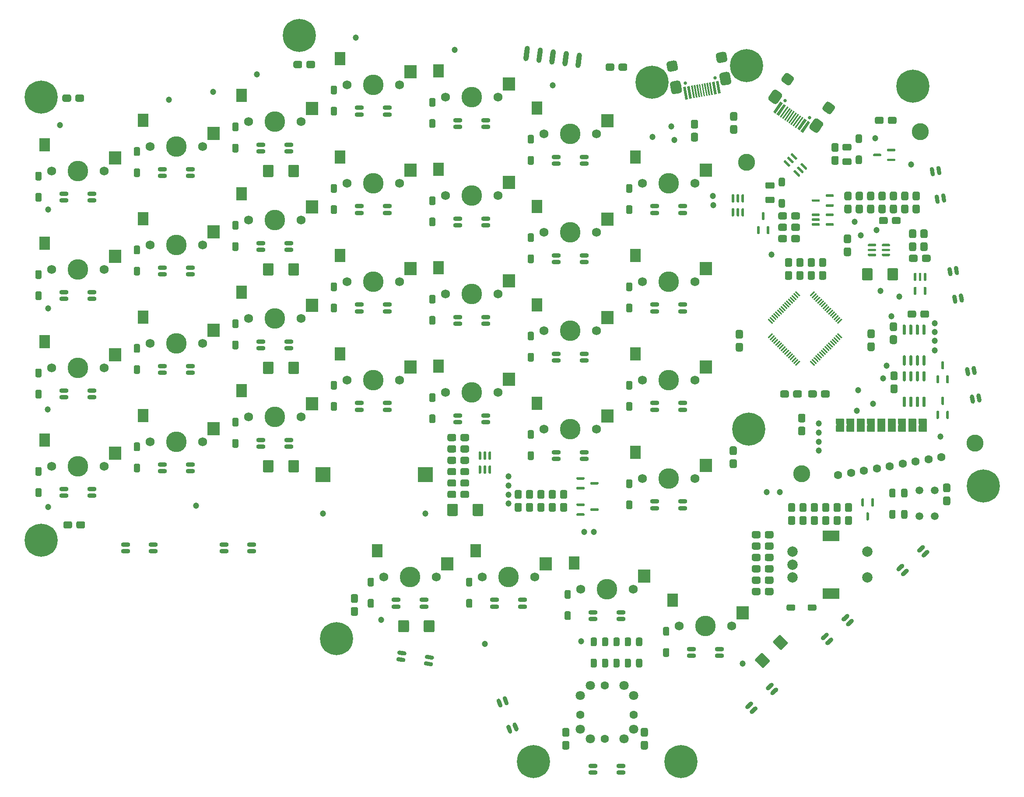
<source format=gbr>
G04 #@! TF.GenerationSoftware,KiCad,Pcbnew,(5.1.9)-1*
G04 #@! TF.CreationDate,2021-04-11T13:56:49+10:00*
G04 #@! TF.ProjectId,Djinn,446a696e-6e2e-46b6-9963-61645f706362,rev?*
G04 #@! TF.SameCoordinates,Original*
G04 #@! TF.FileFunction,Soldermask,Top*
G04 #@! TF.FilePolarity,Negative*
%FSLAX46Y46*%
G04 Gerber Fmt 4.6, Leading zero omitted, Abs format (unit mm)*
G04 Created by KiCad (PCBNEW (5.1.9)-1) date 2021-04-11 13:56:49*
%MOMM*%
%LPD*%
G01*
G04 APERTURE LIST*
%ADD10C,0.100000*%
%ADD11C,1.200000*%
%ADD12O,1.800000X0.820000*%
%ADD13C,0.152400*%
%ADD14C,0.650000*%
%ADD15R,2.150000X2.500000*%
%ADD16R,2.350000X2.500000*%
%ADD17C,1.750000*%
%ADD18C,3.987800*%
%ADD19C,1.500000*%
%ADD20C,3.300000*%
%ADD21C,1.600000*%
%ADD22C,1.800000*%
%ADD23C,2.000000*%
%ADD24R,3.200000X2.000000*%
%ADD25C,6.400000*%
%ADD26C,0.800000*%
%ADD27R,3.000000X3.000000*%
G04 APERTURE END LIST*
D10*
G36*
X148136300Y-50397733D02*
G01*
X146736300Y-50397733D01*
X146736300Y-47997733D01*
X148136300Y-47997733D01*
X148136300Y-50397733D01*
G37*
X148136300Y-50397733D02*
X146736300Y-50397733D01*
X146736300Y-47997733D01*
X148136300Y-47997733D01*
X148136300Y-50397733D01*
G36*
X150136300Y-50397733D02*
G01*
X148736300Y-50397733D01*
X148736300Y-47997733D01*
X150136300Y-47997733D01*
X150136300Y-50397733D01*
G37*
X150136300Y-50397733D02*
X148736300Y-50397733D01*
X148736300Y-47997733D01*
X150136300Y-47997733D01*
X150136300Y-50397733D01*
G36*
X152136300Y-50397733D02*
G01*
X150736300Y-50397733D01*
X150736300Y-47997733D01*
X152136300Y-47997733D01*
X152136300Y-50397733D01*
G37*
X152136300Y-50397733D02*
X150736300Y-50397733D01*
X150736300Y-47997733D01*
X152136300Y-47997733D01*
X152136300Y-50397733D01*
G36*
X154136300Y-50397733D02*
G01*
X152736300Y-50397733D01*
X152736300Y-47997733D01*
X154136300Y-47997733D01*
X154136300Y-50397733D01*
G37*
X154136300Y-50397733D02*
X152736300Y-50397733D01*
X152736300Y-47997733D01*
X154136300Y-47997733D01*
X154136300Y-50397733D01*
G36*
X156136300Y-50397733D02*
G01*
X154736300Y-50397733D01*
X154736300Y-47997733D01*
X156136300Y-47997733D01*
X156136300Y-50397733D01*
G37*
X156136300Y-50397733D02*
X154736300Y-50397733D01*
X154736300Y-47997733D01*
X156136300Y-47997733D01*
X156136300Y-50397733D01*
G36*
X158136300Y-50397733D02*
G01*
X156736300Y-50397733D01*
X156736300Y-47997733D01*
X158136300Y-47997733D01*
X158136300Y-50397733D01*
G37*
X158136300Y-50397733D02*
X156736300Y-50397733D01*
X156736300Y-47997733D01*
X158136300Y-47997733D01*
X158136300Y-50397733D01*
G36*
X160136300Y-50397733D02*
G01*
X158736300Y-50397733D01*
X158736300Y-47997733D01*
X160136300Y-47997733D01*
X160136300Y-50397733D01*
G37*
X160136300Y-50397733D02*
X158736300Y-50397733D01*
X158736300Y-47997733D01*
X160136300Y-47997733D01*
X160136300Y-50397733D01*
G36*
X162136300Y-50397733D02*
G01*
X160736300Y-50397733D01*
X160736300Y-47997733D01*
X162136300Y-47997733D01*
X162136300Y-50397733D01*
G37*
X162136300Y-50397733D02*
X160736300Y-50397733D01*
X160736300Y-47997733D01*
X162136300Y-47997733D01*
X162136300Y-50397733D01*
G36*
X164136300Y-50397733D02*
G01*
X162736300Y-50397733D01*
X162736300Y-47997733D01*
X164136300Y-47997733D01*
X164136300Y-50397733D01*
G37*
X164136300Y-50397733D02*
X162736300Y-50397733D01*
X162736300Y-47997733D01*
X164136300Y-47997733D01*
X164136300Y-50397733D01*
D11*
X78750000Y-91550000D03*
X154250000Y6300000D03*
X128650000Y-95350000D03*
X22850000Y-64750000D03*
X26150000Y15300000D03*
X83300000Y-59100000D03*
X83300000Y-62650000D03*
X83300000Y-60900000D03*
X97350000Y-91050000D03*
X133300000Y-62200000D03*
X135850000Y-62200000D03*
X134200000Y-16225000D03*
X158925000Y-24325000D03*
X143350000Y-48900000D03*
X165775000Y-34750000D03*
X122900000Y-4800000D03*
X150700000Y-46400000D03*
X122950000Y-6600000D03*
X150950000Y-42450000D03*
X47400000Y-66350000D03*
X155800000Y-40150000D03*
X67200000Y-66350000D03*
X153850000Y-45050000D03*
X156450000Y-37700000D03*
X166900000Y-51400000D03*
X58650000Y-86900000D03*
X-5750001Y-65050000D03*
X83300000Y-64350000D03*
X-5800000Y-46150000D03*
X99850000Y-69899999D03*
X-5750000Y-26600000D03*
X98000000Y-69900000D03*
X-5750000Y-7450000D03*
X111200000Y6550000D03*
X161250000Y1250000D03*
X91850000Y16600000D03*
X72900000Y23450000D03*
X53800001Y25850000D03*
X154550000Y-11450000D03*
X34600000Y18700000D03*
X150250000Y-9800000D03*
X17650000Y13750000D03*
X-3450000Y8850000D03*
X143350000Y-50650000D03*
X143350000Y-52400000D03*
X151500000Y-12500000D03*
X143350000Y-54150000D03*
X157400000Y-28100000D03*
X165775000Y-32850000D03*
X155300000Y-23200000D03*
X165775000Y-31150000D03*
X115400000Y6000000D03*
X165775000Y-29450000D03*
X114850000Y8650000D03*
D12*
X14606000Y-72298000D03*
X14606000Y-73578000D03*
X9206000Y-73578000D03*
X9206000Y-72298000D03*
X33656000Y-72298000D03*
X33656000Y-73578000D03*
X28256000Y-73578000D03*
X28256000Y-72298000D03*
G36*
G01*
X68911504Y-94265513D02*
X68911455Y-94265838D01*
G75*
G02*
X68443880Y-94608729I-405233J62342D01*
G01*
X67475276Y-94459715D01*
G75*
G02*
X67132385Y-93992140I62342J405233D01*
G01*
X67132385Y-93992140D01*
G75*
G02*
X67599960Y-93649249I405233J-62342D01*
G01*
X68568564Y-93798263D01*
G75*
G02*
X68911455Y-94265838I-62342J-405233D01*
G01*
G37*
G36*
G01*
X68716874Y-95530629D02*
X68716825Y-95530954D01*
G75*
G02*
X68249250Y-95873845I-405233J62342D01*
G01*
X67280646Y-95724831D01*
G75*
G02*
X66937755Y-95257256I62342J405233D01*
G01*
X66937755Y-95257256D01*
G75*
G02*
X67405330Y-94914365I405233J-62342D01*
G01*
X68373934Y-95063379D01*
G75*
G02*
X68716825Y-95530954I-62342J-405233D01*
G01*
G37*
G36*
G01*
X63379664Y-94709535D02*
X63379615Y-94709860D01*
G75*
G02*
X62912040Y-95052751I-405233J62342D01*
G01*
X61943436Y-94903737D01*
G75*
G02*
X61600545Y-94436162I62342J405233D01*
G01*
X61600545Y-94436162D01*
G75*
G02*
X62068120Y-94093271I405233J-62342D01*
G01*
X63036724Y-94242285D01*
G75*
G02*
X63379615Y-94709860I-62342J-405233D01*
G01*
G37*
G36*
G01*
X63574294Y-93444419D02*
X63574245Y-93444744D01*
G75*
G02*
X63106670Y-93787635I-405233J62342D01*
G01*
X62138066Y-93638621D01*
G75*
G02*
X61795175Y-93171046I62342J405233D01*
G01*
X61795175Y-93171046D01*
G75*
G02*
X62262750Y-92828155I405233J-62342D01*
G01*
X63231354Y-92977169D01*
G75*
G02*
X63574245Y-93444744I-62342J-405233D01*
G01*
G37*
G36*
G01*
X84993587Y-108447956D02*
X84993292Y-108448067D01*
G75*
G02*
X84465437Y-108208132I-143960J383895D01*
G01*
X84121337Y-107290530D01*
G75*
G02*
X84361272Y-106762675I383895J143960D01*
G01*
X84361272Y-106762675D01*
G75*
G02*
X84889127Y-107002610I143960J-383895D01*
G01*
X85233227Y-107920212D01*
G75*
G02*
X84993292Y-108448067I-383895J-143960D01*
G01*
G37*
G36*
G01*
X83795085Y-108897393D02*
X83794790Y-108897504D01*
G75*
G02*
X83266935Y-108657569I-143960J383895D01*
G01*
X82922835Y-107739967D01*
G75*
G02*
X83162770Y-107212112I383895J143960D01*
G01*
X83162770Y-107212112D01*
G75*
G02*
X83690625Y-107452047I143960J-383895D01*
G01*
X84034725Y-108369649D01*
G75*
G02*
X83794790Y-108897504I-383895J-143960D01*
G01*
G37*
G36*
G01*
X81899023Y-103841214D02*
X81898728Y-103841325D01*
G75*
G02*
X81370873Y-103601390I-143960J383895D01*
G01*
X81026773Y-102683788D01*
G75*
G02*
X81266708Y-102155933I383895J143960D01*
G01*
X81266708Y-102155933D01*
G75*
G02*
X81794563Y-102395868I143960J-383895D01*
G01*
X82138663Y-103313470D01*
G75*
G02*
X81898728Y-103841325I-383895J-143960D01*
G01*
G37*
G36*
G01*
X83097525Y-103391777D02*
X83097230Y-103391888D01*
G75*
G02*
X82569375Y-103151953I-143960J383895D01*
G01*
X82225275Y-102234351D01*
G75*
G02*
X82465210Y-101706496I383895J143960D01*
G01*
X82465210Y-101706496D01*
G75*
G02*
X82993065Y-101946431I143960J-383895D01*
G01*
X83337165Y-102864033D01*
G75*
G02*
X83097230Y-103391888I-383895J-143960D01*
G01*
G37*
X105094000Y-115160000D03*
X105094000Y-116440000D03*
X99694000Y-116440000D03*
X99694000Y-115160000D03*
G36*
G01*
X134546069Y-99184412D02*
X134545871Y-99184195D01*
G75*
G02*
X134518972Y-99763398I-303051J-276152D01*
G01*
X133794606Y-100423468D01*
G75*
G02*
X133215403Y-100396569I-276152J303051D01*
G01*
X133215403Y-100396569D01*
G75*
G02*
X133242302Y-99817366I303051J276152D01*
G01*
X133966668Y-99157296D01*
G75*
G02*
X134545871Y-99184195I276152J-303051D01*
G01*
G37*
G36*
G01*
X135408202Y-100130523D02*
X135408004Y-100130306D01*
G75*
G02*
X135381105Y-100709509I-303051J-276152D01*
G01*
X134656739Y-101369579D01*
G75*
G02*
X134077536Y-101342680I-276152J303051D01*
G01*
X134077536Y-101342680D01*
G75*
G02*
X134104435Y-100763477I303051J276152D01*
G01*
X134828801Y-100103407D01*
G75*
G02*
X135408004Y-100130306I276152J-303051D01*
G01*
G37*
G36*
G01*
X131416795Y-103767648D02*
X131416597Y-103767431D01*
G75*
G02*
X131389698Y-104346634I-303051J-276152D01*
G01*
X130665332Y-105006704D01*
G75*
G02*
X130086129Y-104979805I-276152J303051D01*
G01*
X130086129Y-104979805D01*
G75*
G02*
X130113028Y-104400602I303051J276152D01*
G01*
X130837394Y-103740532D01*
G75*
G02*
X131416597Y-103767431I276152J-303051D01*
G01*
G37*
G36*
G01*
X130554662Y-102821537D02*
X130554464Y-102821320D01*
G75*
G02*
X130527565Y-103400523I-303051J-276152D01*
G01*
X129803199Y-104060593D01*
G75*
G02*
X129223996Y-104033694I-276152J303051D01*
G01*
X129223996Y-104033694D01*
G75*
G02*
X129250895Y-103454491I303051J276152D01*
G01*
X129975261Y-102794421D01*
G75*
G02*
X130554464Y-102821320I276152J-303051D01*
G01*
G37*
G36*
G01*
X149170069Y-85858412D02*
X149169871Y-85858195D01*
G75*
G02*
X149142972Y-86437398I-303051J-276152D01*
G01*
X148418606Y-87097468D01*
G75*
G02*
X147839403Y-87070569I-276152J303051D01*
G01*
X147839403Y-87070569D01*
G75*
G02*
X147866302Y-86491366I303051J276152D01*
G01*
X148590668Y-85831296D01*
G75*
G02*
X149169871Y-85858195I276152J-303051D01*
G01*
G37*
G36*
G01*
X150032202Y-86804523D02*
X150032004Y-86804306D01*
G75*
G02*
X150005105Y-87383509I-303051J-276152D01*
G01*
X149280739Y-88043579D01*
G75*
G02*
X148701536Y-88016680I-276152J303051D01*
G01*
X148701536Y-88016680D01*
G75*
G02*
X148728435Y-87437477I303051J276152D01*
G01*
X149452801Y-86777407D01*
G75*
G02*
X150032004Y-86804306I276152J-303051D01*
G01*
G37*
G36*
G01*
X146040795Y-90441648D02*
X146040597Y-90441431D01*
G75*
G02*
X146013698Y-91020634I-303051J-276152D01*
G01*
X145289332Y-91680704D01*
G75*
G02*
X144710129Y-91653805I-276152J303051D01*
G01*
X144710129Y-91653805D01*
G75*
G02*
X144737028Y-91074602I303051J276152D01*
G01*
X145461394Y-90414532D01*
G75*
G02*
X146040597Y-90441431I276152J-303051D01*
G01*
G37*
G36*
G01*
X145178662Y-89495537D02*
X145178464Y-89495320D01*
G75*
G02*
X145151565Y-90074523I-303051J-276152D01*
G01*
X144427199Y-90734593D01*
G75*
G02*
X143847996Y-90707694I-276152J303051D01*
G01*
X143847996Y-90707694D01*
G75*
G02*
X143874895Y-90128491I303051J276152D01*
G01*
X144599261Y-89468421D01*
G75*
G02*
X145178464Y-89495320I276152J-303051D01*
G01*
G37*
G36*
G01*
X163794069Y-72532412D02*
X163793871Y-72532195D01*
G75*
G02*
X163766972Y-73111398I-303051J-276152D01*
G01*
X163042606Y-73771468D01*
G75*
G02*
X162463403Y-73744569I-276152J303051D01*
G01*
X162463403Y-73744569D01*
G75*
G02*
X162490302Y-73165366I303051J276152D01*
G01*
X163214668Y-72505296D01*
G75*
G02*
X163793871Y-72532195I276152J-303051D01*
G01*
G37*
G36*
G01*
X164656202Y-73478523D02*
X164656004Y-73478306D01*
G75*
G02*
X164629105Y-74057509I-303051J-276152D01*
G01*
X163904739Y-74717579D01*
G75*
G02*
X163325536Y-74690680I-276152J303051D01*
G01*
X163325536Y-74690680D01*
G75*
G02*
X163352435Y-74111477I303051J276152D01*
G01*
X164076801Y-73451407D01*
G75*
G02*
X164656004Y-73478306I276152J-303051D01*
G01*
G37*
G36*
G01*
X160664795Y-77115648D02*
X160664597Y-77115431D01*
G75*
G02*
X160637698Y-77694634I-303051J-276152D01*
G01*
X159913332Y-78354704D01*
G75*
G02*
X159334129Y-78327805I-276152J303051D01*
G01*
X159334129Y-78327805D01*
G75*
G02*
X159361028Y-77748602I303051J276152D01*
G01*
X160085394Y-77088532D01*
G75*
G02*
X160664597Y-77115431I276152J-303051D01*
G01*
G37*
G36*
G01*
X159802662Y-76169537D02*
X159802464Y-76169320D01*
G75*
G02*
X159775565Y-76748523I-303051J-276152D01*
G01*
X159051199Y-77408593D01*
G75*
G02*
X158471996Y-77381694I-276152J303051D01*
G01*
X158471996Y-77381694D01*
G75*
G02*
X158498895Y-76802491I303051J276152D01*
G01*
X159223261Y-76142421D01*
G75*
G02*
X159802464Y-76169320I276152J-303051D01*
G01*
G37*
G36*
G01*
X171988589Y-37952827D02*
X171988589Y-37952827D01*
G75*
G02*
X172463556Y-38285402I71196J-403771D01*
G01*
X172633732Y-39250514D01*
G75*
G02*
X172301157Y-39725481I-403771J-71196D01*
G01*
X172301157Y-39725481D01*
G75*
G02*
X171826190Y-39392906I-71196J403771D01*
G01*
X171656014Y-38427794D01*
G75*
G02*
X171988589Y-37952827I403771J71196D01*
G01*
G37*
G36*
G01*
X173249143Y-37730557D02*
X173249143Y-37730557D01*
G75*
G02*
X173724110Y-38063132I71196J-403771D01*
G01*
X173894286Y-39028244D01*
G75*
G02*
X173561711Y-39503211I-403771J-71196D01*
G01*
X173561711Y-39503211D01*
G75*
G02*
X173086744Y-39170636I-71196J403771D01*
G01*
X172916568Y-38205524D01*
G75*
G02*
X173249143Y-37730557I403771J71196D01*
G01*
G37*
G36*
G01*
X174186843Y-43048519D02*
X174186843Y-43048519D01*
G75*
G02*
X174661810Y-43381094I71196J-403771D01*
G01*
X174831986Y-44346206D01*
G75*
G02*
X174499411Y-44821173I-403771J-71196D01*
G01*
X174499411Y-44821173D01*
G75*
G02*
X174024444Y-44488598I-71196J403771D01*
G01*
X173854268Y-43523486D01*
G75*
G02*
X174186843Y-43048519I403771J71196D01*
G01*
G37*
G36*
G01*
X172926289Y-43270789D02*
X172926289Y-43270789D01*
G75*
G02*
X173401256Y-43603364I71196J-403771D01*
G01*
X173571432Y-44568476D01*
G75*
G02*
X173238857Y-45043443I-403771J-71196D01*
G01*
X173238857Y-45043443D01*
G75*
G02*
X172763890Y-44710868I-71196J403771D01*
G01*
X172593714Y-43745756D01*
G75*
G02*
X172926289Y-43270789I403771J71196D01*
G01*
G37*
G36*
G01*
X168576589Y-18606827D02*
X168576589Y-18606827D01*
G75*
G02*
X169051556Y-18939402I71196J-403771D01*
G01*
X169221732Y-19904514D01*
G75*
G02*
X168889157Y-20379481I-403771J-71196D01*
G01*
X168889157Y-20379481D01*
G75*
G02*
X168414190Y-20046906I-71196J403771D01*
G01*
X168244014Y-19081794D01*
G75*
G02*
X168576589Y-18606827I403771J71196D01*
G01*
G37*
G36*
G01*
X169837143Y-18384557D02*
X169837143Y-18384557D01*
G75*
G02*
X170312110Y-18717132I71196J-403771D01*
G01*
X170482286Y-19682244D01*
G75*
G02*
X170149711Y-20157211I-403771J-71196D01*
G01*
X170149711Y-20157211D01*
G75*
G02*
X169674744Y-19824636I-71196J403771D01*
G01*
X169504568Y-18859524D01*
G75*
G02*
X169837143Y-18384557I403771J71196D01*
G01*
G37*
G36*
G01*
X170774843Y-23702519D02*
X170774843Y-23702519D01*
G75*
G02*
X171249810Y-24035094I71196J-403771D01*
G01*
X171419986Y-25000206D01*
G75*
G02*
X171087411Y-25475173I-403771J-71196D01*
G01*
X171087411Y-25475173D01*
G75*
G02*
X170612444Y-25142598I-71196J403771D01*
G01*
X170442268Y-24177486D01*
G75*
G02*
X170774843Y-23702519I403771J71196D01*
G01*
G37*
G36*
G01*
X169514289Y-23924789D02*
X169514289Y-23924789D01*
G75*
G02*
X169989256Y-24257364I71196J-403771D01*
G01*
X170159432Y-25222476D01*
G75*
G02*
X169826857Y-25697443I-403771J-71196D01*
G01*
X169826857Y-25697443D01*
G75*
G02*
X169351890Y-25364868I-71196J403771D01*
G01*
X169181714Y-24399756D01*
G75*
G02*
X169514289Y-23924789I403771J71196D01*
G01*
G37*
G36*
G01*
X165165589Y740173D02*
X165165589Y740173D01*
G75*
G02*
X165640556Y407598I71196J-403771D01*
G01*
X165810732Y-557514D01*
G75*
G02*
X165478157Y-1032481I-403771J-71196D01*
G01*
X165478157Y-1032481D01*
G75*
G02*
X165003190Y-699906I-71196J403771D01*
G01*
X164833014Y265206D01*
G75*
G02*
X165165589Y740173I403771J71196D01*
G01*
G37*
G36*
G01*
X166426143Y962443D02*
X166426143Y962443D01*
G75*
G02*
X166901110Y629868I71196J-403771D01*
G01*
X167071286Y-335244D01*
G75*
G02*
X166738711Y-810211I-403771J-71196D01*
G01*
X166738711Y-810211D01*
G75*
G02*
X166263744Y-477636I-71196J403771D01*
G01*
X166093568Y487476D01*
G75*
G02*
X166426143Y962443I403771J71196D01*
G01*
G37*
G36*
G01*
X167363843Y-4355519D02*
X167363843Y-4355519D01*
G75*
G02*
X167838810Y-4688094I71196J-403771D01*
G01*
X168008986Y-5653206D01*
G75*
G02*
X167676411Y-6128173I-403771J-71196D01*
G01*
X167676411Y-6128173D01*
G75*
G02*
X167201444Y-5795598I-71196J403771D01*
G01*
X167031268Y-4830486D01*
G75*
G02*
X167363843Y-4355519I403771J71196D01*
G01*
G37*
G36*
G01*
X166103289Y-4577789D02*
X166103289Y-4577789D01*
G75*
G02*
X166578256Y-4910364I71196J-403771D01*
G01*
X166748432Y-5875476D01*
G75*
G02*
X166415857Y-6350443I-403771J-71196D01*
G01*
X166415857Y-6350443D01*
G75*
G02*
X165940890Y-6017868I-71196J403771D01*
G01*
X165770714Y-5052756D01*
G75*
G02*
X166103289Y-4577789I403771J71196D01*
G01*
G37*
X124144000Y-92546000D03*
X124144000Y-93826000D03*
X118744000Y-93826000D03*
X118744000Y-92546000D03*
X105094000Y-85403000D03*
X105094000Y-86683000D03*
X99694000Y-86683000D03*
X99694000Y-85403000D03*
X86044000Y-83021000D03*
X86044000Y-84301000D03*
X80644000Y-84301000D03*
X80644000Y-83021000D03*
X66994000Y-83021000D03*
X66994000Y-84301000D03*
X61594000Y-84301000D03*
X61594000Y-83021000D03*
X117000000Y-63971000D03*
X117000000Y-65251000D03*
X111600000Y-65251000D03*
X111600000Y-63971000D03*
X97950000Y-54446000D03*
X97950000Y-55726000D03*
X92550000Y-55726000D03*
X92550000Y-54446000D03*
X78900000Y-47303000D03*
X78900000Y-48583000D03*
X73500000Y-48583000D03*
X73500000Y-47303000D03*
X59850000Y-44921000D03*
X59850000Y-46201000D03*
X54450000Y-46201000D03*
X54450000Y-44921000D03*
X40800000Y-52065000D03*
X40800000Y-53345000D03*
X35400000Y-53345000D03*
X35400000Y-52065000D03*
X21750000Y-56828000D03*
X21750000Y-58108000D03*
X16350000Y-58108000D03*
X16350000Y-56828000D03*
X2700000Y-61590000D03*
X2700000Y-62870000D03*
X-2700000Y-62870000D03*
X-2700000Y-61590000D03*
X117000000Y-44921000D03*
X117000000Y-46201000D03*
X111600000Y-46201000D03*
X111600000Y-44921000D03*
X97950000Y-35396000D03*
X97950000Y-36676000D03*
X92550000Y-36676000D03*
X92550000Y-35396000D03*
X78900000Y-28252000D03*
X78900000Y-29532000D03*
X73500000Y-29532000D03*
X73500000Y-28252000D03*
X59850000Y-25871000D03*
X59850000Y-27151000D03*
X54450000Y-27151000D03*
X54450000Y-25871000D03*
X40800000Y-33015000D03*
X40800000Y-34295000D03*
X35400000Y-34295000D03*
X35400000Y-33015000D03*
X21750000Y-37777000D03*
X21750000Y-39057000D03*
X16350000Y-39057000D03*
X16350000Y-37777000D03*
X2700000Y-42540000D03*
X2700000Y-43820000D03*
X-2700000Y-43820000D03*
X-2700000Y-42540000D03*
X117000000Y-25871000D03*
X117000000Y-27151000D03*
X111600000Y-27151000D03*
X111600000Y-25871000D03*
X97950000Y-16346000D03*
X97950000Y-17626000D03*
X92550000Y-17626000D03*
X92550000Y-16346000D03*
X78900000Y-9203000D03*
X78900000Y-10483000D03*
X73500000Y-10483000D03*
X73500000Y-9203000D03*
X59850000Y-6821000D03*
X59850000Y-8101000D03*
X54450000Y-8101000D03*
X54450000Y-6821000D03*
X40800000Y-13965000D03*
X40800000Y-15245000D03*
X35400000Y-15245000D03*
X35400000Y-13965000D03*
X21750000Y-18727000D03*
X21750000Y-20007000D03*
X16350000Y-20007000D03*
X16350000Y-18727000D03*
X2700000Y-23490000D03*
X2700000Y-24770000D03*
X-2700000Y-24770000D03*
X-2700000Y-23490000D03*
X117000000Y-6821000D03*
X117000000Y-8101000D03*
X111600000Y-8101000D03*
X111600000Y-6821000D03*
X97950000Y2704000D03*
X97950000Y1424000D03*
X92550000Y1424000D03*
X92550000Y2704000D03*
X78900000Y9848000D03*
X78900000Y8568000D03*
X73500000Y8568000D03*
X73500000Y9848000D03*
X59850000Y12229000D03*
X59850000Y10949000D03*
X54450000Y10949000D03*
X54450000Y12229000D03*
X40800000Y5085000D03*
X40800000Y3805000D03*
X35400000Y3805000D03*
X35400000Y5085000D03*
X21750000Y323000D03*
X21750000Y-957000D03*
X16350000Y-957000D03*
X16350000Y323000D03*
X2700000Y-4440000D03*
X2700000Y-5720000D03*
X-2700000Y-5720000D03*
X-2700000Y-4440000D03*
G36*
G01*
X161876250Y-22420000D02*
X162123750Y-22420000D01*
G75*
G02*
X162247500Y-22543750I0J-123750D01*
G01*
X162247500Y-23856250D01*
G75*
G02*
X162123750Y-23980000I-123750J0D01*
G01*
X161876250Y-23980000D01*
G75*
G02*
X161752500Y-23856250I0J123750D01*
G01*
X161752500Y-22543750D01*
G75*
G02*
X161876250Y-22420000I123750J0D01*
G01*
G37*
G36*
G01*
X163776250Y-22420000D02*
X164023750Y-22420000D01*
G75*
G02*
X164147500Y-22543750I0J-123750D01*
G01*
X164147500Y-23856250D01*
G75*
G02*
X164023750Y-23980000I-123750J0D01*
G01*
X163776250Y-23980000D01*
G75*
G02*
X163652500Y-23856250I0J123750D01*
G01*
X163652500Y-22543750D01*
G75*
G02*
X163776250Y-22420000I123750J0D01*
G01*
G37*
G36*
G01*
X161876250Y-19720000D02*
X162123750Y-19720000D01*
G75*
G02*
X162247500Y-19843750I0J-123750D01*
G01*
X162247500Y-21156250D01*
G75*
G02*
X162123750Y-21280000I-123750J0D01*
G01*
X161876250Y-21280000D01*
G75*
G02*
X161752500Y-21156250I0J123750D01*
G01*
X161752500Y-19843750D01*
G75*
G02*
X161876250Y-19720000I123750J0D01*
G01*
G37*
G36*
G01*
X162826250Y-19720000D02*
X163073750Y-19720000D01*
G75*
G02*
X163197500Y-19843750I0J-123750D01*
G01*
X163197500Y-21156250D01*
G75*
G02*
X163073750Y-21280000I-123750J0D01*
G01*
X162826250Y-21280000D01*
G75*
G02*
X162702500Y-21156250I0J123750D01*
G01*
X162702500Y-19843750D01*
G75*
G02*
X162826250Y-19720000I123750J0D01*
G01*
G37*
G36*
G01*
X163776250Y-19720000D02*
X164023750Y-19720000D01*
G75*
G02*
X164147500Y-19843750I0J-123750D01*
G01*
X164147500Y-21156250D01*
G75*
G02*
X164023750Y-21280000I-123750J0D01*
G01*
X163776250Y-21280000D01*
G75*
G02*
X163652500Y-21156250I0J123750D01*
G01*
X163652500Y-19843750D01*
G75*
G02*
X163776250Y-19720000I123750J0D01*
G01*
G37*
G36*
G01*
X144695000Y-10498750D02*
X144695000Y-10251250D01*
G75*
G02*
X144818750Y-10127500I123750J0D01*
G01*
X146131250Y-10127500D01*
G75*
G02*
X146255000Y-10251250I0J-123750D01*
G01*
X146255000Y-10498750D01*
G75*
G02*
X146131250Y-10622500I-123750J0D01*
G01*
X144818750Y-10622500D01*
G75*
G02*
X144695000Y-10498750I0J123750D01*
G01*
G37*
G36*
G01*
X144695000Y-8598750D02*
X144695000Y-8351250D01*
G75*
G02*
X144818750Y-8227500I123750J0D01*
G01*
X146131250Y-8227500D01*
G75*
G02*
X146255000Y-8351250I0J-123750D01*
G01*
X146255000Y-8598750D01*
G75*
G02*
X146131250Y-8722500I-123750J0D01*
G01*
X144818750Y-8722500D01*
G75*
G02*
X144695000Y-8598750I0J123750D01*
G01*
G37*
G36*
G01*
X141995000Y-10498750D02*
X141995000Y-10251250D01*
G75*
G02*
X142118750Y-10127500I123750J0D01*
G01*
X143431250Y-10127500D01*
G75*
G02*
X143555000Y-10251250I0J-123750D01*
G01*
X143555000Y-10498750D01*
G75*
G02*
X143431250Y-10622500I-123750J0D01*
G01*
X142118750Y-10622500D01*
G75*
G02*
X141995000Y-10498750I0J123750D01*
G01*
G37*
G36*
G01*
X141995000Y-9548750D02*
X141995000Y-9301250D01*
G75*
G02*
X142118750Y-9177500I123750J0D01*
G01*
X143431250Y-9177500D01*
G75*
G02*
X143555000Y-9301250I0J-123750D01*
G01*
X143555000Y-9548750D01*
G75*
G02*
X143431250Y-9672500I-123750J0D01*
G01*
X142118750Y-9672500D01*
G75*
G02*
X141995000Y-9548750I0J123750D01*
G01*
G37*
G36*
G01*
X141995000Y-8598750D02*
X141995000Y-8351250D01*
G75*
G02*
X142118750Y-8227500I123750J0D01*
G01*
X143431250Y-8227500D01*
G75*
G02*
X143555000Y-8351250I0J-123750D01*
G01*
X143555000Y-8598750D01*
G75*
G02*
X143431250Y-8722500I-123750J0D01*
G01*
X142118750Y-8722500D01*
G75*
G02*
X141995000Y-8598750I0J123750D01*
G01*
G37*
G36*
G01*
X99170000Y-60573750D02*
X99170000Y-60326250D01*
G75*
G02*
X99293750Y-60202500I123750J0D01*
G01*
X100606250Y-60202500D01*
G75*
G02*
X100730000Y-60326250I0J-123750D01*
G01*
X100730000Y-60573750D01*
G75*
G02*
X100606250Y-60697500I-123750J0D01*
G01*
X99293750Y-60697500D01*
G75*
G02*
X99170000Y-60573750I0J123750D01*
G01*
G37*
G36*
G01*
X96470000Y-61523750D02*
X96470000Y-61276250D01*
G75*
G02*
X96593750Y-61152500I123750J0D01*
G01*
X97906250Y-61152500D01*
G75*
G02*
X98030000Y-61276250I0J-123750D01*
G01*
X98030000Y-61523750D01*
G75*
G02*
X97906250Y-61647500I-123750J0D01*
G01*
X96593750Y-61647500D01*
G75*
G02*
X96470000Y-61523750I0J123750D01*
G01*
G37*
G36*
G01*
X96470000Y-59623750D02*
X96470000Y-59376250D01*
G75*
G02*
X96593750Y-59252500I123750J0D01*
G01*
X97906250Y-59252500D01*
G75*
G02*
X98030000Y-59376250I0J-123750D01*
G01*
X98030000Y-59623750D01*
G75*
G02*
X97906250Y-59747500I-123750J0D01*
G01*
X96593750Y-59747500D01*
G75*
G02*
X96470000Y-59623750I0J123750D01*
G01*
G37*
G36*
G01*
X99170000Y-65673751D02*
X99170000Y-65426251D01*
G75*
G02*
X99293750Y-65302501I123750J0D01*
G01*
X100606250Y-65302501D01*
G75*
G02*
X100730000Y-65426251I0J-123750D01*
G01*
X100730000Y-65673751D01*
G75*
G02*
X100606250Y-65797501I-123750J0D01*
G01*
X99293750Y-65797501D01*
G75*
G02*
X99170000Y-65673751I0J123750D01*
G01*
G37*
G36*
G01*
X96470000Y-66623751D02*
X96470000Y-66376251D01*
G75*
G02*
X96593750Y-66252501I123750J0D01*
G01*
X97906250Y-66252501D01*
G75*
G02*
X98030000Y-66376251I0J-123750D01*
G01*
X98030000Y-66623751D01*
G75*
G02*
X97906250Y-66747501I-123750J0D01*
G01*
X96593750Y-66747501D01*
G75*
G02*
X96470000Y-66623751I0J123750D01*
G01*
G37*
G36*
G01*
X96470000Y-64723751D02*
X96470000Y-64476251D01*
G75*
G02*
X96593750Y-64352501I123750J0D01*
G01*
X97906250Y-64352501D01*
G75*
G02*
X98030000Y-64476251I0J-123750D01*
G01*
X98030000Y-64723751D01*
G75*
G02*
X97906250Y-64847501I-123750J0D01*
G01*
X96593750Y-64847501D01*
G75*
G02*
X96470000Y-64723751I0J123750D01*
G01*
G37*
G36*
G01*
X143555000Y-5601250D02*
X143555000Y-5848750D01*
G75*
G02*
X143431250Y-5972500I-123750J0D01*
G01*
X142118750Y-5972500D01*
G75*
G02*
X141995000Y-5848750I0J123750D01*
G01*
X141995000Y-5601250D01*
G75*
G02*
X142118750Y-5477500I123750J0D01*
G01*
X143431250Y-5477500D01*
G75*
G02*
X143555000Y-5601250I0J-123750D01*
G01*
G37*
G36*
G01*
X146255000Y-4651250D02*
X146255000Y-4898750D01*
G75*
G02*
X146131250Y-5022500I-123750J0D01*
G01*
X144818750Y-5022500D01*
G75*
G02*
X144695000Y-4898750I0J123750D01*
G01*
X144695000Y-4651250D01*
G75*
G02*
X144818750Y-4527500I123750J0D01*
G01*
X146131250Y-4527500D01*
G75*
G02*
X146255000Y-4651250I0J-123750D01*
G01*
G37*
G36*
G01*
X146255000Y-6551250D02*
X146255000Y-6798750D01*
G75*
G02*
X146131250Y-6922500I-123750J0D01*
G01*
X144818750Y-6922500D01*
G75*
G02*
X144695000Y-6798750I0J123750D01*
G01*
X144695000Y-6551250D01*
G75*
G02*
X144818750Y-6427500I123750J0D01*
G01*
X146131250Y-6427500D01*
G75*
G02*
X146255000Y-6551250I0J-123750D01*
G01*
G37*
G36*
G01*
X132723750Y-9530000D02*
X132476250Y-9530000D01*
G75*
G02*
X132352500Y-9406250I0J123750D01*
G01*
X132352500Y-8093750D01*
G75*
G02*
X132476250Y-7970000I123750J0D01*
G01*
X132723750Y-7970000D01*
G75*
G02*
X132847500Y-8093750I0J-123750D01*
G01*
X132847500Y-9406250D01*
G75*
G02*
X132723750Y-9530000I-123750J0D01*
G01*
G37*
G36*
G01*
X133673750Y-12230000D02*
X133426250Y-12230000D01*
G75*
G02*
X133302500Y-12106250I0J123750D01*
G01*
X133302500Y-10793750D01*
G75*
G02*
X133426250Y-10670000I123750J0D01*
G01*
X133673750Y-10670000D01*
G75*
G02*
X133797500Y-10793750I0J-123750D01*
G01*
X133797500Y-12106250D01*
G75*
G02*
X133673750Y-12230000I-123750J0D01*
G01*
G37*
G36*
G01*
X131773750Y-12230000D02*
X131526250Y-12230000D01*
G75*
G02*
X131402500Y-12106250I0J123750D01*
G01*
X131402500Y-10793750D01*
G75*
G02*
X131526250Y-10670000I123750J0D01*
G01*
X131773750Y-10670000D01*
G75*
G02*
X131897500Y-10793750I0J-123750D01*
G01*
X131897500Y-12106250D01*
G75*
G02*
X131773750Y-12230000I-123750J0D01*
G01*
G37*
G36*
G01*
X152676250Y-66070000D02*
X152923750Y-66070000D01*
G75*
G02*
X153047500Y-66193750I0J-123750D01*
G01*
X153047500Y-67506250D01*
G75*
G02*
X152923750Y-67630000I-123750J0D01*
G01*
X152676250Y-67630000D01*
G75*
G02*
X152552500Y-67506250I0J123750D01*
G01*
X152552500Y-66193750D01*
G75*
G02*
X152676250Y-66070000I123750J0D01*
G01*
G37*
G36*
G01*
X151726250Y-63370000D02*
X151973750Y-63370000D01*
G75*
G02*
X152097500Y-63493750I0J-123750D01*
G01*
X152097500Y-64806250D01*
G75*
G02*
X151973750Y-64930000I-123750J0D01*
G01*
X151726250Y-64930000D01*
G75*
G02*
X151602500Y-64806250I0J123750D01*
G01*
X151602500Y-63493750D01*
G75*
G02*
X151726250Y-63370000I123750J0D01*
G01*
G37*
G36*
G01*
X153626250Y-63370000D02*
X153873750Y-63370000D01*
G75*
G02*
X153997500Y-63493750I0J-123750D01*
G01*
X153997500Y-64806250D01*
G75*
G02*
X153873750Y-64930000I-123750J0D01*
G01*
X153626250Y-64930000D01*
G75*
G02*
X153502500Y-64806250I0J123750D01*
G01*
X153502500Y-63493750D01*
G75*
G02*
X153626250Y-63370000I123750J0D01*
G01*
G37*
G36*
G01*
X167448750Y-45280000D02*
X167201250Y-45280000D01*
G75*
G02*
X167077500Y-45156250I0J123750D01*
G01*
X167077500Y-43843750D01*
G75*
G02*
X167201250Y-43720000I123750J0D01*
G01*
X167448750Y-43720000D01*
G75*
G02*
X167572500Y-43843750I0J-123750D01*
G01*
X167572500Y-45156250D01*
G75*
G02*
X167448750Y-45280000I-123750J0D01*
G01*
G37*
G36*
G01*
X168398750Y-47980000D02*
X168151250Y-47980000D01*
G75*
G02*
X168027500Y-47856250I0J123750D01*
G01*
X168027500Y-46543750D01*
G75*
G02*
X168151250Y-46420000I123750J0D01*
G01*
X168398750Y-46420000D01*
G75*
G02*
X168522500Y-46543750I0J-123750D01*
G01*
X168522500Y-47856250D01*
G75*
G02*
X168398750Y-47980000I-123750J0D01*
G01*
G37*
G36*
G01*
X166498750Y-47980000D02*
X166251250Y-47980000D01*
G75*
G02*
X166127500Y-47856250I0J123750D01*
G01*
X166127500Y-46543750D01*
G75*
G02*
X166251250Y-46420000I123750J0D01*
G01*
X166498750Y-46420000D01*
G75*
G02*
X166622500Y-46543750I0J-123750D01*
G01*
X166622500Y-47856250D01*
G75*
G02*
X166498750Y-47980000I-123750J0D01*
G01*
G37*
G36*
G01*
X167448751Y-38405000D02*
X167201251Y-38405000D01*
G75*
G02*
X167077501Y-38281250I0J123750D01*
G01*
X167077501Y-36968750D01*
G75*
G02*
X167201251Y-36845000I123750J0D01*
G01*
X167448751Y-36845000D01*
G75*
G02*
X167572501Y-36968750I0J-123750D01*
G01*
X167572501Y-38281250D01*
G75*
G02*
X167448751Y-38405000I-123750J0D01*
G01*
G37*
G36*
G01*
X168398751Y-41105000D02*
X168151251Y-41105000D01*
G75*
G02*
X168027501Y-40981250I0J123750D01*
G01*
X168027501Y-39668750D01*
G75*
G02*
X168151251Y-39545000I123750J0D01*
G01*
X168398751Y-39545000D01*
G75*
G02*
X168522501Y-39668750I0J-123750D01*
G01*
X168522501Y-40981250D01*
G75*
G02*
X168398751Y-41105000I-123750J0D01*
G01*
G37*
G36*
G01*
X166498751Y-41105000D02*
X166251251Y-41105000D01*
G75*
G02*
X166127501Y-40981250I0J123750D01*
G01*
X166127501Y-39668750D01*
G75*
G02*
X166251251Y-39545000I123750J0D01*
G01*
X166498751Y-39545000D01*
G75*
G02*
X166622501Y-39668750I0J-123750D01*
G01*
X166622501Y-40981250D01*
G75*
G02*
X166498751Y-41105000I-123750J0D01*
G01*
G37*
G36*
G01*
X155430000Y3223750D02*
X155430000Y2976250D01*
G75*
G02*
X155306250Y2852500I-123750J0D01*
G01*
X153993750Y2852500D01*
G75*
G02*
X153870000Y2976250I0J123750D01*
G01*
X153870000Y3223750D01*
G75*
G02*
X153993750Y3347500I123750J0D01*
G01*
X155306250Y3347500D01*
G75*
G02*
X155430000Y3223750I0J-123750D01*
G01*
G37*
G36*
G01*
X158130000Y4173750D02*
X158130000Y3926250D01*
G75*
G02*
X158006250Y3802500I-123750J0D01*
G01*
X156693750Y3802500D01*
G75*
G02*
X156570000Y3926250I0J123750D01*
G01*
X156570000Y4173750D01*
G75*
G02*
X156693750Y4297500I123750J0D01*
G01*
X158006250Y4297500D01*
G75*
G02*
X158130000Y4173750I0J-123750D01*
G01*
G37*
G36*
G01*
X158130000Y2273750D02*
X158130000Y2026250D01*
G75*
G02*
X158006250Y1902500I-123750J0D01*
G01*
X156693750Y1902500D01*
G75*
G02*
X156570000Y2026250I0J123750D01*
G01*
X156570000Y2273750D01*
G75*
G02*
X156693750Y2397500I123750J0D01*
G01*
X158006250Y2397500D01*
G75*
G02*
X158130000Y2273750I0J-123750D01*
G01*
G37*
G36*
G01*
X138468796Y12692D02*
X138643805Y187701D01*
G75*
G02*
X138818813Y187701I87504J-87504D01*
G01*
X139746890Y-740376D01*
G75*
G02*
X139746890Y-915384I-87504J-87504D01*
G01*
X139571881Y-1090393D01*
G75*
G02*
X139396873Y-1090393I-87504J87504D01*
G01*
X138468796Y-162316D01*
G75*
G02*
X138468796Y12692I87504J87504D01*
G01*
G37*
G36*
G01*
X139140547Y684444D02*
X139315556Y859453D01*
G75*
G02*
X139490564Y859453I87504J-87504D01*
G01*
X140418641Y-68624D01*
G75*
G02*
X140418641Y-243632I-87504J-87504D01*
G01*
X140243632Y-418641D01*
G75*
G02*
X140068624Y-418641I-87504J87504D01*
G01*
X139140547Y509436D01*
G75*
G02*
X139140547Y684444I87504J87504D01*
G01*
G37*
G36*
G01*
X139812299Y1356195D02*
X139987308Y1531204D01*
G75*
G02*
X140162316Y1531204I87504J-87504D01*
G01*
X141090393Y603127D01*
G75*
G02*
X141090393Y428119I-87504J-87504D01*
G01*
X140915384Y253110D01*
G75*
G02*
X140740376Y253110I-87504J87504D01*
G01*
X139812299Y1181187D01*
G75*
G02*
X139812299Y1356195I87504J87504D01*
G01*
G37*
G36*
G01*
X136559607Y1921881D02*
X136734616Y2096890D01*
G75*
G02*
X136909624Y2096890I87504J-87504D01*
G01*
X137837701Y1168813D01*
G75*
G02*
X137837701Y993805I-87504J-87504D01*
G01*
X137662692Y818796D01*
G75*
G02*
X137487684Y818796I-87504J87504D01*
G01*
X136559607Y1746873D01*
G75*
G02*
X136559607Y1921881I87504J87504D01*
G01*
G37*
G36*
G01*
X137231359Y2593632D02*
X137406368Y2768641D01*
G75*
G02*
X137581376Y2768641I87504J-87504D01*
G01*
X138509453Y1840564D01*
G75*
G02*
X138509453Y1665556I-87504J-87504D01*
G01*
X138334444Y1490547D01*
G75*
G02*
X138159436Y1490547I-87504J87504D01*
G01*
X137231359Y2418624D01*
G75*
G02*
X137231359Y2593632I87504J87504D01*
G01*
G37*
G36*
G01*
X137903110Y3265384D02*
X138078119Y3440393D01*
G75*
G02*
X138253127Y3440393I87504J-87504D01*
G01*
X139181204Y2512316D01*
G75*
G02*
X139181204Y2337308I-87504J-87504D01*
G01*
X139006195Y2162299D01*
G75*
G02*
X138831187Y2162299I-87504J87504D01*
G01*
X137903110Y3090376D01*
G75*
G02*
X137903110Y3265384I87504J87504D01*
G01*
G37*
G36*
G01*
X155570000Y-16373750D02*
X155570000Y-16126250D01*
G75*
G02*
X155693750Y-16002500I123750J0D01*
G01*
X157006250Y-16002500D01*
G75*
G02*
X157130000Y-16126250I0J-123750D01*
G01*
X157130000Y-16373750D01*
G75*
G02*
X157006250Y-16497500I-123750J0D01*
G01*
X155693750Y-16497500D01*
G75*
G02*
X155570000Y-16373750I0J123750D01*
G01*
G37*
G36*
G01*
X155570000Y-15423750D02*
X155570000Y-15176250D01*
G75*
G02*
X155693750Y-15052500I123750J0D01*
G01*
X157006250Y-15052500D01*
G75*
G02*
X157130000Y-15176250I0J-123750D01*
G01*
X157130000Y-15423750D01*
G75*
G02*
X157006250Y-15547500I-123750J0D01*
G01*
X155693750Y-15547500D01*
G75*
G02*
X155570000Y-15423750I0J123750D01*
G01*
G37*
G36*
G01*
X155570000Y-14473750D02*
X155570000Y-14226250D01*
G75*
G02*
X155693750Y-14102500I123750J0D01*
G01*
X157006250Y-14102500D01*
G75*
G02*
X157130000Y-14226250I0J-123750D01*
G01*
X157130000Y-14473750D01*
G75*
G02*
X157006250Y-14597500I-123750J0D01*
G01*
X155693750Y-14597500D01*
G75*
G02*
X155570000Y-14473750I0J123750D01*
G01*
G37*
G36*
G01*
X152870000Y-16373750D02*
X152870000Y-16126250D01*
G75*
G02*
X152993750Y-16002500I123750J0D01*
G01*
X154306250Y-16002500D01*
G75*
G02*
X154430000Y-16126250I0J-123750D01*
G01*
X154430000Y-16373750D01*
G75*
G02*
X154306250Y-16497500I-123750J0D01*
G01*
X152993750Y-16497500D01*
G75*
G02*
X152870000Y-16373750I0J123750D01*
G01*
G37*
G36*
G01*
X152870000Y-15423750D02*
X152870000Y-15176250D01*
G75*
G02*
X152993750Y-15052500I123750J0D01*
G01*
X154306250Y-15052500D01*
G75*
G02*
X154430000Y-15176250I0J-123750D01*
G01*
X154430000Y-15423750D01*
G75*
G02*
X154306250Y-15547500I-123750J0D01*
G01*
X152993750Y-15547500D01*
G75*
G02*
X152870000Y-15423750I0J123750D01*
G01*
G37*
G36*
G01*
X152870000Y-14473750D02*
X152870000Y-14226250D01*
G75*
G02*
X152993750Y-14102500I123750J0D01*
G01*
X154306250Y-14102500D01*
G75*
G02*
X154430000Y-14226250I0J-123750D01*
G01*
X154430000Y-14473750D01*
G75*
G02*
X154306250Y-14597500I-123750J0D01*
G01*
X152993750Y-14597500D01*
G75*
G02*
X152870000Y-14473750I0J123750D01*
G01*
G37*
G36*
G01*
X77676250Y-57020000D02*
X77923750Y-57020000D01*
G75*
G02*
X78047500Y-57143750I0J-123750D01*
G01*
X78047500Y-58456250D01*
G75*
G02*
X77923750Y-58580000I-123750J0D01*
G01*
X77676250Y-58580000D01*
G75*
G02*
X77552500Y-58456250I0J123750D01*
G01*
X77552500Y-57143750D01*
G75*
G02*
X77676250Y-57020000I123750J0D01*
G01*
G37*
G36*
G01*
X78626250Y-57020000D02*
X78873750Y-57020000D01*
G75*
G02*
X78997500Y-57143750I0J-123750D01*
G01*
X78997500Y-58456250D01*
G75*
G02*
X78873750Y-58580000I-123750J0D01*
G01*
X78626250Y-58580000D01*
G75*
G02*
X78502500Y-58456250I0J123750D01*
G01*
X78502500Y-57143750D01*
G75*
G02*
X78626250Y-57020000I123750J0D01*
G01*
G37*
G36*
G01*
X79576250Y-57020000D02*
X79823750Y-57020000D01*
G75*
G02*
X79947500Y-57143750I0J-123750D01*
G01*
X79947500Y-58456250D01*
G75*
G02*
X79823750Y-58580000I-123750J0D01*
G01*
X79576250Y-58580000D01*
G75*
G02*
X79452500Y-58456250I0J123750D01*
G01*
X79452500Y-57143750D01*
G75*
G02*
X79576250Y-57020000I123750J0D01*
G01*
G37*
G36*
G01*
X77676250Y-54320000D02*
X77923750Y-54320000D01*
G75*
G02*
X78047500Y-54443750I0J-123750D01*
G01*
X78047500Y-55756250D01*
G75*
G02*
X77923750Y-55880000I-123750J0D01*
G01*
X77676250Y-55880000D01*
G75*
G02*
X77552500Y-55756250I0J123750D01*
G01*
X77552500Y-54443750D01*
G75*
G02*
X77676250Y-54320000I123750J0D01*
G01*
G37*
G36*
G01*
X78626250Y-54320000D02*
X78873750Y-54320000D01*
G75*
G02*
X78997500Y-54443750I0J-123750D01*
G01*
X78997500Y-55756250D01*
G75*
G02*
X78873750Y-55880000I-123750J0D01*
G01*
X78626250Y-55880000D01*
G75*
G02*
X78502500Y-55756250I0J123750D01*
G01*
X78502500Y-54443750D01*
G75*
G02*
X78626250Y-54320000I123750J0D01*
G01*
G37*
G36*
G01*
X79576250Y-54320000D02*
X79823750Y-54320000D01*
G75*
G02*
X79947500Y-54443750I0J-123750D01*
G01*
X79947500Y-55756250D01*
G75*
G02*
X79823750Y-55880000I-123750J0D01*
G01*
X79576250Y-55880000D01*
G75*
G02*
X79452500Y-55756250I0J123750D01*
G01*
X79452500Y-54443750D01*
G75*
G02*
X79576250Y-54320000I123750J0D01*
G01*
G37*
G36*
G01*
X128773750Y-6080000D02*
X128526250Y-6080000D01*
G75*
G02*
X128402500Y-5956250I0J123750D01*
G01*
X128402500Y-4643750D01*
G75*
G02*
X128526250Y-4520000I123750J0D01*
G01*
X128773750Y-4520000D01*
G75*
G02*
X128897500Y-4643750I0J-123750D01*
G01*
X128897500Y-5956250D01*
G75*
G02*
X128773750Y-6080000I-123750J0D01*
G01*
G37*
G36*
G01*
X127823750Y-6080000D02*
X127576250Y-6080000D01*
G75*
G02*
X127452500Y-5956250I0J123750D01*
G01*
X127452500Y-4643750D01*
G75*
G02*
X127576250Y-4520000I123750J0D01*
G01*
X127823750Y-4520000D01*
G75*
G02*
X127947500Y-4643750I0J-123750D01*
G01*
X127947500Y-5956250D01*
G75*
G02*
X127823750Y-6080000I-123750J0D01*
G01*
G37*
G36*
G01*
X126873750Y-6080000D02*
X126626250Y-6080000D01*
G75*
G02*
X126502500Y-5956250I0J123750D01*
G01*
X126502500Y-4643750D01*
G75*
G02*
X126626250Y-4520000I123750J0D01*
G01*
X126873750Y-4520000D01*
G75*
G02*
X126997500Y-4643750I0J-123750D01*
G01*
X126997500Y-5956250D01*
G75*
G02*
X126873750Y-6080000I-123750J0D01*
G01*
G37*
G36*
G01*
X128773750Y-8780000D02*
X128526250Y-8780000D01*
G75*
G02*
X128402500Y-8656250I0J123750D01*
G01*
X128402500Y-7343750D01*
G75*
G02*
X128526250Y-7220000I123750J0D01*
G01*
X128773750Y-7220000D01*
G75*
G02*
X128897500Y-7343750I0J-123750D01*
G01*
X128897500Y-8656250D01*
G75*
G02*
X128773750Y-8780000I-123750J0D01*
G01*
G37*
G36*
G01*
X127823750Y-8780000D02*
X127576250Y-8780000D01*
G75*
G02*
X127452500Y-8656250I0J123750D01*
G01*
X127452500Y-7343750D01*
G75*
G02*
X127576250Y-7220000I123750J0D01*
G01*
X127823750Y-7220000D01*
G75*
G02*
X127947500Y-7343750I0J-123750D01*
G01*
X127947500Y-8656250D01*
G75*
G02*
X127823750Y-8780000I-123750J0D01*
G01*
G37*
G36*
G01*
X126873750Y-8780000D02*
X126626250Y-8780000D01*
G75*
G02*
X126502500Y-8656250I0J123750D01*
G01*
X126502500Y-7343750D01*
G75*
G02*
X126626250Y-7220000I123750J0D01*
G01*
X126873750Y-7220000D01*
G75*
G02*
X126997500Y-7343750I0J-123750D01*
G01*
X126997500Y-8656250D01*
G75*
G02*
X126873750Y-8780000I-123750J0D01*
G01*
G37*
D13*
G36*
X147436300Y-49472733D02*
G01*
X146686300Y-48972733D01*
X146686300Y-47972733D01*
X148186300Y-47972733D01*
X148186300Y-48972733D01*
X147436300Y-49472733D01*
G37*
G36*
X146686300Y-50422733D02*
G01*
X146686300Y-49272733D01*
X147436300Y-49772733D01*
X148186300Y-49272733D01*
X148186300Y-50422733D01*
X146686300Y-50422733D01*
G37*
G36*
X149436300Y-49472733D02*
G01*
X148686300Y-48972733D01*
X148686300Y-47972733D01*
X150186300Y-47972733D01*
X150186300Y-48972733D01*
X149436300Y-49472733D01*
G37*
G36*
X148686300Y-50422733D02*
G01*
X148686300Y-49272733D01*
X149436300Y-49772733D01*
X150186300Y-49272733D01*
X150186300Y-50422733D01*
X148686300Y-50422733D01*
G37*
G36*
X151436300Y-49472733D02*
G01*
X150686300Y-48972733D01*
X150686300Y-47972733D01*
X152186300Y-47972733D01*
X152186300Y-48972733D01*
X151436300Y-49472733D01*
G37*
G36*
X150686300Y-50422733D02*
G01*
X150686300Y-49272733D01*
X151436300Y-49772733D01*
X152186300Y-49272733D01*
X152186300Y-50422733D01*
X150686300Y-50422733D01*
G37*
G36*
X153436300Y-49472733D02*
G01*
X152686300Y-48972733D01*
X152686300Y-47972733D01*
X154186300Y-47972733D01*
X154186300Y-48972733D01*
X153436300Y-49472733D01*
G37*
G36*
X152686300Y-50422733D02*
G01*
X152686300Y-49272733D01*
X153436300Y-49772733D01*
X154186300Y-49272733D01*
X154186300Y-50422733D01*
X152686300Y-50422733D01*
G37*
G36*
X162686300Y-50422733D02*
G01*
X162686300Y-49272733D01*
X163436300Y-49772733D01*
X164186300Y-49272733D01*
X164186300Y-50422733D01*
X162686300Y-50422733D01*
G37*
G36*
X163436300Y-49472733D02*
G01*
X162686300Y-48972733D01*
X162686300Y-47972733D01*
X164186300Y-47972733D01*
X164186300Y-48972733D01*
X163436300Y-49472733D01*
G37*
G36*
X161436300Y-49472733D02*
G01*
X160686300Y-48972733D01*
X160686300Y-47972733D01*
X162186300Y-47972733D01*
X162186300Y-48972733D01*
X161436300Y-49472733D01*
G37*
G36*
X160686300Y-50422733D02*
G01*
X160686300Y-49272733D01*
X161436300Y-49772733D01*
X162186300Y-49272733D01*
X162186300Y-50422733D01*
X160686300Y-50422733D01*
G37*
G36*
X159436300Y-49472733D02*
G01*
X158686300Y-48972733D01*
X158686300Y-47972733D01*
X160186300Y-47972733D01*
X160186300Y-48972733D01*
X159436300Y-49472733D01*
G37*
G36*
X158686300Y-50422733D02*
G01*
X158686300Y-49272733D01*
X159436300Y-49772733D01*
X160186300Y-49272733D01*
X160186300Y-50422733D01*
X158686300Y-50422733D01*
G37*
G36*
X157436300Y-49472733D02*
G01*
X156686300Y-48972733D01*
X156686300Y-47972733D01*
X158186300Y-47972733D01*
X158186300Y-48972733D01*
X157436300Y-49472733D01*
G37*
G36*
X156686300Y-50422733D02*
G01*
X156686300Y-49272733D01*
X157436300Y-49772733D01*
X158186300Y-49272733D01*
X158186300Y-50422733D01*
X156686300Y-50422733D01*
G37*
G36*
X154686300Y-50422733D02*
G01*
X154686300Y-49272733D01*
X155436300Y-49772733D01*
X156186300Y-49272733D01*
X156186300Y-50422733D01*
X154686300Y-50422733D01*
G37*
G36*
X155436300Y-49472733D02*
G01*
X154686300Y-48972733D01*
X154686300Y-47972733D01*
X156186300Y-47972733D01*
X156186300Y-48972733D01*
X155436300Y-49472733D01*
G37*
G36*
G01*
X160045000Y-31700001D02*
X159745000Y-31700001D01*
G75*
G02*
X159595000Y-31550001I0J150000D01*
G01*
X159595000Y-29900001D01*
G75*
G02*
X159745000Y-29750001I150000J0D01*
G01*
X160045000Y-29750001D01*
G75*
G02*
X160195000Y-29900001I0J-150000D01*
G01*
X160195000Y-31550001D01*
G75*
G02*
X160045000Y-31700001I-150000J0D01*
G01*
G37*
G36*
G01*
X161315000Y-31700001D02*
X161015000Y-31700001D01*
G75*
G02*
X160865000Y-31550001I0J150000D01*
G01*
X160865000Y-29900001D01*
G75*
G02*
X161015000Y-29750001I150000J0D01*
G01*
X161315000Y-29750001D01*
G75*
G02*
X161465000Y-29900001I0J-150000D01*
G01*
X161465000Y-31550001D01*
G75*
G02*
X161315000Y-31700001I-150000J0D01*
G01*
G37*
G36*
G01*
X162585000Y-31700001D02*
X162285000Y-31700001D01*
G75*
G02*
X162135000Y-31550001I0J150000D01*
G01*
X162135000Y-29900001D01*
G75*
G02*
X162285000Y-29750001I150000J0D01*
G01*
X162585000Y-29750001D01*
G75*
G02*
X162735000Y-29900001I0J-150000D01*
G01*
X162735000Y-31550001D01*
G75*
G02*
X162585000Y-31700001I-150000J0D01*
G01*
G37*
G36*
G01*
X163855000Y-31700001D02*
X163555000Y-31700001D01*
G75*
G02*
X163405000Y-31550001I0J150000D01*
G01*
X163405000Y-29900001D01*
G75*
G02*
X163555000Y-29750001I150000J0D01*
G01*
X163855000Y-29750001D01*
G75*
G02*
X164005000Y-29900001I0J-150000D01*
G01*
X164005000Y-31550001D01*
G75*
G02*
X163855000Y-31700001I-150000J0D01*
G01*
G37*
G36*
G01*
X163855000Y-37650001D02*
X163555000Y-37650001D01*
G75*
G02*
X163405000Y-37500001I0J150000D01*
G01*
X163405000Y-35850001D01*
G75*
G02*
X163555000Y-35700001I150000J0D01*
G01*
X163855000Y-35700001D01*
G75*
G02*
X164005000Y-35850001I0J-150000D01*
G01*
X164005000Y-37500001D01*
G75*
G02*
X163855000Y-37650001I-150000J0D01*
G01*
G37*
G36*
G01*
X162585000Y-37650001D02*
X162285000Y-37650001D01*
G75*
G02*
X162135000Y-37500001I0J150000D01*
G01*
X162135000Y-35850001D01*
G75*
G02*
X162285000Y-35700001I150000J0D01*
G01*
X162585000Y-35700001D01*
G75*
G02*
X162735000Y-35850001I0J-150000D01*
G01*
X162735000Y-37500001D01*
G75*
G02*
X162585000Y-37650001I-150000J0D01*
G01*
G37*
G36*
G01*
X161315000Y-37650001D02*
X161015000Y-37650001D01*
G75*
G02*
X160865000Y-37500001I0J150000D01*
G01*
X160865000Y-35850001D01*
G75*
G02*
X161015000Y-35700001I150000J0D01*
G01*
X161315000Y-35700001D01*
G75*
G02*
X161465000Y-35850001I0J-150000D01*
G01*
X161465000Y-37500001D01*
G75*
G02*
X161315000Y-37650001I-150000J0D01*
G01*
G37*
G36*
G01*
X160045000Y-37650001D02*
X159745000Y-37650001D01*
G75*
G02*
X159595000Y-37500001I0J150000D01*
G01*
X159595000Y-35850001D01*
G75*
G02*
X159745000Y-35700001I150000J0D01*
G01*
X160045000Y-35700001D01*
G75*
G02*
X160195000Y-35850001I0J-150000D01*
G01*
X160195000Y-37500001D01*
G75*
G02*
X160045000Y-37650001I-150000J0D01*
G01*
G37*
G36*
G01*
X160045001Y-40700000D02*
X159745001Y-40700000D01*
G75*
G02*
X159595001Y-40550000I0J150000D01*
G01*
X159595001Y-38900000D01*
G75*
G02*
X159745001Y-38750000I150000J0D01*
G01*
X160045001Y-38750000D01*
G75*
G02*
X160195001Y-38900000I0J-150000D01*
G01*
X160195001Y-40550000D01*
G75*
G02*
X160045001Y-40700000I-150000J0D01*
G01*
G37*
G36*
G01*
X161315001Y-40700000D02*
X161015001Y-40700000D01*
G75*
G02*
X160865001Y-40550000I0J150000D01*
G01*
X160865001Y-38900000D01*
G75*
G02*
X161015001Y-38750000I150000J0D01*
G01*
X161315001Y-38750000D01*
G75*
G02*
X161465001Y-38900000I0J-150000D01*
G01*
X161465001Y-40550000D01*
G75*
G02*
X161315001Y-40700000I-150000J0D01*
G01*
G37*
G36*
G01*
X162585001Y-40700000D02*
X162285001Y-40700000D01*
G75*
G02*
X162135001Y-40550000I0J150000D01*
G01*
X162135001Y-38900000D01*
G75*
G02*
X162285001Y-38750000I150000J0D01*
G01*
X162585001Y-38750000D01*
G75*
G02*
X162735001Y-38900000I0J-150000D01*
G01*
X162735001Y-40550000D01*
G75*
G02*
X162585001Y-40700000I-150000J0D01*
G01*
G37*
G36*
G01*
X163855001Y-40700000D02*
X163555001Y-40700000D01*
G75*
G02*
X163405001Y-40550000I0J150000D01*
G01*
X163405001Y-38900000D01*
G75*
G02*
X163555001Y-38750000I150000J0D01*
G01*
X163855001Y-38750000D01*
G75*
G02*
X164005001Y-38900000I0J-150000D01*
G01*
X164005001Y-40550000D01*
G75*
G02*
X163855001Y-40700000I-150000J0D01*
G01*
G37*
G36*
G01*
X163855001Y-45650000D02*
X163555001Y-45650000D01*
G75*
G02*
X163405001Y-45500000I0J150000D01*
G01*
X163405001Y-43850000D01*
G75*
G02*
X163555001Y-43700000I150000J0D01*
G01*
X163855001Y-43700000D01*
G75*
G02*
X164005001Y-43850000I0J-150000D01*
G01*
X164005001Y-45500000D01*
G75*
G02*
X163855001Y-45650000I-150000J0D01*
G01*
G37*
G36*
G01*
X162585001Y-45650000D02*
X162285001Y-45650000D01*
G75*
G02*
X162135001Y-45500000I0J150000D01*
G01*
X162135001Y-43850000D01*
G75*
G02*
X162285001Y-43700000I150000J0D01*
G01*
X162585001Y-43700000D01*
G75*
G02*
X162735001Y-43850000I0J-150000D01*
G01*
X162735001Y-45500000D01*
G75*
G02*
X162585001Y-45650000I-150000J0D01*
G01*
G37*
G36*
G01*
X161315001Y-45650000D02*
X161015001Y-45650000D01*
G75*
G02*
X160865001Y-45500000I0J150000D01*
G01*
X160865001Y-43850000D01*
G75*
G02*
X161015001Y-43700000I150000J0D01*
G01*
X161315001Y-43700000D01*
G75*
G02*
X161465001Y-43850000I0J-150000D01*
G01*
X161465001Y-45500000D01*
G75*
G02*
X161315001Y-45650000I-150000J0D01*
G01*
G37*
G36*
G01*
X160045001Y-45650000D02*
X159745001Y-45650000D01*
G75*
G02*
X159595001Y-45500000I0J150000D01*
G01*
X159595001Y-43850000D01*
G75*
G02*
X159745001Y-43700000I150000J0D01*
G01*
X160045001Y-43700000D01*
G75*
G02*
X160195001Y-43850000I0J-150000D01*
G01*
X160195001Y-45500000D01*
G75*
G02*
X160045001Y-45650000I-150000J0D01*
G01*
G37*
G36*
G01*
X140413842Y-51175401D02*
X139713842Y-51175401D01*
G75*
G02*
X139363842Y-50825401I0J350000D01*
G01*
X139363842Y-49824401D01*
G75*
G02*
X139713842Y-49474401I350000J0D01*
G01*
X140413842Y-49474401D01*
G75*
G02*
X140763842Y-49824401I0J-350000D01*
G01*
X140763842Y-50825401D01*
G75*
G02*
X140413842Y-51175401I-350000J0D01*
G01*
G37*
G36*
G01*
X140413842Y-48673401D02*
X139713842Y-48673401D01*
G75*
G02*
X139363842Y-48323401I0J350000D01*
G01*
X139363842Y-47322401D01*
G75*
G02*
X139713842Y-46972401I350000J0D01*
G01*
X140413842Y-46972401D01*
G75*
G02*
X140763842Y-47322401I0J-350000D01*
G01*
X140763842Y-48323401D01*
G75*
G02*
X140413842Y-48673401I-350000J0D01*
G01*
G37*
G36*
G01*
X73525001Y-64675000D02*
X73525001Y-66525000D01*
G75*
G02*
X73275001Y-66775000I-250000J0D01*
G01*
X71700001Y-66775000D01*
G75*
G02*
X71450001Y-66525000I0J250000D01*
G01*
X71450001Y-64675000D01*
G75*
G02*
X71700001Y-64425000I250000J0D01*
G01*
X73275001Y-64425000D01*
G75*
G02*
X73525001Y-64675000I0J-250000D01*
G01*
G37*
G36*
G01*
X78450001Y-64675000D02*
X78450001Y-66525000D01*
G75*
G02*
X78200001Y-66775000I-250000J0D01*
G01*
X76625001Y-66775000D01*
G75*
G02*
X76375001Y-66525000I0J250000D01*
G01*
X76375001Y-64675000D01*
G75*
G02*
X76625001Y-64425000I250000J0D01*
G01*
X78200001Y-64425000D01*
G75*
G02*
X78450001Y-64675000I0J-250000D01*
G01*
G37*
G36*
G01*
X150800000Y7101500D02*
X151400000Y7101500D01*
G75*
G02*
X151700000Y6801500I0J-300000D01*
G01*
X151700000Y5700500D01*
G75*
G02*
X151400000Y5400500I-300000J0D01*
G01*
X150800000Y5400500D01*
G75*
G02*
X150500000Y5700500I0J300000D01*
G01*
X150500000Y6801500D01*
G75*
G02*
X150800000Y7101500I300000J0D01*
G01*
G37*
G36*
G01*
X150800000Y2999500D02*
X151400000Y2999500D01*
G75*
G02*
X151700000Y2699500I0J-300000D01*
G01*
X151700000Y1598500D01*
G75*
G02*
X151400000Y1298500I-300000J0D01*
G01*
X150800000Y1298500D01*
G75*
G02*
X150500000Y1598500I0J300000D01*
G01*
X150500000Y2699500D01*
G75*
G02*
X150800000Y2999500I300000J0D01*
G01*
G37*
G36*
G01*
X132538300Y-93353553D02*
X133846447Y-94661700D01*
G75*
G02*
X133846447Y-95015254I-176777J-176777D01*
G01*
X132732754Y-96128947D01*
G75*
G02*
X132379200Y-96128947I-176777J176777D01*
G01*
X131071053Y-94820800D01*
G75*
G02*
X131071053Y-94467246I176777J176777D01*
G01*
X132184746Y-93353553D01*
G75*
G02*
X132538300Y-93353553I176777J-176777D01*
G01*
G37*
G36*
G01*
X136020800Y-89871053D02*
X137328947Y-91179200D01*
G75*
G02*
X137328947Y-91532754I-176777J-176777D01*
G01*
X136215254Y-92646447D01*
G75*
G02*
X135861700Y-92646447I-176777J176777D01*
G01*
X134553553Y-91338300D01*
G75*
G02*
X134553553Y-90984746I176777J176777D01*
G01*
X135667246Y-89871053D01*
G75*
G02*
X136020800Y-89871053I176777J-176777D01*
G01*
G37*
G36*
G01*
X153775000Y-19075000D02*
X153775000Y-20925000D01*
G75*
G02*
X153525000Y-21175000I-250000J0D01*
G01*
X151950000Y-21175000D01*
G75*
G02*
X151700000Y-20925000I0J250000D01*
G01*
X151700000Y-19075000D01*
G75*
G02*
X151950000Y-18825000I250000J0D01*
G01*
X153525000Y-18825000D01*
G75*
G02*
X153775000Y-19075000I0J-250000D01*
G01*
G37*
G36*
G01*
X158700000Y-19075000D02*
X158700000Y-20925000D01*
G75*
G02*
X158450000Y-21175000I-250000J0D01*
G01*
X156875000Y-21175000D01*
G75*
G02*
X156625000Y-20925000I0J250000D01*
G01*
X156625000Y-19075000D01*
G75*
G02*
X156875000Y-18825000I250000J0D01*
G01*
X158450000Y-18825000D01*
G75*
G02*
X158700000Y-19075000I0J-250000D01*
G01*
G37*
G36*
G01*
X92150001Y-65951500D02*
X91450001Y-65951500D01*
G75*
G02*
X91100001Y-65601500I0J350000D01*
G01*
X91100001Y-64600500D01*
G75*
G02*
X91450001Y-64250500I350000J0D01*
G01*
X92150001Y-64250500D01*
G75*
G02*
X92500001Y-64600500I0J-350000D01*
G01*
X92500001Y-65601500D01*
G75*
G02*
X92150001Y-65951500I-350000J0D01*
G01*
G37*
G36*
G01*
X92150001Y-63449500D02*
X91450001Y-63449500D01*
G75*
G02*
X91100001Y-63099500I0J350000D01*
G01*
X91100001Y-62098500D01*
G75*
G02*
X91450001Y-61748500I350000J0D01*
G01*
X92150001Y-61748500D01*
G75*
G02*
X92500001Y-62098500I0J-350000D01*
G01*
X92500001Y-63099500D01*
G75*
G02*
X92150001Y-63449500I-350000J0D01*
G01*
G37*
G36*
G01*
X94350001Y-65951499D02*
X93650001Y-65951499D01*
G75*
G02*
X93300001Y-65601499I0J350000D01*
G01*
X93300001Y-64600499D01*
G75*
G02*
X93650001Y-64250499I350000J0D01*
G01*
X94350001Y-64250499D01*
G75*
G02*
X94700001Y-64600499I0J-350000D01*
G01*
X94700001Y-65601499D01*
G75*
G02*
X94350001Y-65951499I-350000J0D01*
G01*
G37*
G36*
G01*
X94350001Y-63449499D02*
X93650001Y-63449499D01*
G75*
G02*
X93300001Y-63099499I0J350000D01*
G01*
X93300001Y-62098499D01*
G75*
G02*
X93650001Y-61748499I350000J0D01*
G01*
X94350001Y-61748499D01*
G75*
G02*
X94700001Y-62098499I0J-350000D01*
G01*
X94700001Y-63099499D01*
G75*
G02*
X94350001Y-63449499I-350000J0D01*
G01*
G37*
G36*
G01*
X162550000Y-8201500D02*
X161850000Y-8201500D01*
G75*
G02*
X161500000Y-7851500I0J350000D01*
G01*
X161500000Y-6850500D01*
G75*
G02*
X161850000Y-6500500I350000J0D01*
G01*
X162550000Y-6500500D01*
G75*
G02*
X162900000Y-6850500I0J-350000D01*
G01*
X162900000Y-7851500D01*
G75*
G02*
X162550000Y-8201500I-350000J0D01*
G01*
G37*
G36*
G01*
X162550000Y-5699500D02*
X161850000Y-5699500D01*
G75*
G02*
X161500000Y-5349500I0J350000D01*
G01*
X161500000Y-4348500D01*
G75*
G02*
X161850000Y-3998500I350000J0D01*
G01*
X162550000Y-3998500D01*
G75*
G02*
X162900000Y-4348500I0J-350000D01*
G01*
X162900000Y-5349500D01*
G75*
G02*
X162550000Y-5699500I-350000J0D01*
G01*
G37*
G36*
G01*
X75701501Y-51250000D02*
X75701501Y-51950000D01*
G75*
G02*
X75351501Y-52300000I-350000J0D01*
G01*
X74350501Y-52300000D01*
G75*
G02*
X74000501Y-51950000I0J350000D01*
G01*
X74000501Y-51250000D01*
G75*
G02*
X74350501Y-50900000I350000J0D01*
G01*
X75351501Y-50900000D01*
G75*
G02*
X75701501Y-51250000I0J-350000D01*
G01*
G37*
G36*
G01*
X73199501Y-51250000D02*
X73199501Y-51950000D01*
G75*
G02*
X72849501Y-52300000I-350000J0D01*
G01*
X71848501Y-52300000D01*
G75*
G02*
X71498501Y-51950000I0J350000D01*
G01*
X71498501Y-51250000D01*
G75*
G02*
X71848501Y-50900000I350000J0D01*
G01*
X72849501Y-50900000D01*
G75*
G02*
X73199501Y-51250000I0J-350000D01*
G01*
G37*
G36*
G01*
X75701501Y-62250000D02*
X75701501Y-62950000D01*
G75*
G02*
X75351501Y-63300000I-350000J0D01*
G01*
X74350501Y-63300000D01*
G75*
G02*
X74000501Y-62950000I0J350000D01*
G01*
X74000501Y-62250000D01*
G75*
G02*
X74350501Y-61900000I350000J0D01*
G01*
X75351501Y-61900000D01*
G75*
G02*
X75701501Y-62250000I0J-350000D01*
G01*
G37*
G36*
G01*
X73199501Y-62250000D02*
X73199501Y-62950000D01*
G75*
G02*
X72849501Y-63300000I-350000J0D01*
G01*
X71848501Y-63300000D01*
G75*
G02*
X71498501Y-62950000I0J350000D01*
G01*
X71498501Y-62250000D01*
G75*
G02*
X71848501Y-61900000I350000J0D01*
G01*
X72849501Y-61900000D01*
G75*
G02*
X73199501Y-62250000I0J-350000D01*
G01*
G37*
G36*
G01*
X155950000Y-8201501D02*
X155250000Y-8201501D01*
G75*
G02*
X154900000Y-7851501I0J350000D01*
G01*
X154900000Y-6850501D01*
G75*
G02*
X155250000Y-6500501I350000J0D01*
G01*
X155950000Y-6500501D01*
G75*
G02*
X156300000Y-6850501I0J-350000D01*
G01*
X156300000Y-7851501D01*
G75*
G02*
X155950000Y-8201501I-350000J0D01*
G01*
G37*
G36*
G01*
X155950000Y-5699501D02*
X155250000Y-5699501D01*
G75*
G02*
X154900000Y-5349501I0J350000D01*
G01*
X154900000Y-4348501D01*
G75*
G02*
X155250000Y-3998501I350000J0D01*
G01*
X155950000Y-3998501D01*
G75*
G02*
X156300000Y-4348501I0J-350000D01*
G01*
X156300000Y-5349501D01*
G75*
G02*
X155950000Y-5699501I-350000J0D01*
G01*
G37*
G36*
G01*
X87750001Y-65951500D02*
X87050001Y-65951500D01*
G75*
G02*
X86700001Y-65601500I0J350000D01*
G01*
X86700001Y-64600500D01*
G75*
G02*
X87050001Y-64250500I350000J0D01*
G01*
X87750001Y-64250500D01*
G75*
G02*
X88100001Y-64600500I0J-350000D01*
G01*
X88100001Y-65601500D01*
G75*
G02*
X87750001Y-65951500I-350000J0D01*
G01*
G37*
G36*
G01*
X87750001Y-63449500D02*
X87050001Y-63449500D01*
G75*
G02*
X86700001Y-63099500I0J350000D01*
G01*
X86700001Y-62098500D01*
G75*
G02*
X87050001Y-61748500I350000J0D01*
G01*
X87750001Y-61748500D01*
G75*
G02*
X88100001Y-62098500I0J-350000D01*
G01*
X88100001Y-63099500D01*
G75*
G02*
X87750001Y-63449500I-350000J0D01*
G01*
G37*
G36*
G01*
X89950001Y-65951500D02*
X89250001Y-65951500D01*
G75*
G02*
X88900001Y-65601500I0J350000D01*
G01*
X88900001Y-64600500D01*
G75*
G02*
X89250001Y-64250500I350000J0D01*
G01*
X89950001Y-64250500D01*
G75*
G02*
X90300001Y-64600500I0J-350000D01*
G01*
X90300001Y-65601500D01*
G75*
G02*
X89950001Y-65951500I-350000J0D01*
G01*
G37*
G36*
G01*
X89950001Y-63449500D02*
X89250001Y-63449500D01*
G75*
G02*
X88900001Y-63099500I0J350000D01*
G01*
X88900001Y-62098500D01*
G75*
G02*
X89250001Y-61748500I350000J0D01*
G01*
X89950001Y-61748500D01*
G75*
G02*
X90300001Y-62098500I0J-350000D01*
G01*
X90300001Y-63099500D01*
G75*
G02*
X89950001Y-63449500I-350000J0D01*
G01*
G37*
G36*
G01*
X158150000Y-8201500D02*
X157450000Y-8201500D01*
G75*
G02*
X157100000Y-7851500I0J350000D01*
G01*
X157100000Y-6850500D01*
G75*
G02*
X157450000Y-6500500I350000J0D01*
G01*
X158150000Y-6500500D01*
G75*
G02*
X158500000Y-6850500I0J-350000D01*
G01*
X158500000Y-7851500D01*
G75*
G02*
X158150000Y-8201500I-350000J0D01*
G01*
G37*
G36*
G01*
X158150000Y-5699500D02*
X157450000Y-5699500D01*
G75*
G02*
X157100000Y-5349500I0J350000D01*
G01*
X157100000Y-4348500D01*
G75*
G02*
X157450000Y-3998500I350000J0D01*
G01*
X158150000Y-3998500D01*
G75*
G02*
X158500000Y-4348500I0J-350000D01*
G01*
X158500000Y-5349500D01*
G75*
G02*
X158150000Y-5699500I-350000J0D01*
G01*
G37*
G36*
G01*
X85550000Y-65951500D02*
X84850000Y-65951500D01*
G75*
G02*
X84500000Y-65601500I0J350000D01*
G01*
X84500000Y-64600500D01*
G75*
G02*
X84850000Y-64250500I350000J0D01*
G01*
X85550000Y-64250500D01*
G75*
G02*
X85900000Y-64600500I0J-350000D01*
G01*
X85900000Y-65601500D01*
G75*
G02*
X85550000Y-65951500I-350000J0D01*
G01*
G37*
G36*
G01*
X85550000Y-63449500D02*
X84850000Y-63449500D01*
G75*
G02*
X84500000Y-63099500I0J350000D01*
G01*
X84500000Y-62098500D01*
G75*
G02*
X84850000Y-61748500I350000J0D01*
G01*
X85550000Y-61748500D01*
G75*
G02*
X85900000Y-62098500I0J-350000D01*
G01*
X85900000Y-63099500D01*
G75*
G02*
X85550000Y-63449500I-350000J0D01*
G01*
G37*
G36*
G01*
X164050000Y-15501500D02*
X163350000Y-15501500D01*
G75*
G02*
X163000000Y-15151500I0J350000D01*
G01*
X163000000Y-14150500D01*
G75*
G02*
X163350000Y-13800500I350000J0D01*
G01*
X164050000Y-13800500D01*
G75*
G02*
X164400000Y-14150500I0J-350000D01*
G01*
X164400000Y-15151500D01*
G75*
G02*
X164050000Y-15501500I-350000J0D01*
G01*
G37*
G36*
G01*
X164050000Y-12999500D02*
X163350000Y-12999500D01*
G75*
G02*
X163000000Y-12649500I0J350000D01*
G01*
X163000000Y-11648500D01*
G75*
G02*
X163350000Y-11298500I350000J0D01*
G01*
X164050000Y-11298500D01*
G75*
G02*
X164400000Y-11648500I0J-350000D01*
G01*
X164400000Y-12649500D01*
G75*
G02*
X164050000Y-12999500I-350000J0D01*
G01*
G37*
G36*
G01*
X75701501Y-53450001D02*
X75701501Y-54150001D01*
G75*
G02*
X75351501Y-54500001I-350000J0D01*
G01*
X74350501Y-54500001D01*
G75*
G02*
X74000501Y-54150001I0J350000D01*
G01*
X74000501Y-53450001D01*
G75*
G02*
X74350501Y-53100001I350000J0D01*
G01*
X75351501Y-53100001D01*
G75*
G02*
X75701501Y-53450001I0J-350000D01*
G01*
G37*
G36*
G01*
X73199501Y-53450001D02*
X73199501Y-54150001D01*
G75*
G02*
X72849501Y-54500001I-350000J0D01*
G01*
X71848501Y-54500001D01*
G75*
G02*
X71498501Y-54150001I0J350000D01*
G01*
X71498501Y-53450001D01*
G75*
G02*
X71848501Y-53100001I350000J0D01*
G01*
X72849501Y-53100001D01*
G75*
G02*
X73199501Y-53450001I0J-350000D01*
G01*
G37*
G36*
G01*
X75701500Y-60049999D02*
X75701500Y-60749999D01*
G75*
G02*
X75351500Y-61099999I-350000J0D01*
G01*
X74350500Y-61099999D01*
G75*
G02*
X74000500Y-60749999I0J350000D01*
G01*
X74000500Y-60049999D01*
G75*
G02*
X74350500Y-59699999I350000J0D01*
G01*
X75351500Y-59699999D01*
G75*
G02*
X75701500Y-60049999I0J-350000D01*
G01*
G37*
G36*
G01*
X73199500Y-60049999D02*
X73199500Y-60749999D01*
G75*
G02*
X72849500Y-61099999I-350000J0D01*
G01*
X71848500Y-61099999D01*
G75*
G02*
X71498500Y-60749999I0J350000D01*
G01*
X71498500Y-60049999D01*
G75*
G02*
X71848500Y-59699999I350000J0D01*
G01*
X72849500Y-59699999D01*
G75*
G02*
X73199500Y-60049999I0J-350000D01*
G01*
G37*
G36*
G01*
X75701500Y-57850000D02*
X75701500Y-58550000D01*
G75*
G02*
X75351500Y-58900000I-350000J0D01*
G01*
X74350500Y-58900000D01*
G75*
G02*
X74000500Y-58550000I0J350000D01*
G01*
X74000500Y-57850000D01*
G75*
G02*
X74350500Y-57500000I350000J0D01*
G01*
X75351500Y-57500000D01*
G75*
G02*
X75701500Y-57850000I0J-350000D01*
G01*
G37*
G36*
G01*
X73199500Y-57850000D02*
X73199500Y-58550000D01*
G75*
G02*
X72849500Y-58900000I-350000J0D01*
G01*
X71848500Y-58900000D01*
G75*
G02*
X71498500Y-58550000I0J350000D01*
G01*
X71498500Y-57850000D01*
G75*
G02*
X71848500Y-57500000I350000J0D01*
G01*
X72849500Y-57500000D01*
G75*
G02*
X73199500Y-57850000I0J-350000D01*
G01*
G37*
G36*
G01*
X154998499Y-9950000D02*
X154998499Y-9250000D01*
G75*
G02*
X155348499Y-8900000I350000J0D01*
G01*
X156349499Y-8900000D01*
G75*
G02*
X156699499Y-9250000I0J-350000D01*
G01*
X156699499Y-9950000D01*
G75*
G02*
X156349499Y-10300000I-350000J0D01*
G01*
X155348499Y-10300000D01*
G75*
G02*
X154998499Y-9950000I0J350000D01*
G01*
G37*
G36*
G01*
X157500499Y-9950000D02*
X157500499Y-9250000D01*
G75*
G02*
X157850499Y-8900000I350000J0D01*
G01*
X158851499Y-8900000D01*
G75*
G02*
X159201499Y-9250000I0J-350000D01*
G01*
X159201499Y-9950000D01*
G75*
G02*
X158851499Y-10300000I-350000J0D01*
G01*
X157850499Y-10300000D01*
G75*
G02*
X157500499Y-9950000I0J350000D01*
G01*
G37*
G36*
G01*
X161860000Y-15501500D02*
X161160000Y-15501500D01*
G75*
G02*
X160810000Y-15151500I0J350000D01*
G01*
X160810000Y-14150500D01*
G75*
G02*
X161160000Y-13800500I350000J0D01*
G01*
X161860000Y-13800500D01*
G75*
G02*
X162210000Y-14150500I0J-350000D01*
G01*
X162210000Y-15151500D01*
G75*
G02*
X161860000Y-15501500I-350000J0D01*
G01*
G37*
G36*
G01*
X161860000Y-12999500D02*
X161160000Y-12999500D01*
G75*
G02*
X160810000Y-12649500I0J350000D01*
G01*
X160810000Y-11648500D01*
G75*
G02*
X161160000Y-11298500I350000J0D01*
G01*
X161860000Y-11298500D01*
G75*
G02*
X162210000Y-11648500I0J-350000D01*
G01*
X162210000Y-12649500D01*
G75*
G02*
X161860000Y-12999500I-350000J0D01*
G01*
G37*
G36*
G01*
X160498500Y-28050000D02*
X160498500Y-27350000D01*
G75*
G02*
X160848500Y-27000000I350000J0D01*
G01*
X161849500Y-27000000D01*
G75*
G02*
X162199500Y-27350000I0J-350000D01*
G01*
X162199500Y-28050000D01*
G75*
G02*
X161849500Y-28400000I-350000J0D01*
G01*
X160848500Y-28400000D01*
G75*
G02*
X160498500Y-28050000I0J350000D01*
G01*
G37*
G36*
G01*
X163000500Y-28050000D02*
X163000500Y-27350000D01*
G75*
G02*
X163350500Y-27000000I350000J0D01*
G01*
X164351500Y-27000000D01*
G75*
G02*
X164701500Y-27350000I0J-350000D01*
G01*
X164701500Y-28050000D01*
G75*
G02*
X164351500Y-28400000I-350000J0D01*
G01*
X163350500Y-28400000D01*
G75*
G02*
X163000500Y-28050000I0J350000D01*
G01*
G37*
G36*
G01*
X148550000Y-12298500D02*
X149250000Y-12298500D01*
G75*
G02*
X149600000Y-12648500I0J-350000D01*
G01*
X149600000Y-13649500D01*
G75*
G02*
X149250000Y-13999500I-350000J0D01*
G01*
X148550000Y-13999500D01*
G75*
G02*
X148200000Y-13649500I0J350000D01*
G01*
X148200000Y-12648500D01*
G75*
G02*
X148550000Y-12298500I350000J0D01*
G01*
G37*
G36*
G01*
X148550000Y-14800500D02*
X149250000Y-14800500D01*
G75*
G02*
X149600000Y-15150500I0J-350000D01*
G01*
X149600000Y-16151500D01*
G75*
G02*
X149250000Y-16501500I-350000J0D01*
G01*
X148550000Y-16501500D01*
G75*
G02*
X148200000Y-16151500I0J350000D01*
G01*
X148200000Y-15150500D01*
G75*
G02*
X148550000Y-14800500I350000J0D01*
G01*
G37*
G36*
G01*
X75701501Y-55649999D02*
X75701501Y-56349999D01*
G75*
G02*
X75351501Y-56699999I-350000J0D01*
G01*
X74350501Y-56699999D01*
G75*
G02*
X74000501Y-56349999I0J350000D01*
G01*
X74000501Y-55649999D01*
G75*
G02*
X74350501Y-55299999I350000J0D01*
G01*
X75351501Y-55299999D01*
G75*
G02*
X75701501Y-55649999I0J-350000D01*
G01*
G37*
G36*
G01*
X73199501Y-55649999D02*
X73199501Y-56349999D01*
G75*
G02*
X72849501Y-56699999I-350000J0D01*
G01*
X71848501Y-56699999D01*
G75*
G02*
X71498501Y-56349999I0J350000D01*
G01*
X71498501Y-55649999D01*
G75*
G02*
X71848501Y-55299999I350000J0D01*
G01*
X72849501Y-55299999D01*
G75*
G02*
X73199501Y-55649999I0J-350000D01*
G01*
G37*
G36*
G01*
X160798500Y-17250000D02*
X160798500Y-16550000D01*
G75*
G02*
X161148500Y-16200000I350000J0D01*
G01*
X162149500Y-16200000D01*
G75*
G02*
X162499500Y-16550000I0J-350000D01*
G01*
X162499500Y-17250000D01*
G75*
G02*
X162149500Y-17600000I-350000J0D01*
G01*
X161148500Y-17600000D01*
G75*
G02*
X160798500Y-17250000I0J350000D01*
G01*
G37*
G36*
G01*
X163300500Y-17250000D02*
X163300500Y-16550000D01*
G75*
G02*
X163650500Y-16200000I350000J0D01*
G01*
X164651500Y-16200000D01*
G75*
G02*
X165001500Y-16550000I0J-350000D01*
G01*
X165001500Y-17250000D01*
G75*
G02*
X164651500Y-17600000I-350000J0D01*
G01*
X163650500Y-17600000D01*
G75*
G02*
X163300500Y-17250000I0J350000D01*
G01*
G37*
G36*
G01*
X160350000Y-8201500D02*
X159650000Y-8201500D01*
G75*
G02*
X159300000Y-7851500I0J350000D01*
G01*
X159300000Y-6850500D01*
G75*
G02*
X159650000Y-6500500I350000J0D01*
G01*
X160350000Y-6500500D01*
G75*
G02*
X160700000Y-6850500I0J-350000D01*
G01*
X160700000Y-7851500D01*
G75*
G02*
X160350000Y-8201500I-350000J0D01*
G01*
G37*
G36*
G01*
X160350000Y-5699500D02*
X159650000Y-5699500D01*
G75*
G02*
X159300000Y-5349500I0J350000D01*
G01*
X159300000Y-4348500D01*
G75*
G02*
X159650000Y-3998500I350000J0D01*
G01*
X160350000Y-3998500D01*
G75*
G02*
X160700000Y-4348500I0J-350000D01*
G01*
X160700000Y-5349500D01*
G75*
G02*
X160350000Y-5699500I-350000J0D01*
G01*
G37*
G36*
G01*
X151550001Y-8201500D02*
X150850001Y-8201500D01*
G75*
G02*
X150500001Y-7851500I0J350000D01*
G01*
X150500001Y-6850500D01*
G75*
G02*
X150850001Y-6500500I350000J0D01*
G01*
X151550001Y-6500500D01*
G75*
G02*
X151900001Y-6850500I0J-350000D01*
G01*
X151900001Y-7851500D01*
G75*
G02*
X151550001Y-8201500I-350000J0D01*
G01*
G37*
G36*
G01*
X151550001Y-5699500D02*
X150850001Y-5699500D01*
G75*
G02*
X150500001Y-5349500I0J350000D01*
G01*
X150500001Y-4348500D01*
G75*
G02*
X150850001Y-3998500I350000J0D01*
G01*
X151550001Y-3998500D01*
G75*
G02*
X151900001Y-4348500I0J-350000D01*
G01*
X151900001Y-5349500D01*
G75*
G02*
X151550001Y-5699500I-350000J0D01*
G01*
G37*
G36*
G01*
X153750000Y-8201500D02*
X153050000Y-8201500D01*
G75*
G02*
X152700000Y-7851500I0J350000D01*
G01*
X152700000Y-6850500D01*
G75*
G02*
X153050000Y-6500500I350000J0D01*
G01*
X153750000Y-6500500D01*
G75*
G02*
X154100000Y-6850500I0J-350000D01*
G01*
X154100000Y-7851500D01*
G75*
G02*
X153750000Y-8201500I-350000J0D01*
G01*
G37*
G36*
G01*
X153750000Y-5699500D02*
X153050000Y-5699500D01*
G75*
G02*
X152700000Y-5349500I0J350000D01*
G01*
X152700000Y-4348500D01*
G75*
G02*
X153050000Y-3998500I350000J0D01*
G01*
X153750000Y-3998500D01*
G75*
G02*
X154100000Y-4348500I0J-350000D01*
G01*
X154100000Y-5349500D01*
G75*
G02*
X153750000Y-5699500I-350000J0D01*
G01*
G37*
G36*
G01*
X149350000Y-8201500D02*
X148650000Y-8201500D01*
G75*
G02*
X148300000Y-7851500I0J350000D01*
G01*
X148300000Y-6850500D01*
G75*
G02*
X148650000Y-6500500I350000J0D01*
G01*
X149350000Y-6500500D01*
G75*
G02*
X149700000Y-6850500I0J-350000D01*
G01*
X149700000Y-7851500D01*
G75*
G02*
X149350000Y-8201500I-350000J0D01*
G01*
G37*
G36*
G01*
X149350000Y-5699500D02*
X148650000Y-5699500D01*
G75*
G02*
X148300000Y-5349500I0J350000D01*
G01*
X148300000Y-4348500D01*
G75*
G02*
X148650000Y-3998500I350000J0D01*
G01*
X149350000Y-3998500D01*
G75*
G02*
X149700000Y-4348500I0J-350000D01*
G01*
X149700000Y-5349500D01*
G75*
G02*
X149350000Y-5699500I-350000J0D01*
G01*
G37*
G36*
G01*
X167750000Y-60498500D02*
X168450000Y-60498500D01*
G75*
G02*
X168800000Y-60848500I0J-350000D01*
G01*
X168800000Y-61849500D01*
G75*
G02*
X168450000Y-62199500I-350000J0D01*
G01*
X167750000Y-62199500D01*
G75*
G02*
X167400000Y-61849500I0J350000D01*
G01*
X167400000Y-60848500D01*
G75*
G02*
X167750000Y-60498500I350000J0D01*
G01*
G37*
G36*
G01*
X167750000Y-63000500D02*
X168450000Y-63000500D01*
G75*
G02*
X168800000Y-63350500I0J-350000D01*
G01*
X168800000Y-64351500D01*
G75*
G02*
X168450000Y-64701500I-350000J0D01*
G01*
X167750000Y-64701500D01*
G75*
G02*
X167400000Y-64351500I0J350000D01*
G01*
X167400000Y-63350500D01*
G75*
G02*
X167750000Y-63000500I350000J0D01*
G01*
G37*
G36*
G01*
X130398502Y-70750000D02*
X130398502Y-70050000D01*
G75*
G02*
X130748502Y-69700000I350000J0D01*
G01*
X131749502Y-69700000D01*
G75*
G02*
X132099502Y-70050000I0J-350000D01*
G01*
X132099502Y-70750000D01*
G75*
G02*
X131749502Y-71100000I-350000J0D01*
G01*
X130748502Y-71100000D01*
G75*
G02*
X130398502Y-70750000I0J350000D01*
G01*
G37*
G36*
G01*
X132900502Y-70750000D02*
X132900502Y-70050000D01*
G75*
G02*
X133250502Y-69700000I350000J0D01*
G01*
X134251502Y-69700000D01*
G75*
G02*
X134601502Y-70050000I0J-350000D01*
G01*
X134601502Y-70750000D01*
G75*
G02*
X134251502Y-71100000I-350000J0D01*
G01*
X133250502Y-71100000D01*
G75*
G02*
X132900502Y-70750000I0J350000D01*
G01*
G37*
G36*
G01*
X130398501Y-81750000D02*
X130398501Y-81050000D01*
G75*
G02*
X130748501Y-80700000I350000J0D01*
G01*
X131749501Y-80700000D01*
G75*
G02*
X132099501Y-81050000I0J-350000D01*
G01*
X132099501Y-81750000D01*
G75*
G02*
X131749501Y-82100000I-350000J0D01*
G01*
X130748501Y-82100000D01*
G75*
G02*
X130398501Y-81750000I0J350000D01*
G01*
G37*
G36*
G01*
X132900501Y-81750000D02*
X132900501Y-81050000D01*
G75*
G02*
X133250501Y-80700000I350000J0D01*
G01*
X134251501Y-80700000D01*
G75*
G02*
X134601501Y-81050000I0J-350000D01*
G01*
X134601501Y-81750000D01*
G75*
G02*
X134251501Y-82100000I-350000J0D01*
G01*
X133250501Y-82100000D01*
G75*
G02*
X132900501Y-81750000I0J350000D01*
G01*
G37*
G36*
G01*
X140650001Y-68501500D02*
X139950001Y-68501500D01*
G75*
G02*
X139600001Y-68151500I0J350000D01*
G01*
X139600001Y-67150500D01*
G75*
G02*
X139950001Y-66800500I350000J0D01*
G01*
X140650001Y-66800500D01*
G75*
G02*
X141000001Y-67150500I0J-350000D01*
G01*
X141000001Y-68151500D01*
G75*
G02*
X140650001Y-68501500I-350000J0D01*
G01*
G37*
G36*
G01*
X140650001Y-65999500D02*
X139950001Y-65999500D01*
G75*
G02*
X139600001Y-65649500I0J350000D01*
G01*
X139600001Y-64648500D01*
G75*
G02*
X139950001Y-64298500I350000J0D01*
G01*
X140650001Y-64298500D01*
G75*
G02*
X141000001Y-64648500I0J-350000D01*
G01*
X141000001Y-65649500D01*
G75*
G02*
X140650001Y-65999500I-350000J0D01*
G01*
G37*
G36*
G01*
X157550001Y-38798500D02*
X158250001Y-38798500D01*
G75*
G02*
X158600001Y-39148500I0J-350000D01*
G01*
X158600001Y-40149500D01*
G75*
G02*
X158250001Y-40499500I-350000J0D01*
G01*
X157550001Y-40499500D01*
G75*
G02*
X157200001Y-40149500I0J350000D01*
G01*
X157200001Y-39148500D01*
G75*
G02*
X157550001Y-38798500I350000J0D01*
G01*
G37*
G36*
G01*
X157550001Y-41300500D02*
X158250001Y-41300500D01*
G75*
G02*
X158600001Y-41650500I0J-350000D01*
G01*
X158600001Y-42651500D01*
G75*
G02*
X158250001Y-43001500I-350000J0D01*
G01*
X157550001Y-43001500D01*
G75*
G02*
X157200001Y-42651500I0J350000D01*
G01*
X157200001Y-41650500D01*
G75*
G02*
X157550001Y-41300500I350000J0D01*
G01*
G37*
G36*
G01*
X142850001Y-68501500D02*
X142150001Y-68501500D01*
G75*
G02*
X141800001Y-68151500I0J350000D01*
G01*
X141800001Y-67150500D01*
G75*
G02*
X142150001Y-66800500I350000J0D01*
G01*
X142850001Y-66800500D01*
G75*
G02*
X143200001Y-67150500I0J-350000D01*
G01*
X143200001Y-68151500D01*
G75*
G02*
X142850001Y-68501500I-350000J0D01*
G01*
G37*
G36*
G01*
X142850001Y-65999500D02*
X142150001Y-65999500D01*
G75*
G02*
X141800001Y-65649500I0J350000D01*
G01*
X141800001Y-64648500D01*
G75*
G02*
X142150001Y-64298500I350000J0D01*
G01*
X142850001Y-64298500D01*
G75*
G02*
X143200001Y-64648500I0J-350000D01*
G01*
X143200001Y-65649500D01*
G75*
G02*
X142850001Y-65999500I-350000J0D01*
G01*
G37*
G36*
G01*
X138450001Y-68501501D02*
X137750001Y-68501501D01*
G75*
G02*
X137400001Y-68151501I0J350000D01*
G01*
X137400001Y-67150501D01*
G75*
G02*
X137750001Y-66800501I350000J0D01*
G01*
X138450001Y-66800501D01*
G75*
G02*
X138800001Y-67150501I0J-350000D01*
G01*
X138800001Y-68151501D01*
G75*
G02*
X138450001Y-68501501I-350000J0D01*
G01*
G37*
G36*
G01*
X138450001Y-65999501D02*
X137750001Y-65999501D01*
G75*
G02*
X137400001Y-65649501I0J350000D01*
G01*
X137400001Y-64648501D01*
G75*
G02*
X137750001Y-64298501I350000J0D01*
G01*
X138450001Y-64298501D01*
G75*
G02*
X138800001Y-64648501I0J-350000D01*
G01*
X138800001Y-65649501D01*
G75*
G02*
X138450001Y-65999501I-350000J0D01*
G01*
G37*
G36*
G01*
X157450001Y-29298500D02*
X158150001Y-29298500D01*
G75*
G02*
X158500001Y-29648500I0J-350000D01*
G01*
X158500001Y-30649500D01*
G75*
G02*
X158150001Y-30999500I-350000J0D01*
G01*
X157450001Y-30999500D01*
G75*
G02*
X157100001Y-30649500I0J350000D01*
G01*
X157100001Y-29648500D01*
G75*
G02*
X157450001Y-29298500I350000J0D01*
G01*
G37*
G36*
G01*
X157450001Y-31800500D02*
X158150001Y-31800500D01*
G75*
G02*
X158500001Y-32150500I0J-350000D01*
G01*
X158500001Y-33151500D01*
G75*
G02*
X158150001Y-33501500I-350000J0D01*
G01*
X157450001Y-33501500D01*
G75*
G02*
X157100001Y-33151500I0J350000D01*
G01*
X157100001Y-32150500D01*
G75*
G02*
X157450001Y-31800500I350000J0D01*
G01*
G37*
G36*
G01*
X140050000Y-21065340D02*
X139350000Y-21065340D01*
G75*
G02*
X139000000Y-20715340I0J350000D01*
G01*
X139000000Y-19714340D01*
G75*
G02*
X139350000Y-19364340I350000J0D01*
G01*
X140050000Y-19364340D01*
G75*
G02*
X140400000Y-19714340I0J-350000D01*
G01*
X140400000Y-20715340D01*
G75*
G02*
X140050000Y-21065340I-350000J0D01*
G01*
G37*
G36*
G01*
X140050000Y-18563340D02*
X139350000Y-18563340D01*
G75*
G02*
X139000000Y-18213340I0J350000D01*
G01*
X139000000Y-17212340D01*
G75*
G02*
X139350000Y-16862340I350000J0D01*
G01*
X140050000Y-16862340D01*
G75*
G02*
X140400000Y-17212340I0J-350000D01*
G01*
X140400000Y-18213340D01*
G75*
G02*
X140050000Y-18563340I-350000J0D01*
G01*
G37*
G36*
G01*
X142250001Y-21065341D02*
X141550001Y-21065341D01*
G75*
G02*
X141200001Y-20715341I0J350000D01*
G01*
X141200001Y-19714341D01*
G75*
G02*
X141550001Y-19364341I350000J0D01*
G01*
X142250001Y-19364341D01*
G75*
G02*
X142600001Y-19714341I0J-350000D01*
G01*
X142600001Y-20715341D01*
G75*
G02*
X142250001Y-21065341I-350000J0D01*
G01*
G37*
G36*
G01*
X142250001Y-18563341D02*
X141550001Y-18563341D01*
G75*
G02*
X141200001Y-18213341I0J350000D01*
G01*
X141200001Y-17212341D01*
G75*
G02*
X141550001Y-16862341I350000J0D01*
G01*
X142250001Y-16862341D01*
G75*
G02*
X142600001Y-17212341I0J-350000D01*
G01*
X142600001Y-18213341D01*
G75*
G02*
X142250001Y-18563341I-350000J0D01*
G01*
G37*
G36*
G01*
X144450001Y-21065342D02*
X143750001Y-21065342D01*
G75*
G02*
X143400001Y-20715342I0J350000D01*
G01*
X143400001Y-19714342D01*
G75*
G02*
X143750001Y-19364342I350000J0D01*
G01*
X144450001Y-19364342D01*
G75*
G02*
X144800001Y-19714342I0J-350000D01*
G01*
X144800001Y-20715342D01*
G75*
G02*
X144450001Y-21065342I-350000J0D01*
G01*
G37*
G36*
G01*
X144450001Y-18563342D02*
X143750001Y-18563342D01*
G75*
G02*
X143400001Y-18213342I0J350000D01*
G01*
X143400001Y-17212342D01*
G75*
G02*
X143750001Y-16862342I350000J0D01*
G01*
X144450001Y-16862342D01*
G75*
G02*
X144800001Y-17212342I0J-350000D01*
G01*
X144800001Y-18213342D01*
G75*
G02*
X144450001Y-18563342I-350000J0D01*
G01*
G37*
G36*
G01*
X137850000Y-21065342D02*
X137150000Y-21065342D01*
G75*
G02*
X136800000Y-20715342I0J350000D01*
G01*
X136800000Y-19714342D01*
G75*
G02*
X137150000Y-19364342I350000J0D01*
G01*
X137850000Y-19364342D01*
G75*
G02*
X138200000Y-19714342I0J-350000D01*
G01*
X138200000Y-20715342D01*
G75*
G02*
X137850000Y-21065342I-350000J0D01*
G01*
G37*
G36*
G01*
X137850000Y-18563342D02*
X137150000Y-18563342D01*
G75*
G02*
X136800000Y-18213342I0J350000D01*
G01*
X136800000Y-17212342D01*
G75*
G02*
X137150000Y-16862342I350000J0D01*
G01*
X137850000Y-16862342D01*
G75*
G02*
X138200000Y-17212342I0J-350000D01*
G01*
X138200000Y-18213342D01*
G75*
G02*
X137850000Y-18563342I-350000J0D01*
G01*
G37*
G36*
G01*
X141274600Y-43513841D02*
X141274600Y-42813841D01*
G75*
G02*
X141624600Y-42463841I350000J0D01*
G01*
X142625600Y-42463841D01*
G75*
G02*
X142975600Y-42813841I0J-350000D01*
G01*
X142975600Y-43513841D01*
G75*
G02*
X142625600Y-43863841I-350000J0D01*
G01*
X141624600Y-43863841D01*
G75*
G02*
X141274600Y-43513841I0J350000D01*
G01*
G37*
G36*
G01*
X143776600Y-43513841D02*
X143776600Y-42813841D01*
G75*
G02*
X144126600Y-42463841I350000J0D01*
G01*
X145127600Y-42463841D01*
G75*
G02*
X145477600Y-42813841I0J-350000D01*
G01*
X145477600Y-43513841D01*
G75*
G02*
X145127600Y-43863841I-350000J0D01*
G01*
X144126600Y-43863841D01*
G75*
G02*
X143776600Y-43513841I0J350000D01*
G01*
G37*
G36*
G01*
X153126099Y-30662342D02*
X153826099Y-30662342D01*
G75*
G02*
X154176099Y-31012342I0J-350000D01*
G01*
X154176099Y-32013342D01*
G75*
G02*
X153826099Y-32363342I-350000J0D01*
G01*
X153126099Y-32363342D01*
G75*
G02*
X152776099Y-32013342I0J350000D01*
G01*
X152776099Y-31012342D01*
G75*
G02*
X153126099Y-30662342I350000J0D01*
G01*
G37*
G36*
G01*
X153126099Y-33164342D02*
X153826099Y-33164342D01*
G75*
G02*
X154176099Y-33514342I0J-350000D01*
G01*
X154176099Y-34515342D01*
G75*
G02*
X153826099Y-34865342I-350000J0D01*
G01*
X153126099Y-34865342D01*
G75*
G02*
X152776099Y-34515342I0J350000D01*
G01*
X152776099Y-33514342D01*
G75*
G02*
X153126099Y-33164342I350000J0D01*
G01*
G37*
G36*
G01*
X140077600Y-42813841D02*
X140077600Y-43513841D01*
G75*
G02*
X139727600Y-43863841I-350000J0D01*
G01*
X138726600Y-43863841D01*
G75*
G02*
X138376600Y-43513841I0J350000D01*
G01*
X138376600Y-42813841D01*
G75*
G02*
X138726600Y-42463841I350000J0D01*
G01*
X139727600Y-42463841D01*
G75*
G02*
X140077600Y-42813841I0J-350000D01*
G01*
G37*
G36*
G01*
X137575600Y-42813841D02*
X137575600Y-43513841D01*
G75*
G02*
X137225600Y-43863841I-350000J0D01*
G01*
X136224600Y-43863841D01*
G75*
G02*
X135874600Y-43513841I0J350000D01*
G01*
X135874600Y-42813841D01*
G75*
G02*
X136224600Y-42463841I350000J0D01*
G01*
X137225600Y-42463841D01*
G75*
G02*
X137575600Y-42813841I0J-350000D01*
G01*
G37*
G36*
G01*
X127626100Y-30762343D02*
X128326100Y-30762343D01*
G75*
G02*
X128676100Y-31112343I0J-350000D01*
G01*
X128676100Y-32113343D01*
G75*
G02*
X128326100Y-32463343I-350000J0D01*
G01*
X127626100Y-32463343D01*
G75*
G02*
X127276100Y-32113343I0J350000D01*
G01*
X127276100Y-31112343D01*
G75*
G02*
X127626100Y-30762343I350000J0D01*
G01*
G37*
G36*
G01*
X127626100Y-33264343D02*
X128326100Y-33264343D01*
G75*
G02*
X128676100Y-33614343I0J-350000D01*
G01*
X128676100Y-34615343D01*
G75*
G02*
X128326100Y-34965343I-350000J0D01*
G01*
X127626100Y-34965343D01*
G75*
G02*
X127276100Y-34615343I0J350000D01*
G01*
X127276100Y-33614343D01*
G75*
G02*
X127626100Y-33264343I350000J0D01*
G01*
G37*
G36*
G01*
X130398500Y-79550000D02*
X130398500Y-78850000D01*
G75*
G02*
X130748500Y-78500000I350000J0D01*
G01*
X131749500Y-78500000D01*
G75*
G02*
X132099500Y-78850000I0J-350000D01*
G01*
X132099500Y-79550000D01*
G75*
G02*
X131749500Y-79900000I-350000J0D01*
G01*
X130748500Y-79900000D01*
G75*
G02*
X130398500Y-79550000I0J350000D01*
G01*
G37*
G36*
G01*
X132900500Y-79550000D02*
X132900500Y-78850000D01*
G75*
G02*
X133250500Y-78500000I350000J0D01*
G01*
X134251500Y-78500000D01*
G75*
G02*
X134601500Y-78850000I0J-350000D01*
G01*
X134601500Y-79550000D01*
G75*
G02*
X134251500Y-79900000I-350000J0D01*
G01*
X133250500Y-79900000D01*
G75*
G02*
X132900500Y-79550000I0J350000D01*
G01*
G37*
G36*
G01*
X130398502Y-72950000D02*
X130398502Y-72250000D01*
G75*
G02*
X130748502Y-71900000I350000J0D01*
G01*
X131749502Y-71900000D01*
G75*
G02*
X132099502Y-72250000I0J-350000D01*
G01*
X132099502Y-72950000D01*
G75*
G02*
X131749502Y-73300000I-350000J0D01*
G01*
X130748502Y-73300000D01*
G75*
G02*
X130398502Y-72950000I0J350000D01*
G01*
G37*
G36*
G01*
X132900502Y-72950000D02*
X132900502Y-72250000D01*
G75*
G02*
X133250502Y-71900000I350000J0D01*
G01*
X134251502Y-71900000D01*
G75*
G02*
X134601502Y-72250000I0J-350000D01*
G01*
X134601502Y-72950000D01*
G75*
G02*
X134251502Y-73300000I-350000J0D01*
G01*
X133250502Y-73300000D01*
G75*
G02*
X132900502Y-72950000I0J350000D01*
G01*
G37*
G36*
G01*
X130398501Y-77350000D02*
X130398501Y-76650000D01*
G75*
G02*
X130748501Y-76300000I350000J0D01*
G01*
X131749501Y-76300000D01*
G75*
G02*
X132099501Y-76650000I0J-350000D01*
G01*
X132099501Y-77350000D01*
G75*
G02*
X131749501Y-77700000I-350000J0D01*
G01*
X130748501Y-77700000D01*
G75*
G02*
X130398501Y-77350000I0J350000D01*
G01*
G37*
G36*
G01*
X132900501Y-77350000D02*
X132900501Y-76650000D01*
G75*
G02*
X133250501Y-76300000I350000J0D01*
G01*
X134251501Y-76300000D01*
G75*
G02*
X134601501Y-76650000I0J-350000D01*
G01*
X134601501Y-77350000D01*
G75*
G02*
X134251501Y-77700000I-350000J0D01*
G01*
X133250501Y-77700000D01*
G75*
G02*
X132900501Y-77350000I0J350000D01*
G01*
G37*
G36*
G01*
X130398500Y-75150001D02*
X130398500Y-74450001D01*
G75*
G02*
X130748500Y-74100001I350000J0D01*
G01*
X131749500Y-74100001D01*
G75*
G02*
X132099500Y-74450001I0J-350000D01*
G01*
X132099500Y-75150001D01*
G75*
G02*
X131749500Y-75500001I-350000J0D01*
G01*
X130748500Y-75500001D01*
G75*
G02*
X130398500Y-75150001I0J350000D01*
G01*
G37*
G36*
G01*
X132900500Y-75150001D02*
X132900500Y-74450001D01*
G75*
G02*
X133250500Y-74100001I350000J0D01*
G01*
X134251500Y-74100001D01*
G75*
G02*
X134601500Y-74450001I0J-350000D01*
G01*
X134601500Y-75150001D01*
G75*
G02*
X134251500Y-75500001I-350000J0D01*
G01*
X133250500Y-75500001D01*
G75*
G02*
X132900500Y-75150001I0J350000D01*
G01*
G37*
G36*
G01*
X149450001Y-68501500D02*
X148750001Y-68501500D01*
G75*
G02*
X148400001Y-68151500I0J350000D01*
G01*
X148400001Y-67150500D01*
G75*
G02*
X148750001Y-66800500I350000J0D01*
G01*
X149450001Y-66800500D01*
G75*
G02*
X149800001Y-67150500I0J-350000D01*
G01*
X149800001Y-68151500D01*
G75*
G02*
X149450001Y-68501500I-350000J0D01*
G01*
G37*
G36*
G01*
X149450001Y-65999500D02*
X148750001Y-65999500D01*
G75*
G02*
X148400001Y-65649500I0J350000D01*
G01*
X148400001Y-64648500D01*
G75*
G02*
X148750001Y-64298500I350000J0D01*
G01*
X149450001Y-64298500D01*
G75*
G02*
X149800001Y-64648500I0J-350000D01*
G01*
X149800001Y-65649500D01*
G75*
G02*
X149450001Y-65999500I-350000J0D01*
G01*
G37*
G36*
G01*
X147250001Y-68501501D02*
X146550001Y-68501501D01*
G75*
G02*
X146200001Y-68151501I0J350000D01*
G01*
X146200001Y-67150501D01*
G75*
G02*
X146550001Y-66800501I350000J0D01*
G01*
X147250001Y-66800501D01*
G75*
G02*
X147600001Y-67150501I0J-350000D01*
G01*
X147600001Y-68151501D01*
G75*
G02*
X147250001Y-68501501I-350000J0D01*
G01*
G37*
G36*
G01*
X147250001Y-65999501D02*
X146550001Y-65999501D01*
G75*
G02*
X146200001Y-65649501I0J350000D01*
G01*
X146200001Y-64648501D01*
G75*
G02*
X146550001Y-64298501I350000J0D01*
G01*
X147250001Y-64298501D01*
G75*
G02*
X147600001Y-64648501I0J-350000D01*
G01*
X147600001Y-65649501D01*
G75*
G02*
X147250001Y-65999501I-350000J0D01*
G01*
G37*
G36*
G01*
X145050000Y-68501500D02*
X144350000Y-68501500D01*
G75*
G02*
X144000000Y-68151500I0J350000D01*
G01*
X144000000Y-67150500D01*
G75*
G02*
X144350000Y-66800500I350000J0D01*
G01*
X145050000Y-66800500D01*
G75*
G02*
X145400000Y-67150500I0J-350000D01*
G01*
X145400000Y-68151500D01*
G75*
G02*
X145050000Y-68501500I-350000J0D01*
G01*
G37*
G36*
G01*
X145050000Y-65999500D02*
X144350000Y-65999500D01*
G75*
G02*
X144000000Y-65649500I0J350000D01*
G01*
X144000000Y-64648500D01*
G75*
G02*
X144350000Y-64298500I350000J0D01*
G01*
X145050000Y-64298500D01*
G75*
G02*
X145400000Y-64648500I0J-350000D01*
G01*
X145400000Y-65649500D01*
G75*
G02*
X145050000Y-65999500I-350000J0D01*
G01*
G37*
G36*
G01*
X135498500Y-13450000D02*
X135498500Y-12750000D01*
G75*
G02*
X135848500Y-12400000I350000J0D01*
G01*
X136849500Y-12400000D01*
G75*
G02*
X137199500Y-12750000I0J-350000D01*
G01*
X137199500Y-13450000D01*
G75*
G02*
X136849500Y-13800000I-350000J0D01*
G01*
X135848500Y-13800000D01*
G75*
G02*
X135498500Y-13450000I0J350000D01*
G01*
G37*
G36*
G01*
X138000500Y-13450000D02*
X138000500Y-12750000D01*
G75*
G02*
X138350500Y-12400000I350000J0D01*
G01*
X139351500Y-12400000D01*
G75*
G02*
X139701500Y-12750000I0J-350000D01*
G01*
X139701500Y-13450000D01*
G75*
G02*
X139351500Y-13800000I-350000J0D01*
G01*
X138350500Y-13800000D01*
G75*
G02*
X138000500Y-13450000I0J350000D01*
G01*
G37*
G36*
G01*
X135498501Y-11250000D02*
X135498501Y-10550000D01*
G75*
G02*
X135848501Y-10200000I350000J0D01*
G01*
X136849501Y-10200000D01*
G75*
G02*
X137199501Y-10550000I0J-350000D01*
G01*
X137199501Y-11250000D01*
G75*
G02*
X136849501Y-11600000I-350000J0D01*
G01*
X135848501Y-11600000D01*
G75*
G02*
X135498501Y-11250000I0J350000D01*
G01*
G37*
G36*
G01*
X138000501Y-11250000D02*
X138000501Y-10550000D01*
G75*
G02*
X138350501Y-10200000I350000J0D01*
G01*
X139351501Y-10200000D01*
G75*
G02*
X139701501Y-10550000I0J-350000D01*
G01*
X139701501Y-11250000D01*
G75*
G02*
X139351501Y-11600000I-350000J0D01*
G01*
X138350501Y-11600000D01*
G75*
G02*
X138000501Y-11250000I0J350000D01*
G01*
G37*
G36*
G01*
X135498501Y-9050000D02*
X135498501Y-8350000D01*
G75*
G02*
X135848501Y-8000000I350000J0D01*
G01*
X136849501Y-8000000D01*
G75*
G02*
X137199501Y-8350000I0J-350000D01*
G01*
X137199501Y-9050000D01*
G75*
G02*
X136849501Y-9400000I-350000J0D01*
G01*
X135848501Y-9400000D01*
G75*
G02*
X135498501Y-9050000I0J350000D01*
G01*
G37*
G36*
G01*
X138000501Y-9050000D02*
X138000501Y-8350000D01*
G75*
G02*
X138350501Y-8000000I350000J0D01*
G01*
X139351501Y-8000000D01*
G75*
G02*
X139701501Y-8350000I0J-350000D01*
G01*
X139701501Y-9050000D01*
G75*
G02*
X139351501Y-9400000I-350000J0D01*
G01*
X138350501Y-9400000D01*
G75*
G02*
X138000501Y-9050000I0J350000D01*
G01*
G37*
G36*
G01*
X137098500Y-84800000D02*
X137098500Y-84200000D01*
G75*
G02*
X137398500Y-83900000I300000J0D01*
G01*
X138499500Y-83900000D01*
G75*
G02*
X138799500Y-84200000I0J-300000D01*
G01*
X138799500Y-84800000D01*
G75*
G02*
X138499500Y-85100000I-300000J0D01*
G01*
X137398500Y-85100000D01*
G75*
G02*
X137098500Y-84800000I0J300000D01*
G01*
G37*
G36*
G01*
X141200500Y-84800000D02*
X141200500Y-84200000D01*
G75*
G02*
X141500500Y-83900000I300000J0D01*
G01*
X142601500Y-83900000D01*
G75*
G02*
X142901500Y-84200000I0J-300000D01*
G01*
X142901500Y-84800000D01*
G75*
G02*
X142601500Y-85100000I-300000J0D01*
G01*
X141500500Y-85100000D01*
G75*
G02*
X141200500Y-84800000I0J300000D01*
G01*
G37*
G36*
G01*
X160200000Y-67301499D02*
X159600000Y-67301499D01*
G75*
G02*
X159300000Y-67001499I0J300000D01*
G01*
X159300000Y-65900499D01*
G75*
G02*
X159600000Y-65600499I300000J0D01*
G01*
X160200000Y-65600499D01*
G75*
G02*
X160500000Y-65900499I0J-300000D01*
G01*
X160500000Y-67001499D01*
G75*
G02*
X160200000Y-67301499I-300000J0D01*
G01*
G37*
G36*
G01*
X160200000Y-63199499D02*
X159600000Y-63199499D01*
G75*
G02*
X159300000Y-62899499I0J300000D01*
G01*
X159300000Y-61798499D01*
G75*
G02*
X159600000Y-61498499I300000J0D01*
G01*
X160200000Y-61498499D01*
G75*
G02*
X160500000Y-61798499I0J-300000D01*
G01*
X160500000Y-62899499D01*
G75*
G02*
X160200000Y-63199499I-300000J0D01*
G01*
G37*
G36*
G01*
X157900000Y-67301499D02*
X157300000Y-67301499D01*
G75*
G02*
X157000000Y-67001499I0J300000D01*
G01*
X157000000Y-65900499D01*
G75*
G02*
X157300000Y-65600499I300000J0D01*
G01*
X157900000Y-65600499D01*
G75*
G02*
X158200000Y-65900499I0J-300000D01*
G01*
X158200000Y-67001499D01*
G75*
G02*
X157900000Y-67301499I-300000J0D01*
G01*
G37*
G36*
G01*
X157900000Y-63199499D02*
X157300000Y-63199499D01*
G75*
G02*
X157000000Y-62899499I0J300000D01*
G01*
X157000000Y-61798499D01*
G75*
G02*
X157300000Y-61498499I300000J0D01*
G01*
X157900000Y-61498499D01*
G75*
G02*
X158200000Y-61798499I0J-300000D01*
G01*
X158200000Y-62899499D01*
G75*
G02*
X157900000Y-63199499I-300000J0D01*
G01*
G37*
G36*
G01*
X134525000Y-6225000D02*
X133275000Y-6225000D01*
G75*
G02*
X133025000Y-5975000I0J250000D01*
G01*
X133025000Y-5225000D01*
G75*
G02*
X133275000Y-4975000I250000J0D01*
G01*
X134525000Y-4975000D01*
G75*
G02*
X134775000Y-5225000I0J-250000D01*
G01*
X134775000Y-5975000D01*
G75*
G02*
X134525000Y-6225000I-250000J0D01*
G01*
G37*
G36*
G01*
X134525000Y-3425000D02*
X133275000Y-3425000D01*
G75*
G02*
X133025000Y-3175000I0J250000D01*
G01*
X133025000Y-2425000D01*
G75*
G02*
X133275000Y-2175000I250000J0D01*
G01*
X134525000Y-2175000D01*
G75*
G02*
X134775000Y-2425000I0J-250000D01*
G01*
X134775000Y-3175000D01*
G75*
G02*
X134525000Y-3425000I-250000J0D01*
G01*
G37*
G36*
G01*
X136500001Y-7101500D02*
X135900001Y-7101500D01*
G75*
G02*
X135600001Y-6801500I0J300000D01*
G01*
X135600001Y-5700500D01*
G75*
G02*
X135900001Y-5400500I300000J0D01*
G01*
X136500001Y-5400500D01*
G75*
G02*
X136800001Y-5700500I0J-300000D01*
G01*
X136800001Y-6801500D01*
G75*
G02*
X136500001Y-7101500I-300000J0D01*
G01*
G37*
G36*
G01*
X136500001Y-2999500D02*
X135900001Y-2999500D01*
G75*
G02*
X135600001Y-2699500I0J300000D01*
G01*
X135600001Y-1598500D01*
G75*
G02*
X135900001Y-1298500I300000J0D01*
G01*
X136500001Y-1298500D01*
G75*
G02*
X136800001Y-1598500I0J-300000D01*
G01*
X136800001Y-2699500D01*
G75*
G02*
X136500001Y-2999500I-300000J0D01*
G01*
G37*
G36*
G01*
X119650000Y5698500D02*
X118950000Y5698500D01*
G75*
G02*
X118600000Y6048500I0J350000D01*
G01*
X118600000Y7049500D01*
G75*
G02*
X118950000Y7399500I350000J0D01*
G01*
X119650000Y7399500D01*
G75*
G02*
X120000000Y7049500I0J-350000D01*
G01*
X120000000Y6048500D01*
G75*
G02*
X119650000Y5698500I-350000J0D01*
G01*
G37*
G36*
G01*
X119650000Y8200500D02*
X118950000Y8200500D01*
G75*
G02*
X118600000Y8550500I0J350000D01*
G01*
X118600000Y9551500D01*
G75*
G02*
X118950000Y9901500I350000J0D01*
G01*
X119650000Y9901500D01*
G75*
G02*
X120000000Y9551500I0J-350000D01*
G01*
X120000000Y8550500D01*
G75*
G02*
X119650000Y8200500I-350000J0D01*
G01*
G37*
G36*
G01*
X148175001Y5225000D02*
X149425001Y5225000D01*
G75*
G02*
X149675001Y4975000I0J-250000D01*
G01*
X149675001Y4225000D01*
G75*
G02*
X149425001Y3975000I-250000J0D01*
G01*
X148175001Y3975000D01*
G75*
G02*
X147925001Y4225000I0J250000D01*
G01*
X147925001Y4975000D01*
G75*
G02*
X148175001Y5225000I250000J0D01*
G01*
G37*
G36*
G01*
X148175001Y2425000D02*
X149425001Y2425000D01*
G75*
G02*
X149675001Y2175000I0J-250000D01*
G01*
X149675001Y1425000D01*
G75*
G02*
X149425001Y1175000I-250000J0D01*
G01*
X148175001Y1175000D01*
G75*
G02*
X147925001Y1425000I0J250000D01*
G01*
X147925001Y2175000D01*
G75*
G02*
X148175001Y2425000I250000J0D01*
G01*
G37*
G36*
G01*
X146150001Y5401500D02*
X146850001Y5401500D01*
G75*
G02*
X147200001Y5051500I0J-350000D01*
G01*
X147200001Y4050500D01*
G75*
G02*
X146850001Y3700500I-350000J0D01*
G01*
X146150001Y3700500D01*
G75*
G02*
X145800001Y4050500I0J350000D01*
G01*
X145800001Y5051500D01*
G75*
G02*
X146150001Y5401500I350000J0D01*
G01*
G37*
G36*
G01*
X146150001Y2899500D02*
X146850001Y2899500D01*
G75*
G02*
X147200001Y2549500I0J-350000D01*
G01*
X147200001Y1548500D01*
G75*
G02*
X146850001Y1198500I-350000J0D01*
G01*
X146150001Y1198500D01*
G75*
G02*
X145800001Y1548500I0J350000D01*
G01*
X145800001Y2549500D01*
G75*
G02*
X146150001Y2899500I350000J0D01*
G01*
G37*
G36*
G01*
X126450000Y-53298499D02*
X127150000Y-53298499D01*
G75*
G02*
X127500000Y-53648499I0J-350000D01*
G01*
X127500000Y-54649499D01*
G75*
G02*
X127150000Y-54999499I-350000J0D01*
G01*
X126450000Y-54999499D01*
G75*
G02*
X126100000Y-54649499I0J350000D01*
G01*
X126100000Y-53648499D01*
G75*
G02*
X126450000Y-53298499I350000J0D01*
G01*
G37*
G36*
G01*
X126450000Y-55800499D02*
X127150000Y-55800499D01*
G75*
G02*
X127500000Y-56150499I0J-350000D01*
G01*
X127500000Y-57151499D01*
G75*
G02*
X127150000Y-57501499I-350000J0D01*
G01*
X126450000Y-57501499D01*
G75*
G02*
X126100000Y-57151499I0J350000D01*
G01*
X126100000Y-56150499D01*
G75*
G02*
X126450000Y-55800499I350000J0D01*
G01*
G37*
G36*
G01*
X106301500Y20450001D02*
X106301500Y19750001D01*
G75*
G02*
X105951500Y19400001I-350000J0D01*
G01*
X104950500Y19400001D01*
G75*
G02*
X104600500Y19750001I0J350000D01*
G01*
X104600500Y20450001D01*
G75*
G02*
X104950500Y20800001I350000J0D01*
G01*
X105951500Y20800001D01*
G75*
G02*
X106301500Y20450001I0J-350000D01*
G01*
G37*
G36*
G01*
X103799500Y20450001D02*
X103799500Y19750001D01*
G75*
G02*
X103449500Y19400001I-350000J0D01*
G01*
X102448500Y19400001D01*
G75*
G02*
X102098500Y19750001I0J350000D01*
G01*
X102098500Y20450001D01*
G75*
G02*
X102448500Y20800001I350000J0D01*
G01*
X103449500Y20800001D01*
G75*
G02*
X103799500Y20450001I0J-350000D01*
G01*
G37*
G36*
G01*
X126550000Y11401500D02*
X127250000Y11401500D01*
G75*
G02*
X127600000Y11051500I0J-350000D01*
G01*
X127600000Y10050500D01*
G75*
G02*
X127250000Y9700500I-350000J0D01*
G01*
X126550000Y9700500D01*
G75*
G02*
X126200000Y10050500I0J350000D01*
G01*
X126200000Y11051500D01*
G75*
G02*
X126550000Y11401500I350000J0D01*
G01*
G37*
G36*
G01*
X126550000Y8899500D02*
X127250000Y8899500D01*
G75*
G02*
X127600000Y8549500I0J-350000D01*
G01*
X127600000Y7548500D01*
G75*
G02*
X127250000Y7198500I-350000J0D01*
G01*
X126550000Y7198500D01*
G75*
G02*
X126200000Y7548500I0J350000D01*
G01*
X126200000Y8549500D01*
G75*
G02*
X126550000Y8899500I350000J0D01*
G01*
G37*
G36*
G01*
X158401501Y10150000D02*
X158401501Y9450000D01*
G75*
G02*
X158051501Y9100000I-350000J0D01*
G01*
X157050501Y9100000D01*
G75*
G02*
X156700501Y9450000I0J350000D01*
G01*
X156700501Y10150000D01*
G75*
G02*
X157050501Y10500000I350000J0D01*
G01*
X158051501Y10500000D01*
G75*
G02*
X158401501Y10150000I0J-350000D01*
G01*
G37*
G36*
G01*
X155899501Y10150000D02*
X155899501Y9450000D01*
G75*
G02*
X155549501Y9100000I-350000J0D01*
G01*
X154548501Y9100000D01*
G75*
G02*
X154198501Y9450000I0J350000D01*
G01*
X154198501Y10150000D01*
G75*
G02*
X154548501Y10500000I350000J0D01*
G01*
X155549501Y10500000D01*
G75*
G02*
X155899501Y10150000I0J-350000D01*
G01*
G37*
G36*
G01*
X109950001Y-112001500D02*
X109250001Y-112001500D01*
G75*
G02*
X108900001Y-111651500I0J350000D01*
G01*
X108900001Y-110650500D01*
G75*
G02*
X109250001Y-110300500I350000J0D01*
G01*
X109950001Y-110300500D01*
G75*
G02*
X110300001Y-110650500I0J-350000D01*
G01*
X110300001Y-111651500D01*
G75*
G02*
X109950001Y-112001500I-350000J0D01*
G01*
G37*
G36*
G01*
X109950001Y-109499500D02*
X109250001Y-109499500D01*
G75*
G02*
X108900001Y-109149500I0J350000D01*
G01*
X108900001Y-108148500D01*
G75*
G02*
X109250001Y-107798500I350000J0D01*
G01*
X109950001Y-107798500D01*
G75*
G02*
X110300001Y-108148500I0J-350000D01*
G01*
X110300001Y-109149500D01*
G75*
G02*
X109950001Y-109499500I-350000J0D01*
G01*
G37*
G36*
G01*
X94750000Y-112001500D02*
X94050000Y-112001500D01*
G75*
G02*
X93700000Y-111651500I0J350000D01*
G01*
X93700000Y-110650500D01*
G75*
G02*
X94050000Y-110300500I350000J0D01*
G01*
X94750000Y-110300500D01*
G75*
G02*
X95100000Y-110650500I0J-350000D01*
G01*
X95100000Y-111651500D01*
G75*
G02*
X94750000Y-112001500I-350000J0D01*
G01*
G37*
G36*
G01*
X94750000Y-109499500D02*
X94050000Y-109499500D01*
G75*
G02*
X93700000Y-109149500I0J350000D01*
G01*
X93700000Y-108148500D01*
G75*
G02*
X94050000Y-107798500I350000J0D01*
G01*
X94750000Y-107798500D01*
G75*
G02*
X95100000Y-108148500I0J-350000D01*
G01*
X95100000Y-109149500D01*
G75*
G02*
X94750000Y-109499500I-350000J0D01*
G01*
G37*
G36*
G01*
X53850000Y-86101500D02*
X53150000Y-86101500D01*
G75*
G02*
X52800000Y-85751500I0J350000D01*
G01*
X52800000Y-84750500D01*
G75*
G02*
X53150000Y-84400500I350000J0D01*
G01*
X53850000Y-84400500D01*
G75*
G02*
X54200000Y-84750500I0J-350000D01*
G01*
X54200000Y-85751500D01*
G75*
G02*
X53850000Y-86101500I-350000J0D01*
G01*
G37*
G36*
G01*
X53850000Y-83599500D02*
X53150000Y-83599500D01*
G75*
G02*
X52800000Y-83249500I0J350000D01*
G01*
X52800000Y-82248500D01*
G75*
G02*
X53150000Y-81898500I350000J0D01*
G01*
X53850000Y-81898500D01*
G75*
G02*
X54200000Y-82248500I0J-350000D01*
G01*
X54200000Y-83249500D01*
G75*
G02*
X53850000Y-83599500I-350000J0D01*
G01*
G37*
G36*
G01*
X-2801501Y-68850001D02*
X-2801501Y-68150001D01*
G75*
G02*
X-2451501Y-67800001I350000J0D01*
G01*
X-1450501Y-67800001D01*
G75*
G02*
X-1100501Y-68150001I0J-350000D01*
G01*
X-1100501Y-68850001D01*
G75*
G02*
X-1450501Y-69200001I-350000J0D01*
G01*
X-2451501Y-69200001D01*
G75*
G02*
X-2801501Y-68850001I0J350000D01*
G01*
G37*
G36*
G01*
X-299501Y-68850001D02*
X-299501Y-68150001D01*
G75*
G02*
X50499Y-67800001I350000J0D01*
G01*
X1051499Y-67800001D01*
G75*
G02*
X1401499Y-68150001I0J-350000D01*
G01*
X1401499Y-68850001D01*
G75*
G02*
X1051499Y-69200001I-350000J0D01*
G01*
X50499Y-69200001D01*
G75*
G02*
X-299501Y-68850001I0J350000D01*
G01*
G37*
G36*
G01*
X-3001499Y13750000D02*
X-3001499Y14450000D01*
G75*
G02*
X-2651499Y14800000I350000J0D01*
G01*
X-1650499Y14800000D01*
G75*
G02*
X-1300499Y14450000I0J-350000D01*
G01*
X-1300499Y13750000D01*
G75*
G02*
X-1650499Y13400000I-350000J0D01*
G01*
X-2651499Y13400000D01*
G75*
G02*
X-3001499Y13750000I0J350000D01*
G01*
G37*
G36*
G01*
X-499499Y13750000D02*
X-499499Y14450000D01*
G75*
G02*
X-149499Y14800000I350000J0D01*
G01*
X851501Y14800000D01*
G75*
G02*
X1201501Y14450000I0J-350000D01*
G01*
X1201501Y13750000D01*
G75*
G02*
X851501Y13400000I-350000J0D01*
G01*
X-149499Y13400000D01*
G75*
G02*
X-499499Y13750000I0J350000D01*
G01*
G37*
G36*
G01*
X41698500Y20250000D02*
X41698500Y20950000D01*
G75*
G02*
X42048500Y21300000I350000J0D01*
G01*
X43049500Y21300000D01*
G75*
G02*
X43399500Y20950000I0J-350000D01*
G01*
X43399500Y20250000D01*
G75*
G02*
X43049500Y19900000I-350000J0D01*
G01*
X42048500Y19900000D01*
G75*
G02*
X41698500Y20250000I0J350000D01*
G01*
G37*
G36*
G01*
X44200500Y20250000D02*
X44200500Y20950000D01*
G75*
G02*
X44550500Y21300000I350000J0D01*
G01*
X45551500Y21300000D01*
G75*
G02*
X45901500Y20950000I0J-350000D01*
G01*
X45901500Y20250000D01*
G75*
G02*
X45551500Y19900000I-350000J0D01*
G01*
X44550500Y19900000D01*
G75*
G02*
X44200500Y20250000I0J350000D01*
G01*
G37*
G36*
G01*
X106100001Y-90298501D02*
X106700001Y-90298501D01*
G75*
G02*
X107000001Y-90598501I0J-300000D01*
G01*
X107000001Y-91699501D01*
G75*
G02*
X106700001Y-91999501I-300000J0D01*
G01*
X106100001Y-91999501D01*
G75*
G02*
X105800001Y-91699501I0J300000D01*
G01*
X105800001Y-90598501D01*
G75*
G02*
X106100001Y-90298501I300000J0D01*
G01*
G37*
G36*
G01*
X106100001Y-94400501D02*
X106700001Y-94400501D01*
G75*
G02*
X107000001Y-94700501I0J-300000D01*
G01*
X107000001Y-95801501D01*
G75*
G02*
X106700001Y-96101501I-300000J0D01*
G01*
X106100001Y-96101501D01*
G75*
G02*
X105800001Y-95801501I0J300000D01*
G01*
X105800001Y-94700501D01*
G75*
G02*
X106100001Y-94400501I300000J0D01*
G01*
G37*
G36*
G01*
X103900000Y-90298500D02*
X104500000Y-90298500D01*
G75*
G02*
X104800000Y-90598500I0J-300000D01*
G01*
X104800000Y-91699500D01*
G75*
G02*
X104500000Y-91999500I-300000J0D01*
G01*
X103900000Y-91999500D01*
G75*
G02*
X103600000Y-91699500I0J300000D01*
G01*
X103600000Y-90598500D01*
G75*
G02*
X103900000Y-90298500I300000J0D01*
G01*
G37*
G36*
G01*
X103900000Y-94400500D02*
X104500000Y-94400500D01*
G75*
G02*
X104800000Y-94700500I0J-300000D01*
G01*
X104800000Y-95801500D01*
G75*
G02*
X104500000Y-96101500I-300000J0D01*
G01*
X103900000Y-96101500D01*
G75*
G02*
X103600000Y-95801500I0J300000D01*
G01*
X103600000Y-94700500D01*
G75*
G02*
X103900000Y-94400500I300000J0D01*
G01*
G37*
G36*
G01*
X101700002Y-90298500D02*
X102300002Y-90298500D01*
G75*
G02*
X102600002Y-90598500I0J-300000D01*
G01*
X102600002Y-91699500D01*
G75*
G02*
X102300002Y-91999500I-300000J0D01*
G01*
X101700002Y-91999500D01*
G75*
G02*
X101400002Y-91699500I0J300000D01*
G01*
X101400002Y-90598500D01*
G75*
G02*
X101700002Y-90298500I300000J0D01*
G01*
G37*
G36*
G01*
X101700002Y-94400500D02*
X102300002Y-94400500D01*
G75*
G02*
X102600002Y-94700500I0J-300000D01*
G01*
X102600002Y-95801500D01*
G75*
G02*
X102300002Y-96101500I-300000J0D01*
G01*
X101700002Y-96101500D01*
G75*
G02*
X101400002Y-95801500I0J300000D01*
G01*
X101400002Y-94700500D01*
G75*
G02*
X101700002Y-94400500I300000J0D01*
G01*
G37*
G36*
G01*
X108300001Y-90298500D02*
X108900001Y-90298500D01*
G75*
G02*
X109200001Y-90598500I0J-300000D01*
G01*
X109200001Y-91699500D01*
G75*
G02*
X108900001Y-91999500I-300000J0D01*
G01*
X108300001Y-91999500D01*
G75*
G02*
X108000001Y-91699500I0J300000D01*
G01*
X108000001Y-90598500D01*
G75*
G02*
X108300001Y-90298500I300000J0D01*
G01*
G37*
G36*
G01*
X108300001Y-94400500D02*
X108900001Y-94400500D01*
G75*
G02*
X109200001Y-94700500I0J-300000D01*
G01*
X109200001Y-95801500D01*
G75*
G02*
X108900001Y-96101500I-300000J0D01*
G01*
X108300001Y-96101500D01*
G75*
G02*
X108000001Y-95801500I0J300000D01*
G01*
X108000001Y-94700500D01*
G75*
G02*
X108300001Y-94400500I300000J0D01*
G01*
G37*
G36*
G01*
X99500000Y-90298500D02*
X100100000Y-90298500D01*
G75*
G02*
X100400000Y-90598500I0J-300000D01*
G01*
X100400000Y-91699500D01*
G75*
G02*
X100100000Y-91999500I-300000J0D01*
G01*
X99500000Y-91999500D01*
G75*
G02*
X99200000Y-91699500I0J300000D01*
G01*
X99200000Y-90598500D01*
G75*
G02*
X99500000Y-90298500I300000J0D01*
G01*
G37*
G36*
G01*
X99500000Y-94400500D02*
X100100000Y-94400500D01*
G75*
G02*
X100400000Y-94700500I0J-300000D01*
G01*
X100400000Y-95801500D01*
G75*
G02*
X100100000Y-96101500I-300000J0D01*
G01*
X99500000Y-96101500D01*
G75*
G02*
X99200000Y-95801500I0J300000D01*
G01*
X99200000Y-94700500D01*
G75*
G02*
X99500000Y-94400500I300000J0D01*
G01*
G37*
G36*
G01*
X139652801Y-36748847D02*
X139758514Y-36854560D01*
G75*
G02*
X139758514Y-36960272I-52856J-52856D01*
G01*
X139016405Y-37702381D01*
G75*
G02*
X138910693Y-37702381I-52856J52856D01*
G01*
X138804980Y-37596668D01*
G75*
G02*
X138804980Y-37490956I52856J52856D01*
G01*
X139547089Y-36748847D01*
G75*
G02*
X139652801Y-36748847I52856J-52856D01*
G01*
G37*
G36*
G01*
X139299248Y-36395294D02*
X139404961Y-36501007D01*
G75*
G02*
X139404961Y-36606719I-52856J-52856D01*
G01*
X138662852Y-37348828D01*
G75*
G02*
X138557140Y-37348828I-52856J52856D01*
G01*
X138451427Y-37243115D01*
G75*
G02*
X138451427Y-37137403I52856J52856D01*
G01*
X139193536Y-36395294D01*
G75*
G02*
X139299248Y-36395294I52856J-52856D01*
G01*
G37*
G36*
G01*
X138945694Y-36041740D02*
X139051407Y-36147453D01*
G75*
G02*
X139051407Y-36253165I-52856J-52856D01*
G01*
X138309298Y-36995274D01*
G75*
G02*
X138203586Y-36995274I-52856J52856D01*
G01*
X138097873Y-36889561D01*
G75*
G02*
X138097873Y-36783849I52856J52856D01*
G01*
X138839982Y-36041740D01*
G75*
G02*
X138945694Y-36041740I52856J-52856D01*
G01*
G37*
G36*
G01*
X138592142Y-35688187D02*
X138697855Y-35793900D01*
G75*
G02*
X138697855Y-35899612I-52856J-52856D01*
G01*
X137955746Y-36641721D01*
G75*
G02*
X137850034Y-36641721I-52856J52856D01*
G01*
X137744321Y-36536008D01*
G75*
G02*
X137744321Y-36430296I52856J52856D01*
G01*
X138486430Y-35688187D01*
G75*
G02*
X138592142Y-35688187I52856J-52856D01*
G01*
G37*
G36*
G01*
X138238587Y-35334632D02*
X138344300Y-35440345D01*
G75*
G02*
X138344300Y-35546057I-52856J-52856D01*
G01*
X137602191Y-36288166D01*
G75*
G02*
X137496479Y-36288166I-52856J52856D01*
G01*
X137390766Y-36182453D01*
G75*
G02*
X137390766Y-36076741I52856J52856D01*
G01*
X138132875Y-35334632D01*
G75*
G02*
X138238587Y-35334632I52856J-52856D01*
G01*
G37*
G36*
G01*
X137885034Y-34981080D02*
X137990747Y-35086793D01*
G75*
G02*
X137990747Y-35192505I-52856J-52856D01*
G01*
X137248638Y-35934614D01*
G75*
G02*
X137142926Y-35934614I-52856J52856D01*
G01*
X137037213Y-35828901D01*
G75*
G02*
X137037213Y-35723189I52856J52856D01*
G01*
X137779322Y-34981080D01*
G75*
G02*
X137885034Y-34981080I52856J-52856D01*
G01*
G37*
G36*
G01*
X137531482Y-34627527D02*
X137637195Y-34733240D01*
G75*
G02*
X137637195Y-34838952I-52856J-52856D01*
G01*
X136895086Y-35581061D01*
G75*
G02*
X136789374Y-35581061I-52856J52856D01*
G01*
X136683661Y-35475348D01*
G75*
G02*
X136683661Y-35369636I52856J52856D01*
G01*
X137425770Y-34627527D01*
G75*
G02*
X137531482Y-34627527I52856J-52856D01*
G01*
G37*
G36*
G01*
X137177927Y-34273973D02*
X137283640Y-34379686D01*
G75*
G02*
X137283640Y-34485398I-52856J-52856D01*
G01*
X136541531Y-35227507D01*
G75*
G02*
X136435819Y-35227507I-52856J52856D01*
G01*
X136330106Y-35121794D01*
G75*
G02*
X136330106Y-35016082I52856J52856D01*
G01*
X137072215Y-34273973D01*
G75*
G02*
X137177927Y-34273973I52856J-52856D01*
G01*
G37*
G36*
G01*
X136824374Y-33920420D02*
X136930087Y-34026133D01*
G75*
G02*
X136930087Y-34131845I-52856J-52856D01*
G01*
X136187978Y-34873954D01*
G75*
G02*
X136082266Y-34873954I-52856J52856D01*
G01*
X135976553Y-34768241D01*
G75*
G02*
X135976553Y-34662529I52856J52856D01*
G01*
X136718662Y-33920420D01*
G75*
G02*
X136824374Y-33920420I52856J-52856D01*
G01*
G37*
G36*
G01*
X136470820Y-33566865D02*
X136576533Y-33672578D01*
G75*
G02*
X136576533Y-33778290I-52856J-52856D01*
G01*
X135834424Y-34520399D01*
G75*
G02*
X135728712Y-34520399I-52856J52856D01*
G01*
X135622999Y-34414686D01*
G75*
G02*
X135622999Y-34308974I52856J52856D01*
G01*
X136365108Y-33566865D01*
G75*
G02*
X136470820Y-33566865I52856J-52856D01*
G01*
G37*
G36*
G01*
X136117267Y-33213313D02*
X136222980Y-33319026D01*
G75*
G02*
X136222980Y-33424738I-52856J-52856D01*
G01*
X135480871Y-34166847D01*
G75*
G02*
X135375159Y-34166847I-52856J52856D01*
G01*
X135269446Y-34061134D01*
G75*
G02*
X135269446Y-33955422I52856J52856D01*
G01*
X136011555Y-33213313D01*
G75*
G02*
X136117267Y-33213313I52856J-52856D01*
G01*
G37*
G36*
G01*
X135763715Y-32859760D02*
X135869428Y-32965473D01*
G75*
G02*
X135869428Y-33071185I-52856J-52856D01*
G01*
X135127319Y-33813294D01*
G75*
G02*
X135021607Y-33813294I-52856J52856D01*
G01*
X134915894Y-33707581D01*
G75*
G02*
X134915894Y-33601869I52856J52856D01*
G01*
X135658003Y-32859760D01*
G75*
G02*
X135763715Y-32859760I52856J-52856D01*
G01*
G37*
G36*
G01*
X135410160Y-32506205D02*
X135515873Y-32611918D01*
G75*
G02*
X135515873Y-32717630I-52856J-52856D01*
G01*
X134773764Y-33459739D01*
G75*
G02*
X134668052Y-33459739I-52856J52856D01*
G01*
X134562339Y-33354026D01*
G75*
G02*
X134562339Y-33248314I52856J52856D01*
G01*
X135304448Y-32506205D01*
G75*
G02*
X135410160Y-32506205I52856J-52856D01*
G01*
G37*
G36*
G01*
X135056607Y-32152653D02*
X135162320Y-32258366D01*
G75*
G02*
X135162320Y-32364078I-52856J-52856D01*
G01*
X134420211Y-33106187D01*
G75*
G02*
X134314499Y-33106187I-52856J52856D01*
G01*
X134208786Y-33000474D01*
G75*
G02*
X134208786Y-32894762I52856J52856D01*
G01*
X134950895Y-32152653D01*
G75*
G02*
X135056607Y-32152653I52856J-52856D01*
G01*
G37*
G36*
G01*
X134703053Y-31799099D02*
X134808766Y-31904812D01*
G75*
G02*
X134808766Y-32010524I-52856J-52856D01*
G01*
X134066657Y-32752633D01*
G75*
G02*
X133960945Y-32752633I-52856J52856D01*
G01*
X133855232Y-32646920D01*
G75*
G02*
X133855232Y-32541208I52856J52856D01*
G01*
X134597341Y-31799099D01*
G75*
G02*
X134703053Y-31799099I52856J-52856D01*
G01*
G37*
G36*
G01*
X134349500Y-31445546D02*
X134455213Y-31551259D01*
G75*
G02*
X134455213Y-31656971I-52856J-52856D01*
G01*
X133713104Y-32399080D01*
G75*
G02*
X133607392Y-32399080I-52856J52856D01*
G01*
X133501679Y-32293367D01*
G75*
G02*
X133501679Y-32187655I52856J52856D01*
G01*
X134243788Y-31445546D01*
G75*
G02*
X134349500Y-31445546I52856J-52856D01*
G01*
G37*
G36*
G01*
X134455213Y-29464941D02*
X134349500Y-29570654D01*
G75*
G02*
X134243788Y-29570654I-52856J52856D01*
G01*
X133501679Y-28828545D01*
G75*
G02*
X133501679Y-28722833I52856J52856D01*
G01*
X133607392Y-28617120D01*
G75*
G02*
X133713104Y-28617120I52856J-52856D01*
G01*
X134455213Y-29359229D01*
G75*
G02*
X134455213Y-29464941I-52856J-52856D01*
G01*
G37*
G36*
G01*
X134808766Y-29111388D02*
X134703053Y-29217101D01*
G75*
G02*
X134597341Y-29217101I-52856J52856D01*
G01*
X133855232Y-28474992D01*
G75*
G02*
X133855232Y-28369280I52856J52856D01*
G01*
X133960945Y-28263567D01*
G75*
G02*
X134066657Y-28263567I52856J-52856D01*
G01*
X134808766Y-29005676D01*
G75*
G02*
X134808766Y-29111388I-52856J-52856D01*
G01*
G37*
G36*
G01*
X135162320Y-28757834D02*
X135056607Y-28863547D01*
G75*
G02*
X134950895Y-28863547I-52856J52856D01*
G01*
X134208786Y-28121438D01*
G75*
G02*
X134208786Y-28015726I52856J52856D01*
G01*
X134314499Y-27910013D01*
G75*
G02*
X134420211Y-27910013I52856J-52856D01*
G01*
X135162320Y-28652122D01*
G75*
G02*
X135162320Y-28757834I-52856J-52856D01*
G01*
G37*
G36*
G01*
X135515873Y-28404282D02*
X135410160Y-28509995D01*
G75*
G02*
X135304448Y-28509995I-52856J52856D01*
G01*
X134562339Y-27767886D01*
G75*
G02*
X134562339Y-27662174I52856J52856D01*
G01*
X134668052Y-27556461D01*
G75*
G02*
X134773764Y-27556461I52856J-52856D01*
G01*
X135515873Y-28298570D01*
G75*
G02*
X135515873Y-28404282I-52856J-52856D01*
G01*
G37*
G36*
G01*
X135869428Y-28050727D02*
X135763715Y-28156440D01*
G75*
G02*
X135658003Y-28156440I-52856J52856D01*
G01*
X134915894Y-27414331D01*
G75*
G02*
X134915894Y-27308619I52856J52856D01*
G01*
X135021607Y-27202906D01*
G75*
G02*
X135127319Y-27202906I52856J-52856D01*
G01*
X135869428Y-27945015D01*
G75*
G02*
X135869428Y-28050727I-52856J-52856D01*
G01*
G37*
G36*
G01*
X136222980Y-27697174D02*
X136117267Y-27802887D01*
G75*
G02*
X136011555Y-27802887I-52856J52856D01*
G01*
X135269446Y-27060778D01*
G75*
G02*
X135269446Y-26955066I52856J52856D01*
G01*
X135375159Y-26849353D01*
G75*
G02*
X135480871Y-26849353I52856J-52856D01*
G01*
X136222980Y-27591462D01*
G75*
G02*
X136222980Y-27697174I-52856J-52856D01*
G01*
G37*
G36*
G01*
X136576533Y-27343622D02*
X136470820Y-27449335D01*
G75*
G02*
X136365108Y-27449335I-52856J52856D01*
G01*
X135622999Y-26707226D01*
G75*
G02*
X135622999Y-26601514I52856J52856D01*
G01*
X135728712Y-26495801D01*
G75*
G02*
X135834424Y-26495801I52856J-52856D01*
G01*
X136576533Y-27237910D01*
G75*
G02*
X136576533Y-27343622I-52856J-52856D01*
G01*
G37*
G36*
G01*
X136930087Y-26990067D02*
X136824374Y-27095780D01*
G75*
G02*
X136718662Y-27095780I-52856J52856D01*
G01*
X135976553Y-26353671D01*
G75*
G02*
X135976553Y-26247959I52856J52856D01*
G01*
X136082266Y-26142246D01*
G75*
G02*
X136187978Y-26142246I52856J-52856D01*
G01*
X136930087Y-26884355D01*
G75*
G02*
X136930087Y-26990067I-52856J-52856D01*
G01*
G37*
G36*
G01*
X137283640Y-26636514D02*
X137177927Y-26742227D01*
G75*
G02*
X137072215Y-26742227I-52856J52856D01*
G01*
X136330106Y-26000118D01*
G75*
G02*
X136330106Y-25894406I52856J52856D01*
G01*
X136435819Y-25788693D01*
G75*
G02*
X136541531Y-25788693I52856J-52856D01*
G01*
X137283640Y-26530802D01*
G75*
G02*
X137283640Y-26636514I-52856J-52856D01*
G01*
G37*
G36*
G01*
X137637195Y-26282960D02*
X137531482Y-26388673D01*
G75*
G02*
X137425770Y-26388673I-52856J52856D01*
G01*
X136683661Y-25646564D01*
G75*
G02*
X136683661Y-25540852I52856J52856D01*
G01*
X136789374Y-25435139D01*
G75*
G02*
X136895086Y-25435139I52856J-52856D01*
G01*
X137637195Y-26177248D01*
G75*
G02*
X137637195Y-26282960I-52856J-52856D01*
G01*
G37*
G36*
G01*
X137990747Y-25929407D02*
X137885034Y-26035120D01*
G75*
G02*
X137779322Y-26035120I-52856J52856D01*
G01*
X137037213Y-25293011D01*
G75*
G02*
X137037213Y-25187299I52856J52856D01*
G01*
X137142926Y-25081586D01*
G75*
G02*
X137248638Y-25081586I52856J-52856D01*
G01*
X137990747Y-25823695D01*
G75*
G02*
X137990747Y-25929407I-52856J-52856D01*
G01*
G37*
G36*
G01*
X138344300Y-25575855D02*
X138238587Y-25681568D01*
G75*
G02*
X138132875Y-25681568I-52856J52856D01*
G01*
X137390766Y-24939459D01*
G75*
G02*
X137390766Y-24833747I52856J52856D01*
G01*
X137496479Y-24728034D01*
G75*
G02*
X137602191Y-24728034I52856J-52856D01*
G01*
X138344300Y-25470143D01*
G75*
G02*
X138344300Y-25575855I-52856J-52856D01*
G01*
G37*
G36*
G01*
X138697855Y-25222300D02*
X138592142Y-25328013D01*
G75*
G02*
X138486430Y-25328013I-52856J52856D01*
G01*
X137744321Y-24585904D01*
G75*
G02*
X137744321Y-24480192I52856J52856D01*
G01*
X137850034Y-24374479D01*
G75*
G02*
X137955746Y-24374479I52856J-52856D01*
G01*
X138697855Y-25116588D01*
G75*
G02*
X138697855Y-25222300I-52856J-52856D01*
G01*
G37*
G36*
G01*
X139051407Y-24868747D02*
X138945694Y-24974460D01*
G75*
G02*
X138839982Y-24974460I-52856J52856D01*
G01*
X138097873Y-24232351D01*
G75*
G02*
X138097873Y-24126639I52856J52856D01*
G01*
X138203586Y-24020926D01*
G75*
G02*
X138309298Y-24020926I52856J-52856D01*
G01*
X139051407Y-24763035D01*
G75*
G02*
X139051407Y-24868747I-52856J-52856D01*
G01*
G37*
G36*
G01*
X139404961Y-24515193D02*
X139299248Y-24620906D01*
G75*
G02*
X139193536Y-24620906I-52856J52856D01*
G01*
X138451427Y-23878797D01*
G75*
G02*
X138451427Y-23773085I52856J52856D01*
G01*
X138557140Y-23667372D01*
G75*
G02*
X138662852Y-23667372I52856J-52856D01*
G01*
X139404961Y-24409481D01*
G75*
G02*
X139404961Y-24515193I-52856J-52856D01*
G01*
G37*
G36*
G01*
X139758514Y-24161640D02*
X139652801Y-24267353D01*
G75*
G02*
X139547089Y-24267353I-52856J52856D01*
G01*
X138804980Y-23525244D01*
G75*
G02*
X138804980Y-23419532I52856J52856D01*
G01*
X138910693Y-23313819D01*
G75*
G02*
X139016405Y-23313819I52856J-52856D01*
G01*
X139758514Y-24055928D01*
G75*
G02*
X139758514Y-24161640I-52856J-52856D01*
G01*
G37*
G36*
G01*
X142481227Y-23313819D02*
X142586940Y-23419532D01*
G75*
G02*
X142586940Y-23525244I-52856J-52856D01*
G01*
X141844831Y-24267353D01*
G75*
G02*
X141739119Y-24267353I-52856J52856D01*
G01*
X141633406Y-24161640D01*
G75*
G02*
X141633406Y-24055928I52856J52856D01*
G01*
X142375515Y-23313819D01*
G75*
G02*
X142481227Y-23313819I52856J-52856D01*
G01*
G37*
G36*
G01*
X142834780Y-23667372D02*
X142940493Y-23773085D01*
G75*
G02*
X142940493Y-23878797I-52856J-52856D01*
G01*
X142198384Y-24620906D01*
G75*
G02*
X142092672Y-24620906I-52856J52856D01*
G01*
X141986959Y-24515193D01*
G75*
G02*
X141986959Y-24409481I52856J52856D01*
G01*
X142729068Y-23667372D01*
G75*
G02*
X142834780Y-23667372I52856J-52856D01*
G01*
G37*
G36*
G01*
X143188334Y-24020926D02*
X143294047Y-24126639D01*
G75*
G02*
X143294047Y-24232351I-52856J-52856D01*
G01*
X142551938Y-24974460D01*
G75*
G02*
X142446226Y-24974460I-52856J52856D01*
G01*
X142340513Y-24868747D01*
G75*
G02*
X142340513Y-24763035I52856J52856D01*
G01*
X143082622Y-24020926D01*
G75*
G02*
X143188334Y-24020926I52856J-52856D01*
G01*
G37*
G36*
G01*
X143541886Y-24374479D02*
X143647599Y-24480192D01*
G75*
G02*
X143647599Y-24585904I-52856J-52856D01*
G01*
X142905490Y-25328013D01*
G75*
G02*
X142799778Y-25328013I-52856J52856D01*
G01*
X142694065Y-25222300D01*
G75*
G02*
X142694065Y-25116588I52856J52856D01*
G01*
X143436174Y-24374479D01*
G75*
G02*
X143541886Y-24374479I52856J-52856D01*
G01*
G37*
G36*
G01*
X143895441Y-24728034D02*
X144001154Y-24833747D01*
G75*
G02*
X144001154Y-24939459I-52856J-52856D01*
G01*
X143259045Y-25681568D01*
G75*
G02*
X143153333Y-25681568I-52856J52856D01*
G01*
X143047620Y-25575855D01*
G75*
G02*
X143047620Y-25470143I52856J52856D01*
G01*
X143789729Y-24728034D01*
G75*
G02*
X143895441Y-24728034I52856J-52856D01*
G01*
G37*
G36*
G01*
X144248994Y-25081586D02*
X144354707Y-25187299D01*
G75*
G02*
X144354707Y-25293011I-52856J-52856D01*
G01*
X143612598Y-26035120D01*
G75*
G02*
X143506886Y-26035120I-52856J52856D01*
G01*
X143401173Y-25929407D01*
G75*
G02*
X143401173Y-25823695I52856J52856D01*
G01*
X144143282Y-25081586D01*
G75*
G02*
X144248994Y-25081586I52856J-52856D01*
G01*
G37*
G36*
G01*
X144602546Y-25435139D02*
X144708259Y-25540852D01*
G75*
G02*
X144708259Y-25646564I-52856J-52856D01*
G01*
X143966150Y-26388673D01*
G75*
G02*
X143860438Y-26388673I-52856J52856D01*
G01*
X143754725Y-26282960D01*
G75*
G02*
X143754725Y-26177248I52856J52856D01*
G01*
X144496834Y-25435139D01*
G75*
G02*
X144602546Y-25435139I52856J-52856D01*
G01*
G37*
G36*
G01*
X144956101Y-25788693D02*
X145061814Y-25894406D01*
G75*
G02*
X145061814Y-26000118I-52856J-52856D01*
G01*
X144319705Y-26742227D01*
G75*
G02*
X144213993Y-26742227I-52856J52856D01*
G01*
X144108280Y-26636514D01*
G75*
G02*
X144108280Y-26530802I52856J52856D01*
G01*
X144850389Y-25788693D01*
G75*
G02*
X144956101Y-25788693I52856J-52856D01*
G01*
G37*
G36*
G01*
X145309654Y-26142246D02*
X145415367Y-26247959D01*
G75*
G02*
X145415367Y-26353671I-52856J-52856D01*
G01*
X144673258Y-27095780D01*
G75*
G02*
X144567546Y-27095780I-52856J52856D01*
G01*
X144461833Y-26990067D01*
G75*
G02*
X144461833Y-26884355I52856J52856D01*
G01*
X145203942Y-26142246D01*
G75*
G02*
X145309654Y-26142246I52856J-52856D01*
G01*
G37*
G36*
G01*
X145663208Y-26495801D02*
X145768921Y-26601514D01*
G75*
G02*
X145768921Y-26707226I-52856J-52856D01*
G01*
X145026812Y-27449335D01*
G75*
G02*
X144921100Y-27449335I-52856J52856D01*
G01*
X144815387Y-27343622D01*
G75*
G02*
X144815387Y-27237910I52856J52856D01*
G01*
X145557496Y-26495801D01*
G75*
G02*
X145663208Y-26495801I52856J-52856D01*
G01*
G37*
G36*
G01*
X146016761Y-26849353D02*
X146122474Y-26955066D01*
G75*
G02*
X146122474Y-27060778I-52856J-52856D01*
G01*
X145380365Y-27802887D01*
G75*
G02*
X145274653Y-27802887I-52856J52856D01*
G01*
X145168940Y-27697174D01*
G75*
G02*
X145168940Y-27591462I52856J52856D01*
G01*
X145911049Y-26849353D01*
G75*
G02*
X146016761Y-26849353I52856J-52856D01*
G01*
G37*
G36*
G01*
X146370313Y-27202906D02*
X146476026Y-27308619D01*
G75*
G02*
X146476026Y-27414331I-52856J-52856D01*
G01*
X145733917Y-28156440D01*
G75*
G02*
X145628205Y-28156440I-52856J52856D01*
G01*
X145522492Y-28050727D01*
G75*
G02*
X145522492Y-27945015I52856J52856D01*
G01*
X146264601Y-27202906D01*
G75*
G02*
X146370313Y-27202906I52856J-52856D01*
G01*
G37*
G36*
G01*
X146723868Y-27556461D02*
X146829581Y-27662174D01*
G75*
G02*
X146829581Y-27767886I-52856J-52856D01*
G01*
X146087472Y-28509995D01*
G75*
G02*
X145981760Y-28509995I-52856J52856D01*
G01*
X145876047Y-28404282D01*
G75*
G02*
X145876047Y-28298570I52856J52856D01*
G01*
X146618156Y-27556461D01*
G75*
G02*
X146723868Y-27556461I52856J-52856D01*
G01*
G37*
G36*
G01*
X147077421Y-27910013D02*
X147183134Y-28015726D01*
G75*
G02*
X147183134Y-28121438I-52856J-52856D01*
G01*
X146441025Y-28863547D01*
G75*
G02*
X146335313Y-28863547I-52856J52856D01*
G01*
X146229600Y-28757834D01*
G75*
G02*
X146229600Y-28652122I52856J52856D01*
G01*
X146971709Y-27910013D01*
G75*
G02*
X147077421Y-27910013I52856J-52856D01*
G01*
G37*
G36*
G01*
X147430975Y-28263567D02*
X147536688Y-28369280D01*
G75*
G02*
X147536688Y-28474992I-52856J-52856D01*
G01*
X146794579Y-29217101D01*
G75*
G02*
X146688867Y-29217101I-52856J52856D01*
G01*
X146583154Y-29111388D01*
G75*
G02*
X146583154Y-29005676I52856J52856D01*
G01*
X147325263Y-28263567D01*
G75*
G02*
X147430975Y-28263567I52856J-52856D01*
G01*
G37*
G36*
G01*
X147784528Y-28617120D02*
X147890241Y-28722833D01*
G75*
G02*
X147890241Y-28828545I-52856J-52856D01*
G01*
X147148132Y-29570654D01*
G75*
G02*
X147042420Y-29570654I-52856J52856D01*
G01*
X146936707Y-29464941D01*
G75*
G02*
X146936707Y-29359229I52856J52856D01*
G01*
X147678816Y-28617120D01*
G75*
G02*
X147784528Y-28617120I52856J-52856D01*
G01*
G37*
G36*
G01*
X147890241Y-32293367D02*
X147784528Y-32399080D01*
G75*
G02*
X147678816Y-32399080I-52856J52856D01*
G01*
X146936707Y-31656971D01*
G75*
G02*
X146936707Y-31551259I52856J52856D01*
G01*
X147042420Y-31445546D01*
G75*
G02*
X147148132Y-31445546I52856J-52856D01*
G01*
X147890241Y-32187655D01*
G75*
G02*
X147890241Y-32293367I-52856J-52856D01*
G01*
G37*
G36*
G01*
X147536688Y-32646920D02*
X147430975Y-32752633D01*
G75*
G02*
X147325263Y-32752633I-52856J52856D01*
G01*
X146583154Y-32010524D01*
G75*
G02*
X146583154Y-31904812I52856J52856D01*
G01*
X146688867Y-31799099D01*
G75*
G02*
X146794579Y-31799099I52856J-52856D01*
G01*
X147536688Y-32541208D01*
G75*
G02*
X147536688Y-32646920I-52856J-52856D01*
G01*
G37*
G36*
G01*
X147183134Y-33000474D02*
X147077421Y-33106187D01*
G75*
G02*
X146971709Y-33106187I-52856J52856D01*
G01*
X146229600Y-32364078D01*
G75*
G02*
X146229600Y-32258366I52856J52856D01*
G01*
X146335313Y-32152653D01*
G75*
G02*
X146441025Y-32152653I52856J-52856D01*
G01*
X147183134Y-32894762D01*
G75*
G02*
X147183134Y-33000474I-52856J-52856D01*
G01*
G37*
G36*
G01*
X146829581Y-33354026D02*
X146723868Y-33459739D01*
G75*
G02*
X146618156Y-33459739I-52856J52856D01*
G01*
X145876047Y-32717630D01*
G75*
G02*
X145876047Y-32611918I52856J52856D01*
G01*
X145981760Y-32506205D01*
G75*
G02*
X146087472Y-32506205I52856J-52856D01*
G01*
X146829581Y-33248314D01*
G75*
G02*
X146829581Y-33354026I-52856J-52856D01*
G01*
G37*
G36*
G01*
X146476026Y-33707581D02*
X146370313Y-33813294D01*
G75*
G02*
X146264601Y-33813294I-52856J52856D01*
G01*
X145522492Y-33071185D01*
G75*
G02*
X145522492Y-32965473I52856J52856D01*
G01*
X145628205Y-32859760D01*
G75*
G02*
X145733917Y-32859760I52856J-52856D01*
G01*
X146476026Y-33601869D01*
G75*
G02*
X146476026Y-33707581I-52856J-52856D01*
G01*
G37*
G36*
G01*
X146122474Y-34061134D02*
X146016761Y-34166847D01*
G75*
G02*
X145911049Y-34166847I-52856J52856D01*
G01*
X145168940Y-33424738D01*
G75*
G02*
X145168940Y-33319026I52856J52856D01*
G01*
X145274653Y-33213313D01*
G75*
G02*
X145380365Y-33213313I52856J-52856D01*
G01*
X146122474Y-33955422D01*
G75*
G02*
X146122474Y-34061134I-52856J-52856D01*
G01*
G37*
G36*
G01*
X145768921Y-34414686D02*
X145663208Y-34520399D01*
G75*
G02*
X145557496Y-34520399I-52856J52856D01*
G01*
X144815387Y-33778290D01*
G75*
G02*
X144815387Y-33672578I52856J52856D01*
G01*
X144921100Y-33566865D01*
G75*
G02*
X145026812Y-33566865I52856J-52856D01*
G01*
X145768921Y-34308974D01*
G75*
G02*
X145768921Y-34414686I-52856J-52856D01*
G01*
G37*
G36*
G01*
X145415367Y-34768241D02*
X145309654Y-34873954D01*
G75*
G02*
X145203942Y-34873954I-52856J52856D01*
G01*
X144461833Y-34131845D01*
G75*
G02*
X144461833Y-34026133I52856J52856D01*
G01*
X144567546Y-33920420D01*
G75*
G02*
X144673258Y-33920420I52856J-52856D01*
G01*
X145415367Y-34662529D01*
G75*
G02*
X145415367Y-34768241I-52856J-52856D01*
G01*
G37*
G36*
G01*
X145061814Y-35121794D02*
X144956101Y-35227507D01*
G75*
G02*
X144850389Y-35227507I-52856J52856D01*
G01*
X144108280Y-34485398D01*
G75*
G02*
X144108280Y-34379686I52856J52856D01*
G01*
X144213993Y-34273973D01*
G75*
G02*
X144319705Y-34273973I52856J-52856D01*
G01*
X145061814Y-35016082D01*
G75*
G02*
X145061814Y-35121794I-52856J-52856D01*
G01*
G37*
G36*
G01*
X144708259Y-35475348D02*
X144602546Y-35581061D01*
G75*
G02*
X144496834Y-35581061I-52856J52856D01*
G01*
X143754725Y-34838952D01*
G75*
G02*
X143754725Y-34733240I52856J52856D01*
G01*
X143860438Y-34627527D01*
G75*
G02*
X143966150Y-34627527I52856J-52856D01*
G01*
X144708259Y-35369636D01*
G75*
G02*
X144708259Y-35475348I-52856J-52856D01*
G01*
G37*
G36*
G01*
X144354707Y-35828901D02*
X144248994Y-35934614D01*
G75*
G02*
X144143282Y-35934614I-52856J52856D01*
G01*
X143401173Y-35192505D01*
G75*
G02*
X143401173Y-35086793I52856J52856D01*
G01*
X143506886Y-34981080D01*
G75*
G02*
X143612598Y-34981080I52856J-52856D01*
G01*
X144354707Y-35723189D01*
G75*
G02*
X144354707Y-35828901I-52856J-52856D01*
G01*
G37*
G36*
G01*
X144001154Y-36182453D02*
X143895441Y-36288166D01*
G75*
G02*
X143789729Y-36288166I-52856J52856D01*
G01*
X143047620Y-35546057D01*
G75*
G02*
X143047620Y-35440345I52856J52856D01*
G01*
X143153333Y-35334632D01*
G75*
G02*
X143259045Y-35334632I52856J-52856D01*
G01*
X144001154Y-36076741D01*
G75*
G02*
X144001154Y-36182453I-52856J-52856D01*
G01*
G37*
G36*
G01*
X143647599Y-36536008D02*
X143541886Y-36641721D01*
G75*
G02*
X143436174Y-36641721I-52856J52856D01*
G01*
X142694065Y-35899612D01*
G75*
G02*
X142694065Y-35793900I52856J52856D01*
G01*
X142799778Y-35688187D01*
G75*
G02*
X142905490Y-35688187I52856J-52856D01*
G01*
X143647599Y-36430296D01*
G75*
G02*
X143647599Y-36536008I-52856J-52856D01*
G01*
G37*
G36*
G01*
X143294047Y-36889561D02*
X143188334Y-36995274D01*
G75*
G02*
X143082622Y-36995274I-52856J52856D01*
G01*
X142340513Y-36253165D01*
G75*
G02*
X142340513Y-36147453I52856J52856D01*
G01*
X142446226Y-36041740D01*
G75*
G02*
X142551938Y-36041740I52856J-52856D01*
G01*
X143294047Y-36783849D01*
G75*
G02*
X143294047Y-36889561I-52856J-52856D01*
G01*
G37*
G36*
G01*
X142940493Y-37243115D02*
X142834780Y-37348828D01*
G75*
G02*
X142729068Y-37348828I-52856J52856D01*
G01*
X141986959Y-36606719D01*
G75*
G02*
X141986959Y-36501007I52856J52856D01*
G01*
X142092672Y-36395294D01*
G75*
G02*
X142198384Y-36395294I52856J-52856D01*
G01*
X142940493Y-37137403D01*
G75*
G02*
X142940493Y-37243115I-52856J-52856D01*
G01*
G37*
G36*
G01*
X142586940Y-37596668D02*
X142481227Y-37702381D01*
G75*
G02*
X142375515Y-37702381I-52856J52856D01*
G01*
X141633406Y-36960272D01*
G75*
G02*
X141633406Y-36854560I52856J52856D01*
G01*
X141739119Y-36748847D01*
G75*
G02*
X141844831Y-36748847I52856J-52856D01*
G01*
X142586940Y-37490956D01*
G75*
G02*
X142586940Y-37596668I-52856J-52856D01*
G01*
G37*
G36*
G01*
X86191318Y21809563D02*
X86452370Y23792453D01*
G75*
G02*
X87013355Y24222912I495722J-65263D01*
G01*
X87013355Y24222912D01*
G75*
G02*
X87443814Y23661927I-65263J-495722D01*
G01*
X87182762Y21679037D01*
G75*
G02*
X86621777Y21248578I-495722J65263D01*
G01*
X86621777Y21248578D01*
G75*
G02*
X86191318Y21809563I65263J495722D01*
G01*
G37*
G36*
G01*
X88709588Y21478027D02*
X88970640Y23460917D01*
G75*
G02*
X89531625Y23891376I495722J-65263D01*
G01*
X89531625Y23891376D01*
G75*
G02*
X89962084Y23330391I-65263J-495722D01*
G01*
X89701032Y21347501D01*
G75*
G02*
X89140047Y20917042I-495722J65263D01*
G01*
X89140047Y20917042D01*
G75*
G02*
X88709588Y21478027I65263J495722D01*
G01*
G37*
G36*
G01*
X91227858Y21146490D02*
X91488910Y23129380D01*
G75*
G02*
X92049895Y23559839I495722J-65263D01*
G01*
X92049895Y23559839D01*
G75*
G02*
X92480354Y22998854I-65263J-495722D01*
G01*
X92219302Y21015964D01*
G75*
G02*
X91658317Y20585505I-495722J65263D01*
G01*
X91658317Y20585505D01*
G75*
G02*
X91227858Y21146490I65263J495722D01*
G01*
G37*
G36*
G01*
X93746128Y20814954D02*
X94007180Y22797844D01*
G75*
G02*
X94568165Y23228303I495722J-65263D01*
G01*
X94568165Y23228303D01*
G75*
G02*
X94998624Y22667318I-65263J-495722D01*
G01*
X94737572Y20684428D01*
G75*
G02*
X94176587Y20253969I-495722J65263D01*
G01*
X94176587Y20253969D01*
G75*
G02*
X93746128Y20814954I65263J495722D01*
G01*
G37*
G36*
G01*
X96264397Y20483417D02*
X96525449Y22466307D01*
G75*
G02*
X97086434Y22896766I495722J-65263D01*
G01*
X97086434Y22896766D01*
G75*
G02*
X97516893Y22335781I-65263J-495722D01*
G01*
X97255841Y20352891D01*
G75*
G02*
X96694856Y19922432I-495722J65263D01*
G01*
X96694856Y19922432D01*
G75*
G02*
X96264397Y20483417I65263J495722D01*
G01*
G37*
G36*
G01*
X64059650Y-87181620D02*
X64059650Y-89031620D01*
G75*
G02*
X63809650Y-89281620I-250000J0D01*
G01*
X62234650Y-89281620D01*
G75*
G02*
X61984650Y-89031620I0J250000D01*
G01*
X61984650Y-87181620D01*
G75*
G02*
X62234650Y-86931620I250000J0D01*
G01*
X63809650Y-86931620D01*
G75*
G02*
X64059650Y-87181620I0J-250000D01*
G01*
G37*
G36*
G01*
X68984650Y-87181620D02*
X68984650Y-89031620D01*
G75*
G02*
X68734650Y-89281620I-250000J0D01*
G01*
X67159650Y-89281620D01*
G75*
G02*
X66909650Y-89031620I0J250000D01*
G01*
X66909650Y-87181620D01*
G75*
G02*
X67159650Y-86931620I250000J0D01*
G01*
X68734650Y-86931620D01*
G75*
G02*
X68984650Y-87181620I0J-250000D01*
G01*
G37*
G36*
G01*
X37865791Y-56225241D02*
X37865791Y-58075241D01*
G75*
G02*
X37615791Y-58325241I-250000J0D01*
G01*
X36040791Y-58325241D01*
G75*
G02*
X35790791Y-58075241I0J250000D01*
G01*
X35790791Y-56225241D01*
G75*
G02*
X36040791Y-55975241I250000J0D01*
G01*
X37615791Y-55975241D01*
G75*
G02*
X37865791Y-56225241I0J-250000D01*
G01*
G37*
G36*
G01*
X42790791Y-56225241D02*
X42790791Y-58075241D01*
G75*
G02*
X42540791Y-58325241I-250000J0D01*
G01*
X40965791Y-58325241D01*
G75*
G02*
X40715791Y-58075241I0J250000D01*
G01*
X40715791Y-56225241D01*
G75*
G02*
X40965791Y-55975241I250000J0D01*
G01*
X42540791Y-55975241D01*
G75*
G02*
X42790791Y-56225241I0J-250000D01*
G01*
G37*
G36*
G01*
X37865790Y-37175160D02*
X37865790Y-39025160D01*
G75*
G02*
X37615790Y-39275160I-250000J0D01*
G01*
X36040790Y-39275160D01*
G75*
G02*
X35790790Y-39025160I0J250000D01*
G01*
X35790790Y-37175160D01*
G75*
G02*
X36040790Y-36925160I250000J0D01*
G01*
X37615790Y-36925160D01*
G75*
G02*
X37865790Y-37175160I0J-250000D01*
G01*
G37*
G36*
G01*
X42790790Y-37175160D02*
X42790790Y-39025160D01*
G75*
G02*
X42540790Y-39275160I-250000J0D01*
G01*
X40965790Y-39275160D01*
G75*
G02*
X40715790Y-39025160I0J250000D01*
G01*
X40715790Y-37175160D01*
G75*
G02*
X40965790Y-36925160I250000J0D01*
G01*
X42540790Y-36925160D01*
G75*
G02*
X42790790Y-37175160I0J-250000D01*
G01*
G37*
G36*
G01*
X37865790Y-18125080D02*
X37865790Y-19975080D01*
G75*
G02*
X37615790Y-20225080I-250000J0D01*
G01*
X36040790Y-20225080D01*
G75*
G02*
X35790790Y-19975080I0J250000D01*
G01*
X35790790Y-18125080D01*
G75*
G02*
X36040790Y-17875080I250000J0D01*
G01*
X37615790Y-17875080D01*
G75*
G02*
X37865790Y-18125080I0J-250000D01*
G01*
G37*
G36*
G01*
X42790790Y-18125080D02*
X42790790Y-19975080D01*
G75*
G02*
X42540790Y-20225080I-250000J0D01*
G01*
X40965790Y-20225080D01*
G75*
G02*
X40715790Y-19975080I0J250000D01*
G01*
X40715790Y-18125080D01*
G75*
G02*
X40965790Y-17875080I250000J0D01*
G01*
X42540790Y-17875080D01*
G75*
G02*
X42790790Y-18125080I0J-250000D01*
G01*
G37*
G36*
G01*
X37865790Y925002D02*
X37865790Y-924998D01*
G75*
G02*
X37615790Y-1174998I-250000J0D01*
G01*
X36040790Y-1174998D01*
G75*
G02*
X35790790Y-924998I0J250000D01*
G01*
X35790790Y925002D01*
G75*
G02*
X36040790Y1175002I250000J0D01*
G01*
X37615790Y1175002D01*
G75*
G02*
X37865790Y925002I0J-250000D01*
G01*
G37*
G36*
G01*
X42790790Y925002D02*
X42790790Y-924998D01*
G75*
G02*
X42540790Y-1174998I-250000J0D01*
G01*
X40965790Y-1174998D01*
G75*
G02*
X40715790Y-924998I0J250000D01*
G01*
X40715790Y925002D01*
G75*
G02*
X40965790Y1175002I250000J0D01*
G01*
X42540790Y1175002D01*
G75*
G02*
X42790790Y925002I0J-250000D01*
G01*
G37*
G36*
G01*
X113524000Y-88252500D02*
X114124000Y-88252500D01*
G75*
G02*
X114424000Y-88552500I0J-300000D01*
G01*
X114424000Y-89653500D01*
G75*
G02*
X114124000Y-89953500I-300000J0D01*
G01*
X113524000Y-89953500D01*
G75*
G02*
X113224000Y-89653500I0J300000D01*
G01*
X113224000Y-88552500D01*
G75*
G02*
X113524000Y-88252500I300000J0D01*
G01*
G37*
G36*
G01*
X113524000Y-92354500D02*
X114124000Y-92354500D01*
G75*
G02*
X114424000Y-92654500I0J-300000D01*
G01*
X114424000Y-93755500D01*
G75*
G02*
X114124000Y-94055500I-300000J0D01*
G01*
X113524000Y-94055500D01*
G75*
G02*
X113224000Y-93755500I0J300000D01*
G01*
X113224000Y-92654500D01*
G75*
G02*
X113524000Y-92354500I300000J0D01*
G01*
G37*
G36*
G01*
X94474000Y-81109500D02*
X95074000Y-81109500D01*
G75*
G02*
X95374000Y-81409500I0J-300000D01*
G01*
X95374000Y-82510500D01*
G75*
G02*
X95074000Y-82810500I-300000J0D01*
G01*
X94474000Y-82810500D01*
G75*
G02*
X94174000Y-82510500I0J300000D01*
G01*
X94174000Y-81409500D01*
G75*
G02*
X94474000Y-81109500I300000J0D01*
G01*
G37*
G36*
G01*
X94474000Y-85211500D02*
X95074000Y-85211500D01*
G75*
G02*
X95374000Y-85511500I0J-300000D01*
G01*
X95374000Y-86612500D01*
G75*
G02*
X95074000Y-86912500I-300000J0D01*
G01*
X94474000Y-86912500D01*
G75*
G02*
X94174000Y-86612500I0J300000D01*
G01*
X94174000Y-85511500D01*
G75*
G02*
X94474000Y-85211500I300000J0D01*
G01*
G37*
G36*
G01*
X75424000Y-78727500D02*
X76024000Y-78727500D01*
G75*
G02*
X76324000Y-79027500I0J-300000D01*
G01*
X76324000Y-80128500D01*
G75*
G02*
X76024000Y-80428500I-300000J0D01*
G01*
X75424000Y-80428500D01*
G75*
G02*
X75124000Y-80128500I0J300000D01*
G01*
X75124000Y-79027500D01*
G75*
G02*
X75424000Y-78727500I300000J0D01*
G01*
G37*
G36*
G01*
X75424000Y-82829500D02*
X76024000Y-82829500D01*
G75*
G02*
X76324000Y-83129500I0J-300000D01*
G01*
X76324000Y-84230500D01*
G75*
G02*
X76024000Y-84530500I-300000J0D01*
G01*
X75424000Y-84530500D01*
G75*
G02*
X75124000Y-84230500I0J300000D01*
G01*
X75124000Y-83129500D01*
G75*
G02*
X75424000Y-82829500I300000J0D01*
G01*
G37*
G36*
G01*
X56374000Y-78727500D02*
X56974000Y-78727500D01*
G75*
G02*
X57274000Y-79027500I0J-300000D01*
G01*
X57274000Y-80128500D01*
G75*
G02*
X56974000Y-80428500I-300000J0D01*
G01*
X56374000Y-80428500D01*
G75*
G02*
X56074000Y-80128500I0J300000D01*
G01*
X56074000Y-79027500D01*
G75*
G02*
X56374000Y-78727500I300000J0D01*
G01*
G37*
G36*
G01*
X56374000Y-82829500D02*
X56974000Y-82829500D01*
G75*
G02*
X57274000Y-83129500I0J-300000D01*
G01*
X57274000Y-84230500D01*
G75*
G02*
X56974000Y-84530500I-300000J0D01*
G01*
X56374000Y-84530500D01*
G75*
G02*
X56074000Y-84230500I0J300000D01*
G01*
X56074000Y-83129500D01*
G75*
G02*
X56374000Y-82829500I300000J0D01*
G01*
G37*
G36*
G01*
X106380000Y-59677500D02*
X106980000Y-59677500D01*
G75*
G02*
X107280000Y-59977500I0J-300000D01*
G01*
X107280000Y-61078500D01*
G75*
G02*
X106980000Y-61378500I-300000J0D01*
G01*
X106380000Y-61378500D01*
G75*
G02*
X106080000Y-61078500I0J300000D01*
G01*
X106080000Y-59977500D01*
G75*
G02*
X106380000Y-59677500I300000J0D01*
G01*
G37*
G36*
G01*
X106380000Y-63779500D02*
X106980000Y-63779500D01*
G75*
G02*
X107280000Y-64079500I0J-300000D01*
G01*
X107280000Y-65180500D01*
G75*
G02*
X106980000Y-65480500I-300000J0D01*
G01*
X106380000Y-65480500D01*
G75*
G02*
X106080000Y-65180500I0J300000D01*
G01*
X106080000Y-64079500D01*
G75*
G02*
X106380000Y-63779500I300000J0D01*
G01*
G37*
G36*
G01*
X87330000Y-50152500D02*
X87930000Y-50152500D01*
G75*
G02*
X88230000Y-50452500I0J-300000D01*
G01*
X88230000Y-51553500D01*
G75*
G02*
X87930000Y-51853500I-300000J0D01*
G01*
X87330000Y-51853500D01*
G75*
G02*
X87030000Y-51553500I0J300000D01*
G01*
X87030000Y-50452500D01*
G75*
G02*
X87330000Y-50152500I300000J0D01*
G01*
G37*
G36*
G01*
X87330000Y-54254500D02*
X87930000Y-54254500D01*
G75*
G02*
X88230000Y-54554500I0J-300000D01*
G01*
X88230000Y-55655500D01*
G75*
G02*
X87930000Y-55955500I-300000J0D01*
G01*
X87330000Y-55955500D01*
G75*
G02*
X87030000Y-55655500I0J300000D01*
G01*
X87030000Y-54554500D01*
G75*
G02*
X87330000Y-54254500I300000J0D01*
G01*
G37*
G36*
G01*
X68280000Y-43009500D02*
X68880000Y-43009500D01*
G75*
G02*
X69180000Y-43309500I0J-300000D01*
G01*
X69180000Y-44410500D01*
G75*
G02*
X68880000Y-44710500I-300000J0D01*
G01*
X68280000Y-44710500D01*
G75*
G02*
X67980000Y-44410500I0J300000D01*
G01*
X67980000Y-43309500D01*
G75*
G02*
X68280000Y-43009500I300000J0D01*
G01*
G37*
G36*
G01*
X68280000Y-47111500D02*
X68880000Y-47111500D01*
G75*
G02*
X69180000Y-47411500I0J-300000D01*
G01*
X69180000Y-48512500D01*
G75*
G02*
X68880000Y-48812500I-300000J0D01*
G01*
X68280000Y-48812500D01*
G75*
G02*
X67980000Y-48512500I0J300000D01*
G01*
X67980000Y-47411500D01*
G75*
G02*
X68280000Y-47111500I300000J0D01*
G01*
G37*
G36*
G01*
X49230000Y-40627500D02*
X49830000Y-40627500D01*
G75*
G02*
X50130000Y-40927500I0J-300000D01*
G01*
X50130000Y-42028500D01*
G75*
G02*
X49830000Y-42328500I-300000J0D01*
G01*
X49230000Y-42328500D01*
G75*
G02*
X48930000Y-42028500I0J300000D01*
G01*
X48930000Y-40927500D01*
G75*
G02*
X49230000Y-40627500I300000J0D01*
G01*
G37*
G36*
G01*
X49230000Y-44729500D02*
X49830000Y-44729500D01*
G75*
G02*
X50130000Y-45029500I0J-300000D01*
G01*
X50130000Y-46130500D01*
G75*
G02*
X49830000Y-46430500I-300000J0D01*
G01*
X49230000Y-46430500D01*
G75*
G02*
X48930000Y-46130500I0J300000D01*
G01*
X48930000Y-45029500D01*
G75*
G02*
X49230000Y-44729500I300000J0D01*
G01*
G37*
G36*
G01*
X30180000Y-47771500D02*
X30780000Y-47771500D01*
G75*
G02*
X31080000Y-48071500I0J-300000D01*
G01*
X31080000Y-49172500D01*
G75*
G02*
X30780000Y-49472500I-300000J0D01*
G01*
X30180000Y-49472500D01*
G75*
G02*
X29880000Y-49172500I0J300000D01*
G01*
X29880000Y-48071500D01*
G75*
G02*
X30180000Y-47771500I300000J0D01*
G01*
G37*
G36*
G01*
X30180000Y-51873500D02*
X30780000Y-51873500D01*
G75*
G02*
X31080000Y-52173500I0J-300000D01*
G01*
X31080000Y-53274500D01*
G75*
G02*
X30780000Y-53574500I-300000J0D01*
G01*
X30180000Y-53574500D01*
G75*
G02*
X29880000Y-53274500I0J300000D01*
G01*
X29880000Y-52173500D01*
G75*
G02*
X30180000Y-51873500I300000J0D01*
G01*
G37*
G36*
G01*
X11130000Y-52534500D02*
X11730000Y-52534500D01*
G75*
G02*
X12030000Y-52834500I0J-300000D01*
G01*
X12030000Y-53935500D01*
G75*
G02*
X11730000Y-54235500I-300000J0D01*
G01*
X11130000Y-54235500D01*
G75*
G02*
X10830000Y-53935500I0J300000D01*
G01*
X10830000Y-52834500D01*
G75*
G02*
X11130000Y-52534500I300000J0D01*
G01*
G37*
G36*
G01*
X11130000Y-56636500D02*
X11730000Y-56636500D01*
G75*
G02*
X12030000Y-56936500I0J-300000D01*
G01*
X12030000Y-58037500D01*
G75*
G02*
X11730000Y-58337500I-300000J0D01*
G01*
X11130000Y-58337500D01*
G75*
G02*
X10830000Y-58037500I0J300000D01*
G01*
X10830000Y-56936500D01*
G75*
G02*
X11130000Y-56636500I300000J0D01*
G01*
G37*
G36*
G01*
X-7920000Y-57296500D02*
X-7320000Y-57296500D01*
G75*
G02*
X-7020000Y-57596500I0J-300000D01*
G01*
X-7020000Y-58697500D01*
G75*
G02*
X-7320000Y-58997500I-300000J0D01*
G01*
X-7920000Y-58997500D01*
G75*
G02*
X-8220000Y-58697500I0J300000D01*
G01*
X-8220000Y-57596500D01*
G75*
G02*
X-7920000Y-57296500I300000J0D01*
G01*
G37*
G36*
G01*
X-7920000Y-61398500D02*
X-7320000Y-61398500D01*
G75*
G02*
X-7020000Y-61698500I0J-300000D01*
G01*
X-7020000Y-62799500D01*
G75*
G02*
X-7320000Y-63099500I-300000J0D01*
G01*
X-7920000Y-63099500D01*
G75*
G02*
X-8220000Y-62799500I0J300000D01*
G01*
X-8220000Y-61698500D01*
G75*
G02*
X-7920000Y-61398500I300000J0D01*
G01*
G37*
G36*
G01*
X106380000Y-40627500D02*
X106980000Y-40627500D01*
G75*
G02*
X107280000Y-40927500I0J-300000D01*
G01*
X107280000Y-42028500D01*
G75*
G02*
X106980000Y-42328500I-300000J0D01*
G01*
X106380000Y-42328500D01*
G75*
G02*
X106080000Y-42028500I0J300000D01*
G01*
X106080000Y-40927500D01*
G75*
G02*
X106380000Y-40627500I300000J0D01*
G01*
G37*
G36*
G01*
X106380000Y-44729500D02*
X106980000Y-44729500D01*
G75*
G02*
X107280000Y-45029500I0J-300000D01*
G01*
X107280000Y-46130500D01*
G75*
G02*
X106980000Y-46430500I-300000J0D01*
G01*
X106380000Y-46430500D01*
G75*
G02*
X106080000Y-46130500I0J300000D01*
G01*
X106080000Y-45029500D01*
G75*
G02*
X106380000Y-44729500I300000J0D01*
G01*
G37*
G36*
G01*
X87330000Y-31102500D02*
X87930000Y-31102500D01*
G75*
G02*
X88230000Y-31402500I0J-300000D01*
G01*
X88230000Y-32503500D01*
G75*
G02*
X87930000Y-32803500I-300000J0D01*
G01*
X87330000Y-32803500D01*
G75*
G02*
X87030000Y-32503500I0J300000D01*
G01*
X87030000Y-31402500D01*
G75*
G02*
X87330000Y-31102500I300000J0D01*
G01*
G37*
G36*
G01*
X87330000Y-35204500D02*
X87930000Y-35204500D01*
G75*
G02*
X88230000Y-35504500I0J-300000D01*
G01*
X88230000Y-36605500D01*
G75*
G02*
X87930000Y-36905500I-300000J0D01*
G01*
X87330000Y-36905500D01*
G75*
G02*
X87030000Y-36605500I0J300000D01*
G01*
X87030000Y-35504500D01*
G75*
G02*
X87330000Y-35204500I300000J0D01*
G01*
G37*
G36*
G01*
X68280000Y-23959500D02*
X68880000Y-23959500D01*
G75*
G02*
X69180000Y-24259500I0J-300000D01*
G01*
X69180000Y-25360500D01*
G75*
G02*
X68880000Y-25660500I-300000J0D01*
G01*
X68280000Y-25660500D01*
G75*
G02*
X67980000Y-25360500I0J300000D01*
G01*
X67980000Y-24259500D01*
G75*
G02*
X68280000Y-23959500I300000J0D01*
G01*
G37*
G36*
G01*
X68280000Y-28061500D02*
X68880000Y-28061500D01*
G75*
G02*
X69180000Y-28361500I0J-300000D01*
G01*
X69180000Y-29462500D01*
G75*
G02*
X68880000Y-29762500I-300000J0D01*
G01*
X68280000Y-29762500D01*
G75*
G02*
X67980000Y-29462500I0J300000D01*
G01*
X67980000Y-28361500D01*
G75*
G02*
X68280000Y-28061500I300000J0D01*
G01*
G37*
G36*
G01*
X49230000Y-21577500D02*
X49830000Y-21577500D01*
G75*
G02*
X50130000Y-21877500I0J-300000D01*
G01*
X50130000Y-22978500D01*
G75*
G02*
X49830000Y-23278500I-300000J0D01*
G01*
X49230000Y-23278500D01*
G75*
G02*
X48930000Y-22978500I0J300000D01*
G01*
X48930000Y-21877500D01*
G75*
G02*
X49230000Y-21577500I300000J0D01*
G01*
G37*
G36*
G01*
X49230000Y-25679500D02*
X49830000Y-25679500D01*
G75*
G02*
X50130000Y-25979500I0J-300000D01*
G01*
X50130000Y-27080500D01*
G75*
G02*
X49830000Y-27380500I-300000J0D01*
G01*
X49230000Y-27380500D01*
G75*
G02*
X48930000Y-27080500I0J300000D01*
G01*
X48930000Y-25979500D01*
G75*
G02*
X49230000Y-25679500I300000J0D01*
G01*
G37*
G36*
G01*
X30180000Y-28721500D02*
X30780000Y-28721500D01*
G75*
G02*
X31080000Y-29021500I0J-300000D01*
G01*
X31080000Y-30122500D01*
G75*
G02*
X30780000Y-30422500I-300000J0D01*
G01*
X30180000Y-30422500D01*
G75*
G02*
X29880000Y-30122500I0J300000D01*
G01*
X29880000Y-29021500D01*
G75*
G02*
X30180000Y-28721500I300000J0D01*
G01*
G37*
G36*
G01*
X30180000Y-32823500D02*
X30780000Y-32823500D01*
G75*
G02*
X31080000Y-33123500I0J-300000D01*
G01*
X31080000Y-34224500D01*
G75*
G02*
X30780000Y-34524500I-300000J0D01*
G01*
X30180000Y-34524500D01*
G75*
G02*
X29880000Y-34224500I0J300000D01*
G01*
X29880000Y-33123500D01*
G75*
G02*
X30180000Y-32823500I300000J0D01*
G01*
G37*
G36*
G01*
X11130000Y-33484500D02*
X11730000Y-33484500D01*
G75*
G02*
X12030000Y-33784500I0J-300000D01*
G01*
X12030000Y-34885500D01*
G75*
G02*
X11730000Y-35185500I-300000J0D01*
G01*
X11130000Y-35185500D01*
G75*
G02*
X10830000Y-34885500I0J300000D01*
G01*
X10830000Y-33784500D01*
G75*
G02*
X11130000Y-33484500I300000J0D01*
G01*
G37*
G36*
G01*
X11130000Y-37586500D02*
X11730000Y-37586500D01*
G75*
G02*
X12030000Y-37886500I0J-300000D01*
G01*
X12030000Y-38987500D01*
G75*
G02*
X11730000Y-39287500I-300000J0D01*
G01*
X11130000Y-39287500D01*
G75*
G02*
X10830000Y-38987500I0J300000D01*
G01*
X10830000Y-37886500D01*
G75*
G02*
X11130000Y-37586500I300000J0D01*
G01*
G37*
G36*
G01*
X-7920000Y-38246500D02*
X-7320000Y-38246500D01*
G75*
G02*
X-7020000Y-38546500I0J-300000D01*
G01*
X-7020000Y-39647500D01*
G75*
G02*
X-7320000Y-39947500I-300000J0D01*
G01*
X-7920000Y-39947500D01*
G75*
G02*
X-8220000Y-39647500I0J300000D01*
G01*
X-8220000Y-38546500D01*
G75*
G02*
X-7920000Y-38246500I300000J0D01*
G01*
G37*
G36*
G01*
X-7920000Y-42348500D02*
X-7320000Y-42348500D01*
G75*
G02*
X-7020000Y-42648500I0J-300000D01*
G01*
X-7020000Y-43749500D01*
G75*
G02*
X-7320000Y-44049500I-300000J0D01*
G01*
X-7920000Y-44049500D01*
G75*
G02*
X-8220000Y-43749500I0J300000D01*
G01*
X-8220000Y-42648500D01*
G75*
G02*
X-7920000Y-42348500I300000J0D01*
G01*
G37*
G36*
G01*
X106380000Y-21577500D02*
X106980000Y-21577500D01*
G75*
G02*
X107280000Y-21877500I0J-300000D01*
G01*
X107280000Y-22978500D01*
G75*
G02*
X106980000Y-23278500I-300000J0D01*
G01*
X106380000Y-23278500D01*
G75*
G02*
X106080000Y-22978500I0J300000D01*
G01*
X106080000Y-21877500D01*
G75*
G02*
X106380000Y-21577500I300000J0D01*
G01*
G37*
G36*
G01*
X106380000Y-25679500D02*
X106980000Y-25679500D01*
G75*
G02*
X107280000Y-25979500I0J-300000D01*
G01*
X107280000Y-27080500D01*
G75*
G02*
X106980000Y-27380500I-300000J0D01*
G01*
X106380000Y-27380500D01*
G75*
G02*
X106080000Y-27080500I0J300000D01*
G01*
X106080000Y-25979500D01*
G75*
G02*
X106380000Y-25679500I300000J0D01*
G01*
G37*
G36*
G01*
X87330000Y-12052500D02*
X87930000Y-12052500D01*
G75*
G02*
X88230000Y-12352500I0J-300000D01*
G01*
X88230000Y-13453500D01*
G75*
G02*
X87930000Y-13753500I-300000J0D01*
G01*
X87330000Y-13753500D01*
G75*
G02*
X87030000Y-13453500I0J300000D01*
G01*
X87030000Y-12352500D01*
G75*
G02*
X87330000Y-12052500I300000J0D01*
G01*
G37*
G36*
G01*
X87330000Y-16154500D02*
X87930000Y-16154500D01*
G75*
G02*
X88230000Y-16454500I0J-300000D01*
G01*
X88230000Y-17555500D01*
G75*
G02*
X87930000Y-17855500I-300000J0D01*
G01*
X87330000Y-17855500D01*
G75*
G02*
X87030000Y-17555500I0J300000D01*
G01*
X87030000Y-16454500D01*
G75*
G02*
X87330000Y-16154500I300000J0D01*
G01*
G37*
G36*
G01*
X68280000Y-4909500D02*
X68880000Y-4909500D01*
G75*
G02*
X69180000Y-5209500I0J-300000D01*
G01*
X69180000Y-6310500D01*
G75*
G02*
X68880000Y-6610500I-300000J0D01*
G01*
X68280000Y-6610500D01*
G75*
G02*
X67980000Y-6310500I0J300000D01*
G01*
X67980000Y-5209500D01*
G75*
G02*
X68280000Y-4909500I300000J0D01*
G01*
G37*
G36*
G01*
X68280000Y-9011500D02*
X68880000Y-9011500D01*
G75*
G02*
X69180000Y-9311500I0J-300000D01*
G01*
X69180000Y-10412500D01*
G75*
G02*
X68880000Y-10712500I-300000J0D01*
G01*
X68280000Y-10712500D01*
G75*
G02*
X67980000Y-10412500I0J300000D01*
G01*
X67980000Y-9311500D01*
G75*
G02*
X68280000Y-9011500I300000J0D01*
G01*
G37*
G36*
G01*
X49230000Y-2527500D02*
X49830000Y-2527500D01*
G75*
G02*
X50130000Y-2827500I0J-300000D01*
G01*
X50130000Y-3928500D01*
G75*
G02*
X49830000Y-4228500I-300000J0D01*
G01*
X49230000Y-4228500D01*
G75*
G02*
X48930000Y-3928500I0J300000D01*
G01*
X48930000Y-2827500D01*
G75*
G02*
X49230000Y-2527500I300000J0D01*
G01*
G37*
G36*
G01*
X49230000Y-6629500D02*
X49830000Y-6629500D01*
G75*
G02*
X50130000Y-6929500I0J-300000D01*
G01*
X50130000Y-8030500D01*
G75*
G02*
X49830000Y-8330500I-300000J0D01*
G01*
X49230000Y-8330500D01*
G75*
G02*
X48930000Y-8030500I0J300000D01*
G01*
X48930000Y-6929500D01*
G75*
G02*
X49230000Y-6629500I300000J0D01*
G01*
G37*
G36*
G01*
X30180000Y-9671500D02*
X30780000Y-9671500D01*
G75*
G02*
X31080000Y-9971500I0J-300000D01*
G01*
X31080000Y-11072500D01*
G75*
G02*
X30780000Y-11372500I-300000J0D01*
G01*
X30180000Y-11372500D01*
G75*
G02*
X29880000Y-11072500I0J300000D01*
G01*
X29880000Y-9971500D01*
G75*
G02*
X30180000Y-9671500I300000J0D01*
G01*
G37*
G36*
G01*
X30180000Y-13773500D02*
X30780000Y-13773500D01*
G75*
G02*
X31080000Y-14073500I0J-300000D01*
G01*
X31080000Y-15174500D01*
G75*
G02*
X30780000Y-15474500I-300000J0D01*
G01*
X30180000Y-15474500D01*
G75*
G02*
X29880000Y-15174500I0J300000D01*
G01*
X29880000Y-14073500D01*
G75*
G02*
X30180000Y-13773500I300000J0D01*
G01*
G37*
G36*
G01*
X11130000Y-14434500D02*
X11730000Y-14434500D01*
G75*
G02*
X12030000Y-14734500I0J-300000D01*
G01*
X12030000Y-15835500D01*
G75*
G02*
X11730000Y-16135500I-300000J0D01*
G01*
X11130000Y-16135500D01*
G75*
G02*
X10830000Y-15835500I0J300000D01*
G01*
X10830000Y-14734500D01*
G75*
G02*
X11130000Y-14434500I300000J0D01*
G01*
G37*
G36*
G01*
X11130000Y-18536500D02*
X11730000Y-18536500D01*
G75*
G02*
X12030000Y-18836500I0J-300000D01*
G01*
X12030000Y-19937500D01*
G75*
G02*
X11730000Y-20237500I-300000J0D01*
G01*
X11130000Y-20237500D01*
G75*
G02*
X10830000Y-19937500I0J300000D01*
G01*
X10830000Y-18836500D01*
G75*
G02*
X11130000Y-18536500I300000J0D01*
G01*
G37*
G36*
G01*
X-7920000Y-19196500D02*
X-7320000Y-19196500D01*
G75*
G02*
X-7020000Y-19496500I0J-300000D01*
G01*
X-7020000Y-20597500D01*
G75*
G02*
X-7320000Y-20897500I-300000J0D01*
G01*
X-7920000Y-20897500D01*
G75*
G02*
X-8220000Y-20597500I0J300000D01*
G01*
X-8220000Y-19496500D01*
G75*
G02*
X-7920000Y-19196500I300000J0D01*
G01*
G37*
G36*
G01*
X-7920000Y-23298500D02*
X-7320000Y-23298500D01*
G75*
G02*
X-7020000Y-23598500I0J-300000D01*
G01*
X-7020000Y-24699500D01*
G75*
G02*
X-7320000Y-24999500I-300000J0D01*
G01*
X-7920000Y-24999500D01*
G75*
G02*
X-8220000Y-24699500I0J300000D01*
G01*
X-8220000Y-23598500D01*
G75*
G02*
X-7920000Y-23298500I300000J0D01*
G01*
G37*
G36*
G01*
X106380000Y-2527500D02*
X106980000Y-2527500D01*
G75*
G02*
X107280000Y-2827500I0J-300000D01*
G01*
X107280000Y-3928500D01*
G75*
G02*
X106980000Y-4228500I-300000J0D01*
G01*
X106380000Y-4228500D01*
G75*
G02*
X106080000Y-3928500I0J300000D01*
G01*
X106080000Y-2827500D01*
G75*
G02*
X106380000Y-2527500I300000J0D01*
G01*
G37*
G36*
G01*
X106380000Y-6629500D02*
X106980000Y-6629500D01*
G75*
G02*
X107280000Y-6929500I0J-300000D01*
G01*
X107280000Y-8030500D01*
G75*
G02*
X106980000Y-8330500I-300000J0D01*
G01*
X106380000Y-8330500D01*
G75*
G02*
X106080000Y-8030500I0J300000D01*
G01*
X106080000Y-6929500D01*
G75*
G02*
X106380000Y-6629500I300000J0D01*
G01*
G37*
G36*
G01*
X87330000Y6997500D02*
X87930000Y6997500D01*
G75*
G02*
X88230000Y6697500I0J-300000D01*
G01*
X88230000Y5596500D01*
G75*
G02*
X87930000Y5296500I-300000J0D01*
G01*
X87330000Y5296500D01*
G75*
G02*
X87030000Y5596500I0J300000D01*
G01*
X87030000Y6697500D01*
G75*
G02*
X87330000Y6997500I300000J0D01*
G01*
G37*
G36*
G01*
X87330000Y2895500D02*
X87930000Y2895500D01*
G75*
G02*
X88230000Y2595500I0J-300000D01*
G01*
X88230000Y1494500D01*
G75*
G02*
X87930000Y1194500I-300000J0D01*
G01*
X87330000Y1194500D01*
G75*
G02*
X87030000Y1494500I0J300000D01*
G01*
X87030000Y2595500D01*
G75*
G02*
X87330000Y2895500I300000J0D01*
G01*
G37*
G36*
G01*
X68280000Y14141500D02*
X68880000Y14141500D01*
G75*
G02*
X69180000Y13841500I0J-300000D01*
G01*
X69180000Y12740500D01*
G75*
G02*
X68880000Y12440500I-300000J0D01*
G01*
X68280000Y12440500D01*
G75*
G02*
X67980000Y12740500I0J300000D01*
G01*
X67980000Y13841500D01*
G75*
G02*
X68280000Y14141500I300000J0D01*
G01*
G37*
G36*
G01*
X68280000Y10039500D02*
X68880000Y10039500D01*
G75*
G02*
X69180000Y9739500I0J-300000D01*
G01*
X69180000Y8638500D01*
G75*
G02*
X68880000Y8338500I-300000J0D01*
G01*
X68280000Y8338500D01*
G75*
G02*
X67980000Y8638500I0J300000D01*
G01*
X67980000Y9739500D01*
G75*
G02*
X68280000Y10039500I300000J0D01*
G01*
G37*
G36*
G01*
X49230000Y16522500D02*
X49830000Y16522500D01*
G75*
G02*
X50130000Y16222500I0J-300000D01*
G01*
X50130000Y15121500D01*
G75*
G02*
X49830000Y14821500I-300000J0D01*
G01*
X49230000Y14821500D01*
G75*
G02*
X48930000Y15121500I0J300000D01*
G01*
X48930000Y16222500D01*
G75*
G02*
X49230000Y16522500I300000J0D01*
G01*
G37*
G36*
G01*
X49230000Y12420500D02*
X49830000Y12420500D01*
G75*
G02*
X50130000Y12120500I0J-300000D01*
G01*
X50130000Y11019500D01*
G75*
G02*
X49830000Y10719500I-300000J0D01*
G01*
X49230000Y10719500D01*
G75*
G02*
X48930000Y11019500I0J300000D01*
G01*
X48930000Y12120500D01*
G75*
G02*
X49230000Y12420500I300000J0D01*
G01*
G37*
G36*
G01*
X30180000Y9378500D02*
X30780000Y9378500D01*
G75*
G02*
X31080000Y9078500I0J-300000D01*
G01*
X31080000Y7977500D01*
G75*
G02*
X30780000Y7677500I-300000J0D01*
G01*
X30180000Y7677500D01*
G75*
G02*
X29880000Y7977500I0J300000D01*
G01*
X29880000Y9078500D01*
G75*
G02*
X30180000Y9378500I300000J0D01*
G01*
G37*
G36*
G01*
X30180000Y5276500D02*
X30780000Y5276500D01*
G75*
G02*
X31080000Y4976500I0J-300000D01*
G01*
X31080000Y3875500D01*
G75*
G02*
X30780000Y3575500I-300000J0D01*
G01*
X30180000Y3575500D01*
G75*
G02*
X29880000Y3875500I0J300000D01*
G01*
X29880000Y4976500D01*
G75*
G02*
X30180000Y5276500I300000J0D01*
G01*
G37*
G36*
G01*
X11130000Y4616500D02*
X11730000Y4616500D01*
G75*
G02*
X12030000Y4316500I0J-300000D01*
G01*
X12030000Y3215500D01*
G75*
G02*
X11730000Y2915500I-300000J0D01*
G01*
X11130000Y2915500D01*
G75*
G02*
X10830000Y3215500I0J300000D01*
G01*
X10830000Y4316500D01*
G75*
G02*
X11130000Y4616500I300000J0D01*
G01*
G37*
G36*
G01*
X11130000Y514500D02*
X11730000Y514500D01*
G75*
G02*
X12030000Y214500I0J-300000D01*
G01*
X12030000Y-886500D01*
G75*
G02*
X11730000Y-1186500I-300000J0D01*
G01*
X11130000Y-1186500D01*
G75*
G02*
X10830000Y-886500I0J300000D01*
G01*
X10830000Y214500D01*
G75*
G02*
X11130000Y514500I300000J0D01*
G01*
G37*
G36*
G01*
X-7920000Y-146500D02*
X-7320000Y-146500D01*
G75*
G02*
X-7020000Y-446500I0J-300000D01*
G01*
X-7020000Y-1547500D01*
G75*
G02*
X-7320000Y-1847500I-300000J0D01*
G01*
X-7920000Y-1847500D01*
G75*
G02*
X-8220000Y-1547500I0J300000D01*
G01*
X-8220000Y-446500D01*
G75*
G02*
X-7920000Y-146500I300000J0D01*
G01*
G37*
G36*
G01*
X-7920000Y-4248500D02*
X-7320000Y-4248500D01*
G75*
G02*
X-7020000Y-4548500I0J-300000D01*
G01*
X-7020000Y-5649500D01*
G75*
G02*
X-7320000Y-5949500I-300000J0D01*
G01*
X-7920000Y-5949500D01*
G75*
G02*
X-8220000Y-5649500I0J300000D01*
G01*
X-8220000Y-4548500D01*
G75*
G02*
X-7920000Y-4248500I300000J0D01*
G01*
G37*
G36*
G01*
X115942799Y20970271D02*
X116116447Y19985464D01*
G75*
G02*
X115710867Y19406236I-492404J-86824D01*
G01*
X114627579Y19215223D01*
G75*
G02*
X114048351Y19620803I-86824J492404D01*
G01*
X113874703Y20605610D01*
G75*
G02*
X114280283Y21184838I492404J86824D01*
G01*
X115363571Y21375851D01*
G75*
G02*
X115942799Y20970271I86824J-492404D01*
G01*
G37*
G36*
G01*
X125495434Y22654659D02*
X125669082Y21669852D01*
G75*
G02*
X125263502Y21090624I-492404J-86824D01*
G01*
X124180214Y20899611D01*
G75*
G02*
X123600986Y21305191I-86824J492404D01*
G01*
X123427338Y22289998D01*
G75*
G02*
X123832918Y22869226I492404J86824D01*
G01*
X124916206Y23060239D01*
G75*
G02*
X125495434Y22654659I86824J-492404D01*
G01*
G37*
G36*
G01*
X126182213Y18759744D02*
X126434003Y17331773D01*
G75*
G02*
X126008144Y16723584I-517024J-91165D01*
G01*
X124974096Y16541253D01*
G75*
G02*
X124365907Y16967112I-91165J517024D01*
G01*
X124114117Y18395083D01*
G75*
G02*
X124539976Y19003272I517024J91165D01*
G01*
X125574024Y19185603D01*
G75*
G02*
X126182213Y18759744I91165J-517024D01*
G01*
G37*
G36*
G01*
X116629577Y17075357D02*
X116881367Y15647386D01*
G75*
G02*
X116455508Y15039197I-517024J-91165D01*
G01*
X115421460Y14856866D01*
G75*
G02*
X114813271Y15282725I-91165J517024D01*
G01*
X114561481Y16710696D01*
G75*
G02*
X114987340Y17318885I517024J91165D01*
G01*
X116021388Y17501216D01*
G75*
G02*
X116629577Y17075357I91165J-517024D01*
G01*
G37*
G36*
G01*
X116640270Y16899542D02*
X116831282Y15816254D01*
G75*
G02*
X116425702Y15237026I-492404J-86824D01*
G01*
X116425702Y15237026D01*
G75*
G02*
X115846474Y15642606I-86824J492404D01*
G01*
X115655462Y16725894D01*
G75*
G02*
X116061042Y17305122I492404J86824D01*
G01*
X116061042Y17305122D01*
G75*
G02*
X116640270Y16899542I86824J-492404D01*
G01*
G37*
G36*
G01*
X115957833Y20769837D02*
X116062021Y20178953D01*
G75*
G02*
X115656441Y19599725I-492404J-86824D01*
G01*
X115656441Y19599725D01*
G75*
G02*
X115077213Y20005305I-86824J492404D01*
G01*
X114973025Y20596189D01*
G75*
G02*
X115378605Y21175417I492404J86824D01*
G01*
X115378605Y21175417D01*
G75*
G02*
X115957833Y20769837I86824J-492404D01*
G01*
G37*
G36*
G01*
X125149009Y18399863D02*
X125340021Y17316575D01*
G75*
G02*
X124934441Y16737347I-492404J-86824D01*
G01*
X124934441Y16737347D01*
G75*
G02*
X124355213Y17142927I-86824J492404D01*
G01*
X124164201Y18226215D01*
G75*
G02*
X124569781Y18805443I492404J86824D01*
G01*
X124569781Y18805443D01*
G75*
G02*
X125149009Y18399863I86824J-492404D01*
G01*
G37*
G36*
G01*
X124466572Y22270157D02*
X124570760Y21679273D01*
G75*
G02*
X124165180Y21100045I-492404J-86824D01*
G01*
X124165180Y21100045D01*
G75*
G02*
X123585952Y21505625I-86824J492404D01*
G01*
X123481764Y22096509D01*
G75*
G02*
X123887344Y22675737I492404J86824D01*
G01*
X123887344Y22675737D01*
G75*
G02*
X124466572Y22270157I86824J-492404D01*
G01*
G37*
G36*
X117635400Y16323595D02*
G01*
X118060838Y13910816D01*
X117499498Y13811837D01*
X117074060Y16224616D01*
X117635400Y16323595D01*
G37*
G36*
X118398626Y16458172D02*
G01*
X118824064Y14045393D01*
X118262724Y13946414D01*
X117837286Y16359193D01*
X118398626Y16458172D01*
G37*
G36*
X118955043Y16556284D02*
G01*
X119380481Y14143505D01*
X119085039Y14091410D01*
X118659601Y16504189D01*
X118955043Y16556284D01*
G37*
G36*
X119447446Y16643108D02*
G01*
X119872884Y14230329D01*
X119577442Y14178234D01*
X119152004Y16591013D01*
X119447446Y16643108D01*
G37*
G36*
X119939850Y16729932D02*
G01*
X120365288Y14317153D01*
X120069846Y14265058D01*
X119644408Y16677837D01*
X119939850Y16729932D01*
G37*
G36*
X120432254Y16816756D02*
G01*
X120857692Y14403977D01*
X120562250Y14351882D01*
X120136812Y16764661D01*
X120432254Y16816756D01*
G37*
G36*
X120924658Y16903581D02*
G01*
X121350096Y14490802D01*
X121054654Y14438707D01*
X120629216Y16851486D01*
X120924658Y16903581D01*
G37*
G36*
X121417062Y16990405D02*
G01*
X121842500Y14577626D01*
X121547058Y14525531D01*
X121121620Y16938310D01*
X121417062Y16990405D01*
G37*
G36*
X121909466Y17077229D02*
G01*
X122334904Y14664450D01*
X122039462Y14612355D01*
X121614024Y17025134D01*
X121909466Y17077229D01*
G37*
G36*
X122401870Y17164053D02*
G01*
X122827308Y14751274D01*
X122531866Y14699179D01*
X122106428Y17111958D01*
X122401870Y17164053D01*
G37*
G36*
X123224184Y17309049D02*
G01*
X123649622Y14896270D01*
X123088282Y14797291D01*
X122662844Y17210070D01*
X123224184Y17309049D01*
G37*
G36*
X123987410Y17443626D02*
G01*
X124412848Y15030847D01*
X123851508Y14931868D01*
X123426070Y17344647D01*
X123987410Y17443626D01*
G37*
D14*
X117559614Y17041339D03*
X123251803Y18045026D03*
D15*
X115044800Y-83038700D03*
D16*
X128656000Y-85566000D03*
D17*
X126524000Y-88106000D03*
X116364000Y-88106000D03*
D18*
X121444000Y-88106000D03*
D15*
X95994800Y-75895700D03*
D16*
X109606000Y-78423000D03*
D17*
X107474000Y-80963000D03*
X97314000Y-80963000D03*
D18*
X102394000Y-80963000D03*
D15*
X76944800Y-73513700D03*
D16*
X90556000Y-76041000D03*
D17*
X88424000Y-78581000D03*
X78264000Y-78581000D03*
D18*
X83344000Y-78581000D03*
D15*
X57894800Y-73513700D03*
D16*
X71506000Y-76041000D03*
D17*
X69374000Y-78581000D03*
X59214000Y-78581000D03*
D18*
X64294000Y-78581000D03*
D15*
X107900800Y-54463700D03*
D16*
X121512000Y-56991000D03*
D17*
X119380000Y-59531000D03*
X109220000Y-59531000D03*
D18*
X114300000Y-59531000D03*
D15*
X88850800Y-44938700D03*
D16*
X102462000Y-47466000D03*
D17*
X100330000Y-50006000D03*
X90170000Y-50006000D03*
D18*
X95250000Y-50006000D03*
D15*
X69800800Y-37795700D03*
D16*
X83412000Y-40323000D03*
D17*
X81280000Y-42863000D03*
X71120000Y-42863000D03*
D18*
X76200000Y-42863000D03*
D15*
X50750800Y-35413700D03*
D16*
X64362000Y-37941000D03*
D17*
X62230000Y-40481000D03*
X52070000Y-40481000D03*
D18*
X57150000Y-40481000D03*
D15*
X31700800Y-42557700D03*
D16*
X45312000Y-45085000D03*
D17*
X43180000Y-47625000D03*
X33020000Y-47625000D03*
D18*
X38100000Y-47625000D03*
D15*
X12650800Y-47320700D03*
D16*
X26262000Y-49848000D03*
D17*
X24130000Y-52388000D03*
X13970000Y-52388000D03*
D18*
X19050000Y-52388000D03*
D15*
X-6399200Y-52082700D03*
D16*
X7212000Y-54610000D03*
D17*
X5080000Y-57150000D03*
X-5080000Y-57150000D03*
D18*
X0Y-57150000D03*
D15*
X107900800Y-35413700D03*
D16*
X121512000Y-37941000D03*
D17*
X119380000Y-40481000D03*
X109220000Y-40481000D03*
D18*
X114300000Y-40481000D03*
D15*
X88850800Y-25888700D03*
D16*
X102462000Y-28416000D03*
D17*
X100330000Y-30956000D03*
X90170000Y-30956000D03*
D18*
X95250000Y-30956000D03*
D15*
X69800800Y-18744700D03*
D16*
X83412000Y-21272000D03*
D17*
X81280000Y-23812000D03*
X71120000Y-23812000D03*
D18*
X76200000Y-23812000D03*
D15*
X50750800Y-16363700D03*
D16*
X64362000Y-18891000D03*
D17*
X62230000Y-21431000D03*
X52070000Y-21431000D03*
D18*
X57150000Y-21431000D03*
D15*
X31700800Y-23507700D03*
D16*
X45312000Y-26035000D03*
D17*
X43180000Y-28575000D03*
X33020000Y-28575000D03*
D18*
X38100000Y-28575000D03*
D15*
X12650800Y-28269700D03*
D16*
X26262000Y-30797000D03*
D17*
X24130000Y-33337000D03*
X13970000Y-33337000D03*
D18*
X19050000Y-33337000D03*
D15*
X-6399200Y-33032700D03*
D16*
X7212000Y-35560000D03*
D17*
X5080000Y-38100000D03*
X-5080000Y-38100000D03*
D18*
X0Y-38100000D03*
D15*
X107900800Y-16363700D03*
D16*
X121512000Y-18891000D03*
D17*
X119380000Y-21431000D03*
X109220000Y-21431000D03*
D18*
X114300000Y-21431000D03*
D15*
X88850800Y-6838700D03*
D16*
X102462000Y-9366000D03*
D17*
X100330000Y-11906000D03*
X90170000Y-11906000D03*
D18*
X95250000Y-11906000D03*
D15*
X69800800Y304300D03*
D16*
X83412000Y-2223000D03*
D17*
X81280000Y-4763000D03*
X71120000Y-4763000D03*
D18*
X76200000Y-4763000D03*
D15*
X50750800Y2686300D03*
D16*
X64362000Y159000D03*
D17*
X62230000Y-2381000D03*
X52070000Y-2381000D03*
D18*
X57150000Y-2381000D03*
D15*
X31700800Y-4457700D03*
D16*
X45312000Y-6985000D03*
D17*
X43180000Y-9525000D03*
X33020000Y-9525000D03*
D18*
X38100000Y-9525000D03*
D15*
X12650800Y-9220700D03*
D16*
X26262000Y-11748000D03*
D17*
X24130000Y-14288000D03*
X13970000Y-14288000D03*
D18*
X19050000Y-14288000D03*
D15*
X-6399200Y-13982700D03*
D16*
X7212000Y-16510000D03*
D17*
X5080000Y-19050000D03*
X-5080000Y-19050000D03*
D18*
X0Y-19050000D03*
D15*
X107900800Y2686300D03*
D16*
X121512000Y159000D03*
D17*
X119380000Y-2381000D03*
X109220000Y-2381000D03*
D18*
X114300000Y-2381000D03*
D15*
X88850800Y12211300D03*
D16*
X102462000Y9684000D03*
D17*
X100330000Y7144000D03*
X90170000Y7144000D03*
D18*
X95250000Y7144000D03*
D15*
X69800800Y19355300D03*
D16*
X83412000Y16828000D03*
D17*
X81280000Y14288000D03*
X71120000Y14288000D03*
D18*
X76200000Y14288000D03*
D15*
X50750800Y21736300D03*
D16*
X64362000Y19209000D03*
D17*
X62230000Y16669000D03*
X52070000Y16669000D03*
D18*
X57150000Y16669000D03*
D15*
X31700800Y14592300D03*
D16*
X45312000Y12065000D03*
D17*
X43180000Y9525000D03*
X33020000Y9525000D03*
D18*
X38100000Y9525000D03*
D15*
X12650800Y9830300D03*
D16*
X26262000Y7303000D03*
D17*
X24130000Y4763000D03*
X13970000Y4763000D03*
D18*
X19050000Y4763000D03*
D15*
X-6399200Y5067300D03*
D16*
X7212000Y2540000D03*
D17*
X5080000Y0D03*
X-5080000Y0D03*
D18*
X0Y0D03*
G36*
G01*
X138471018Y17575980D02*
X137897441Y16756828D01*
G75*
G02*
X137201077Y16634040I-409576J286788D01*
G01*
X136300010Y17264974D01*
G75*
G02*
X136177222Y17961338I286788J409576D01*
G01*
X136750799Y18780490D01*
G75*
G02*
X137447163Y18903278I409576J-286788D01*
G01*
X138348230Y18272344D01*
G75*
G02*
X138471018Y17575980I-286788J-409576D01*
G01*
G37*
G36*
G01*
X146416792Y12012288D02*
X145843215Y11193136D01*
G75*
G02*
X145146851Y11070348I-409576J286788D01*
G01*
X144245784Y11701282D01*
G75*
G02*
X144122996Y12397646I286788J409576D01*
G01*
X144696573Y13216798D01*
G75*
G02*
X145392937Y13339586I409576J-286788D01*
G01*
X146294004Y12708652D01*
G75*
G02*
X146416792Y12012288I-286788J-409576D01*
G01*
G37*
G36*
G01*
X144148298Y8772542D02*
X143316612Y7584771D01*
G75*
G02*
X142585429Y7455844I-430055J301128D01*
G01*
X141725319Y8058099D01*
G75*
G02*
X141596392Y8789282I301128J430055D01*
G01*
X142428078Y9977053D01*
G75*
G02*
X143159261Y10105980I430055J-301128D01*
G01*
X144019371Y9503725D01*
G75*
G02*
X144148298Y8772542I-301128J-430055D01*
G01*
G37*
G36*
G01*
X136202523Y14336233D02*
X135370837Y13148462D01*
G75*
G02*
X134639654Y13019535I-430055J301128D01*
G01*
X133779544Y13621790D01*
G75*
G02*
X133650617Y14352973I301128J430055D01*
G01*
X134482303Y15540744D01*
G75*
G02*
X135213486Y15669671I430055J-301128D01*
G01*
X136073596Y15067416D01*
G75*
G02*
X136202523Y14336233I-301128J-430055D01*
G01*
G37*
G36*
G01*
X136085764Y14204354D02*
X135454830Y13303286D01*
G75*
G02*
X134758466Y13180498I-409576J286788D01*
G01*
X134758466Y13180498D01*
G75*
G02*
X134635678Y13876862I286788J409576D01*
G01*
X135266612Y14777930D01*
G75*
G02*
X135962976Y14900718I409576J-286788D01*
G01*
X135962976Y14900718D01*
G75*
G02*
X136085764Y14204354I-286788J-409576D01*
G01*
G37*
G36*
G01*
X138339919Y17423621D02*
X137995773Y16932129D01*
G75*
G02*
X137299409Y16809341I-409576J286788D01*
G01*
X137299409Y16809341D01*
G75*
G02*
X137176621Y17505705I286788J409576D01*
G01*
X137520767Y17997197D01*
G75*
G02*
X138217131Y18119985I409576J-286788D01*
G01*
X138217131Y18119985D01*
G75*
G02*
X138339919Y17423621I-286788J-409576D01*
G01*
G37*
G36*
G01*
X143163237Y9248653D02*
X142532303Y8347585D01*
G75*
G02*
X141835939Y8224797I-409576J286788D01*
G01*
X141835939Y8224797D01*
G75*
G02*
X141713151Y8921161I286788J409576D01*
G01*
X142344085Y9822229D01*
G75*
G02*
X143040449Y9945017I409576J-286788D01*
G01*
X143040449Y9945017D01*
G75*
G02*
X143163237Y9248653I-286788J-409576D01*
G01*
G37*
G36*
G01*
X145417393Y12467921D02*
X145073247Y11976429D01*
G75*
G02*
X144376883Y11853641I-409576J286788D01*
G01*
X144376883Y11853641D01*
G75*
G02*
X144254095Y12550005I286788J409576D01*
G01*
X144598241Y13041497D01*
G75*
G02*
X145294605Y13164285I409576J-286788D01*
G01*
X145294605Y13164285D01*
G75*
G02*
X145417393Y12467921I-286788J-409576D01*
G01*
G37*
D13*
G36*
X136382171Y13093433D02*
G01*
X134976909Y11086510D01*
X134509993Y11413449D01*
X135915255Y13420372D01*
X136382171Y13093433D01*
G37*
G36*
X137017013Y12648911D02*
G01*
X135611751Y10641988D01*
X135144835Y10968927D01*
X136550097Y12975850D01*
X137017013Y12648911D01*
G37*
G36*
X137479835Y12324841D02*
G01*
X136074573Y10317918D01*
X135828827Y10489991D01*
X137234089Y12496914D01*
X137479835Y12324841D01*
G37*
G36*
X137889411Y12038053D02*
G01*
X136484149Y10031130D01*
X136238403Y10203203D01*
X137643665Y12210126D01*
X137889411Y12038053D01*
G37*
G36*
X138298987Y11751265D02*
G01*
X136893725Y9744342D01*
X136647979Y9916415D01*
X138053241Y11923338D01*
X138298987Y11751265D01*
G37*
G36*
X138708563Y11464476D02*
G01*
X137303301Y9457553D01*
X137057555Y9629626D01*
X138462817Y11636549D01*
X138708563Y11464476D01*
G37*
G36*
X139118139Y11177688D02*
G01*
X137712877Y9170765D01*
X137467131Y9342838D01*
X138872393Y11349761D01*
X139118139Y11177688D01*
G37*
G36*
X139527715Y10890900D02*
G01*
X138122453Y8883977D01*
X137876707Y9056050D01*
X139281969Y11062973D01*
X139527715Y10890900D01*
G37*
G36*
X139937291Y10604112D02*
G01*
X138532029Y8597189D01*
X138286283Y8769262D01*
X139691545Y10776185D01*
X139937291Y10604112D01*
G37*
G36*
X140346867Y10317323D02*
G01*
X138941605Y8310400D01*
X138695859Y8482473D01*
X140101121Y10489396D01*
X140346867Y10317323D01*
G37*
G36*
X141030858Y9838387D02*
G01*
X139625596Y7831464D01*
X139158680Y8158403D01*
X140563942Y10165326D01*
X141030858Y9838387D01*
G37*
G36*
X141665701Y9393865D02*
G01*
X140260439Y7386942D01*
X139793523Y7713881D01*
X141198785Y9720804D01*
X141665701Y9393865D01*
G37*
D14*
X136836104Y13654544D03*
X141570802Y10339272D03*
D19*
X165806000Y-66794000D03*
X165806000Y-61794000D03*
X162806000Y-66794000D03*
X162806000Y-61794000D03*
D20*
X140034662Y-58608819D03*
X162989338Y7582819D03*
X173616606Y-52687416D03*
X129407394Y1661416D03*
D21*
X147080460Y-58889594D03*
X164590342Y-55802130D03*
X159587518Y-56684263D03*
X154584695Y-57566395D03*
X157086107Y-57125329D03*
X162088930Y-56243196D03*
X149581871Y-58448528D03*
X152083283Y-58007462D03*
X167091753Y-55361063D03*
D22*
X99144000Y-109925000D03*
D21*
X101944000Y-109925000D03*
D22*
X105644000Y-109925000D03*
X99144000Y-99625000D03*
D21*
X101944000Y-99625000D03*
D22*
X105644000Y-99625000D03*
D21*
X107544000Y-105225000D03*
D22*
X107544000Y-101525000D03*
X107544000Y-108025000D03*
X97244000Y-108025000D03*
D21*
X97244000Y-105225000D03*
D22*
X97244000Y-101525000D03*
D23*
X152733000Y-78700000D03*
X152733000Y-73700000D03*
D24*
X145733000Y-81800000D03*
X145733000Y-70600000D03*
D23*
X138233000Y-78700000D03*
X138233000Y-76200000D03*
X138233000Y-73700000D03*
D25*
X129777999Y-50006000D03*
D26*
X132177999Y-50006000D03*
X131475055Y-51703056D03*
X129777999Y-52406000D03*
X128080943Y-51703056D03*
X127377999Y-50006000D03*
X128080943Y-48308944D03*
X129777999Y-47606000D03*
X131475055Y-48308944D03*
D25*
X111101000Y17172000D03*
D26*
X113501000Y17172000D03*
X112798056Y15474944D03*
X111101000Y14772000D03*
X109403944Y15474944D03*
X108701000Y17172000D03*
X109403944Y18869056D03*
X111101000Y19572000D03*
X112798056Y18869056D03*
D25*
X129393000Y20397000D03*
D26*
X131793000Y20397000D03*
X131090056Y18699944D03*
X129393000Y17997000D03*
X127695944Y18699944D03*
X126993000Y20397000D03*
X127695944Y22094056D03*
X129393000Y22797000D03*
X131090056Y22094056D03*
D25*
X161532000Y16393000D03*
D26*
X163932000Y16393000D03*
X163229056Y14695944D03*
X161532000Y13993000D03*
X159834944Y14695944D03*
X159132000Y16393000D03*
X159834944Y18090056D03*
X161532000Y18793000D03*
X163229056Y18090056D03*
D25*
X175178000Y-60995000D03*
D26*
X177578000Y-60995000D03*
X176875056Y-62692056D03*
X175178000Y-63395000D03*
X173480944Y-62692056D03*
X172778000Y-60995000D03*
X173480944Y-59297944D03*
X175178000Y-58595000D03*
X176875056Y-59297944D03*
D25*
X116681000Y-114300000D03*
D26*
X119081000Y-114300000D03*
X118378056Y-115997056D03*
X116681000Y-116700000D03*
X114983944Y-115997056D03*
X114281000Y-114300000D03*
X114983944Y-112602944D03*
X116681000Y-111900000D03*
X118378056Y-112602944D03*
D25*
X88106000Y-114300000D03*
D26*
X90506000Y-114300000D03*
X89803056Y-115997056D03*
X88106000Y-116700000D03*
X86408944Y-115997056D03*
X85706000Y-114300000D03*
X86408944Y-112602944D03*
X88106000Y-111900000D03*
X89803056Y-112602944D03*
D25*
X50006000Y-90487000D03*
D26*
X52406000Y-90487000D03*
X51703056Y-92184056D03*
X50006000Y-92887000D03*
X48308944Y-92184056D03*
X47606000Y-90487000D03*
X48308944Y-88789944D03*
X50006000Y-88087000D03*
X51703056Y-88789944D03*
D25*
X-7144000Y-71438000D03*
D26*
X-4744000Y-71438000D03*
X-5446944Y-73135056D03*
X-7144000Y-73838000D03*
X-8841056Y-73135056D03*
X-9544000Y-71438000D03*
X-8841056Y-69740944D03*
X-7144000Y-69038000D03*
X-5446944Y-69740944D03*
D25*
X-7144000Y14288000D03*
D26*
X-4744000Y14288000D03*
X-5446944Y12590944D03*
X-7144000Y11888000D03*
X-8841056Y12590944D03*
X-9544000Y14288000D03*
X-8841056Y15985056D03*
X-7144000Y16688000D03*
X-5446944Y15985056D03*
D25*
X42863000Y26194000D03*
D26*
X45263000Y26194000D03*
X44560056Y24496944D03*
X42863000Y23794000D03*
X41165944Y24496944D03*
X40463000Y26194000D03*
X41165944Y27891056D03*
X42863000Y28594000D03*
X44560056Y27891056D03*
D27*
X47384330Y-58800001D03*
X67215670Y-58800001D03*
M02*

</source>
